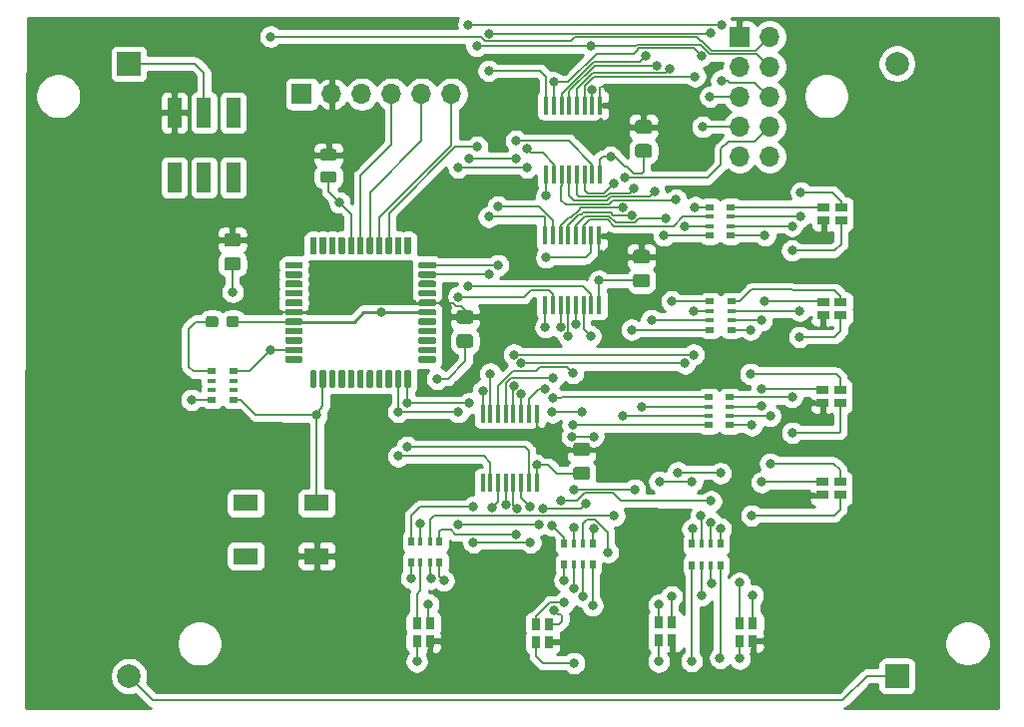
<source format=gbr>
G04 #@! TF.GenerationSoftware,KiCad,Pcbnew,(5.1.5)-3*
G04 #@! TF.CreationDate,2021-02-14T15:50:30-08:00*
G04 #@! TF.ProjectId,tree,74726565-2e6b-4696-9361-645f70636258,rev?*
G04 #@! TF.SameCoordinates,Original*
G04 #@! TF.FileFunction,Copper,L1,Top*
G04 #@! TF.FilePolarity,Positive*
%FSLAX46Y46*%
G04 Gerber Fmt 4.6, Leading zero omitted, Abs format (unit mm)*
G04 Created by KiCad (PCBNEW (5.1.5)-3) date 2021-02-14 15:50:30*
%MOMM*%
%LPD*%
G04 APERTURE LIST*
%ADD10R,2.100000X1.400000*%
%ADD11C,2.000000*%
%ADD12R,2.000000X2.000000*%
%ADD13C,0.100000*%
%ADD14R,0.800000X1.000000*%
%ADD15R,1.000000X0.800000*%
%ADD16R,1.700000X1.700000*%
%ADD17O,1.700000X1.700000*%
%ADD18R,0.800000X0.500000*%
%ADD19R,0.800000X0.400000*%
%ADD20R,0.500000X0.800000*%
%ADD21R,0.400000X0.800000*%
%ADD22R,1.200000X2.500000*%
%ADD23R,0.450000X1.500000*%
%ADD24C,0.800000*%
%ADD25C,0.152400*%
%ADD26C,0.250000*%
%ADD27C,0.254000*%
G04 APERTURE END LIST*
D10*
X169600000Y-111700000D03*
X169600000Y-116200000D03*
X175600000Y-111700000D03*
X175600000Y-116200000D03*
D11*
X159675000Y-126390000D03*
D12*
X159675000Y-74400000D03*
X224825000Y-126375000D03*
D11*
X224825000Y-74385000D03*
G04 #@! TA.AperFunction,SMDPad,CuDef*
D13*
G36*
X168924505Y-88776204D02*
G01*
X168948773Y-88779804D01*
X168972572Y-88785765D01*
X168995671Y-88794030D01*
X169017850Y-88804520D01*
X169038893Y-88817132D01*
X169058599Y-88831747D01*
X169076777Y-88848223D01*
X169093253Y-88866401D01*
X169107868Y-88886107D01*
X169120480Y-88907150D01*
X169130970Y-88929329D01*
X169139235Y-88952428D01*
X169145196Y-88976227D01*
X169148796Y-89000495D01*
X169150000Y-89024999D01*
X169150000Y-89675001D01*
X169148796Y-89699505D01*
X169145196Y-89723773D01*
X169139235Y-89747572D01*
X169130970Y-89770671D01*
X169120480Y-89792850D01*
X169107868Y-89813893D01*
X169093253Y-89833599D01*
X169076777Y-89851777D01*
X169058599Y-89868253D01*
X169038893Y-89882868D01*
X169017850Y-89895480D01*
X168995671Y-89905970D01*
X168972572Y-89914235D01*
X168948773Y-89920196D01*
X168924505Y-89923796D01*
X168900001Y-89925000D01*
X167999999Y-89925000D01*
X167975495Y-89923796D01*
X167951227Y-89920196D01*
X167927428Y-89914235D01*
X167904329Y-89905970D01*
X167882150Y-89895480D01*
X167861107Y-89882868D01*
X167841401Y-89868253D01*
X167823223Y-89851777D01*
X167806747Y-89833599D01*
X167792132Y-89813893D01*
X167779520Y-89792850D01*
X167769030Y-89770671D01*
X167760765Y-89747572D01*
X167754804Y-89723773D01*
X167751204Y-89699505D01*
X167750000Y-89675001D01*
X167750000Y-89024999D01*
X167751204Y-89000495D01*
X167754804Y-88976227D01*
X167760765Y-88952428D01*
X167769030Y-88929329D01*
X167779520Y-88907150D01*
X167792132Y-88886107D01*
X167806747Y-88866401D01*
X167823223Y-88848223D01*
X167841401Y-88831747D01*
X167861107Y-88817132D01*
X167882150Y-88804520D01*
X167904329Y-88794030D01*
X167927428Y-88785765D01*
X167951227Y-88779804D01*
X167975495Y-88776204D01*
X167999999Y-88775000D01*
X168900001Y-88775000D01*
X168924505Y-88776204D01*
G37*
G04 #@! TD.AperFunction*
G04 #@! TA.AperFunction,SMDPad,CuDef*
G36*
X168924505Y-90826204D02*
G01*
X168948773Y-90829804D01*
X168972572Y-90835765D01*
X168995671Y-90844030D01*
X169017850Y-90854520D01*
X169038893Y-90867132D01*
X169058599Y-90881747D01*
X169076777Y-90898223D01*
X169093253Y-90916401D01*
X169107868Y-90936107D01*
X169120480Y-90957150D01*
X169130970Y-90979329D01*
X169139235Y-91002428D01*
X169145196Y-91026227D01*
X169148796Y-91050495D01*
X169150000Y-91074999D01*
X169150000Y-91725001D01*
X169148796Y-91749505D01*
X169145196Y-91773773D01*
X169139235Y-91797572D01*
X169130970Y-91820671D01*
X169120480Y-91842850D01*
X169107868Y-91863893D01*
X169093253Y-91883599D01*
X169076777Y-91901777D01*
X169058599Y-91918253D01*
X169038893Y-91932868D01*
X169017850Y-91945480D01*
X168995671Y-91955970D01*
X168972572Y-91964235D01*
X168948773Y-91970196D01*
X168924505Y-91973796D01*
X168900001Y-91975000D01*
X167999999Y-91975000D01*
X167975495Y-91973796D01*
X167951227Y-91970196D01*
X167927428Y-91964235D01*
X167904329Y-91955970D01*
X167882150Y-91945480D01*
X167861107Y-91932868D01*
X167841401Y-91918253D01*
X167823223Y-91901777D01*
X167806747Y-91883599D01*
X167792132Y-91863893D01*
X167779520Y-91842850D01*
X167769030Y-91820671D01*
X167760765Y-91797572D01*
X167754804Y-91773773D01*
X167751204Y-91749505D01*
X167750000Y-91725001D01*
X167750000Y-91074999D01*
X167751204Y-91050495D01*
X167754804Y-91026227D01*
X167760765Y-91002428D01*
X167769030Y-90979329D01*
X167779520Y-90957150D01*
X167792132Y-90936107D01*
X167806747Y-90916401D01*
X167823223Y-90898223D01*
X167841401Y-90881747D01*
X167861107Y-90867132D01*
X167882150Y-90854520D01*
X167904329Y-90844030D01*
X167927428Y-90835765D01*
X167951227Y-90829804D01*
X167975495Y-90826204D01*
X167999999Y-90825000D01*
X168900001Y-90825000D01*
X168924505Y-90826204D01*
G37*
G04 #@! TD.AperFunction*
G04 #@! TA.AperFunction,SMDPad,CuDef*
G36*
X188649505Y-97376204D02*
G01*
X188673773Y-97379804D01*
X188697572Y-97385765D01*
X188720671Y-97394030D01*
X188742850Y-97404520D01*
X188763893Y-97417132D01*
X188783599Y-97431747D01*
X188801777Y-97448223D01*
X188818253Y-97466401D01*
X188832868Y-97486107D01*
X188845480Y-97507150D01*
X188855970Y-97529329D01*
X188864235Y-97552428D01*
X188870196Y-97576227D01*
X188873796Y-97600495D01*
X188875000Y-97624999D01*
X188875000Y-98275001D01*
X188873796Y-98299505D01*
X188870196Y-98323773D01*
X188864235Y-98347572D01*
X188855970Y-98370671D01*
X188845480Y-98392850D01*
X188832868Y-98413893D01*
X188818253Y-98433599D01*
X188801777Y-98451777D01*
X188783599Y-98468253D01*
X188763893Y-98482868D01*
X188742850Y-98495480D01*
X188720671Y-98505970D01*
X188697572Y-98514235D01*
X188673773Y-98520196D01*
X188649505Y-98523796D01*
X188625001Y-98525000D01*
X187724999Y-98525000D01*
X187700495Y-98523796D01*
X187676227Y-98520196D01*
X187652428Y-98514235D01*
X187629329Y-98505970D01*
X187607150Y-98495480D01*
X187586107Y-98482868D01*
X187566401Y-98468253D01*
X187548223Y-98451777D01*
X187531747Y-98433599D01*
X187517132Y-98413893D01*
X187504520Y-98392850D01*
X187494030Y-98370671D01*
X187485765Y-98347572D01*
X187479804Y-98323773D01*
X187476204Y-98299505D01*
X187475000Y-98275001D01*
X187475000Y-97624999D01*
X187476204Y-97600495D01*
X187479804Y-97576227D01*
X187485765Y-97552428D01*
X187494030Y-97529329D01*
X187504520Y-97507150D01*
X187517132Y-97486107D01*
X187531747Y-97466401D01*
X187548223Y-97448223D01*
X187566401Y-97431747D01*
X187586107Y-97417132D01*
X187607150Y-97404520D01*
X187629329Y-97394030D01*
X187652428Y-97385765D01*
X187676227Y-97379804D01*
X187700495Y-97376204D01*
X187724999Y-97375000D01*
X188625001Y-97375000D01*
X188649505Y-97376204D01*
G37*
G04 #@! TD.AperFunction*
G04 #@! TA.AperFunction,SMDPad,CuDef*
G36*
X188649505Y-95326204D02*
G01*
X188673773Y-95329804D01*
X188697572Y-95335765D01*
X188720671Y-95344030D01*
X188742850Y-95354520D01*
X188763893Y-95367132D01*
X188783599Y-95381747D01*
X188801777Y-95398223D01*
X188818253Y-95416401D01*
X188832868Y-95436107D01*
X188845480Y-95457150D01*
X188855970Y-95479329D01*
X188864235Y-95502428D01*
X188870196Y-95526227D01*
X188873796Y-95550495D01*
X188875000Y-95574999D01*
X188875000Y-96225001D01*
X188873796Y-96249505D01*
X188870196Y-96273773D01*
X188864235Y-96297572D01*
X188855970Y-96320671D01*
X188845480Y-96342850D01*
X188832868Y-96363893D01*
X188818253Y-96383599D01*
X188801777Y-96401777D01*
X188783599Y-96418253D01*
X188763893Y-96432868D01*
X188742850Y-96445480D01*
X188720671Y-96455970D01*
X188697572Y-96464235D01*
X188673773Y-96470196D01*
X188649505Y-96473796D01*
X188625001Y-96475000D01*
X187724999Y-96475000D01*
X187700495Y-96473796D01*
X187676227Y-96470196D01*
X187652428Y-96464235D01*
X187629329Y-96455970D01*
X187607150Y-96445480D01*
X187586107Y-96432868D01*
X187566401Y-96418253D01*
X187548223Y-96401777D01*
X187531747Y-96383599D01*
X187517132Y-96363893D01*
X187504520Y-96342850D01*
X187494030Y-96320671D01*
X187485765Y-96297572D01*
X187479804Y-96273773D01*
X187476204Y-96249505D01*
X187475000Y-96225001D01*
X187475000Y-95574999D01*
X187476204Y-95550495D01*
X187479804Y-95526227D01*
X187485765Y-95502428D01*
X187494030Y-95479329D01*
X187504520Y-95457150D01*
X187517132Y-95436107D01*
X187531747Y-95416401D01*
X187548223Y-95398223D01*
X187566401Y-95381747D01*
X187586107Y-95367132D01*
X187607150Y-95354520D01*
X187629329Y-95344030D01*
X187652428Y-95335765D01*
X187676227Y-95329804D01*
X187700495Y-95326204D01*
X187724999Y-95325000D01*
X188625001Y-95325000D01*
X188649505Y-95326204D01*
G37*
G04 #@! TD.AperFunction*
G04 #@! TA.AperFunction,SMDPad,CuDef*
G36*
X203799505Y-79176204D02*
G01*
X203823773Y-79179804D01*
X203847572Y-79185765D01*
X203870671Y-79194030D01*
X203892850Y-79204520D01*
X203913893Y-79217132D01*
X203933599Y-79231747D01*
X203951777Y-79248223D01*
X203968253Y-79266401D01*
X203982868Y-79286107D01*
X203995480Y-79307150D01*
X204005970Y-79329329D01*
X204014235Y-79352428D01*
X204020196Y-79376227D01*
X204023796Y-79400495D01*
X204025000Y-79424999D01*
X204025000Y-80075001D01*
X204023796Y-80099505D01*
X204020196Y-80123773D01*
X204014235Y-80147572D01*
X204005970Y-80170671D01*
X203995480Y-80192850D01*
X203982868Y-80213893D01*
X203968253Y-80233599D01*
X203951777Y-80251777D01*
X203933599Y-80268253D01*
X203913893Y-80282868D01*
X203892850Y-80295480D01*
X203870671Y-80305970D01*
X203847572Y-80314235D01*
X203823773Y-80320196D01*
X203799505Y-80323796D01*
X203775001Y-80325000D01*
X202874999Y-80325000D01*
X202850495Y-80323796D01*
X202826227Y-80320196D01*
X202802428Y-80314235D01*
X202779329Y-80305970D01*
X202757150Y-80295480D01*
X202736107Y-80282868D01*
X202716401Y-80268253D01*
X202698223Y-80251777D01*
X202681747Y-80233599D01*
X202667132Y-80213893D01*
X202654520Y-80192850D01*
X202644030Y-80170671D01*
X202635765Y-80147572D01*
X202629804Y-80123773D01*
X202626204Y-80099505D01*
X202625000Y-80075001D01*
X202625000Y-79424999D01*
X202626204Y-79400495D01*
X202629804Y-79376227D01*
X202635765Y-79352428D01*
X202644030Y-79329329D01*
X202654520Y-79307150D01*
X202667132Y-79286107D01*
X202681747Y-79266401D01*
X202698223Y-79248223D01*
X202716401Y-79231747D01*
X202736107Y-79217132D01*
X202757150Y-79204520D01*
X202779329Y-79194030D01*
X202802428Y-79185765D01*
X202826227Y-79179804D01*
X202850495Y-79176204D01*
X202874999Y-79175000D01*
X203775001Y-79175000D01*
X203799505Y-79176204D01*
G37*
G04 #@! TD.AperFunction*
G04 #@! TA.AperFunction,SMDPad,CuDef*
G36*
X203799505Y-81226204D02*
G01*
X203823773Y-81229804D01*
X203847572Y-81235765D01*
X203870671Y-81244030D01*
X203892850Y-81254520D01*
X203913893Y-81267132D01*
X203933599Y-81281747D01*
X203951777Y-81298223D01*
X203968253Y-81316401D01*
X203982868Y-81336107D01*
X203995480Y-81357150D01*
X204005970Y-81379329D01*
X204014235Y-81402428D01*
X204020196Y-81426227D01*
X204023796Y-81450495D01*
X204025000Y-81474999D01*
X204025000Y-82125001D01*
X204023796Y-82149505D01*
X204020196Y-82173773D01*
X204014235Y-82197572D01*
X204005970Y-82220671D01*
X203995480Y-82242850D01*
X203982868Y-82263893D01*
X203968253Y-82283599D01*
X203951777Y-82301777D01*
X203933599Y-82318253D01*
X203913893Y-82332868D01*
X203892850Y-82345480D01*
X203870671Y-82355970D01*
X203847572Y-82364235D01*
X203823773Y-82370196D01*
X203799505Y-82373796D01*
X203775001Y-82375000D01*
X202874999Y-82375000D01*
X202850495Y-82373796D01*
X202826227Y-82370196D01*
X202802428Y-82364235D01*
X202779329Y-82355970D01*
X202757150Y-82345480D01*
X202736107Y-82332868D01*
X202716401Y-82318253D01*
X202698223Y-82301777D01*
X202681747Y-82283599D01*
X202667132Y-82263893D01*
X202654520Y-82242850D01*
X202644030Y-82220671D01*
X202635765Y-82197572D01*
X202629804Y-82173773D01*
X202626204Y-82149505D01*
X202625000Y-82125001D01*
X202625000Y-81474999D01*
X202626204Y-81450495D01*
X202629804Y-81426227D01*
X202635765Y-81402428D01*
X202644030Y-81379329D01*
X202654520Y-81357150D01*
X202667132Y-81336107D01*
X202681747Y-81316401D01*
X202698223Y-81298223D01*
X202716401Y-81281747D01*
X202736107Y-81267132D01*
X202757150Y-81254520D01*
X202779329Y-81244030D01*
X202802428Y-81235765D01*
X202826227Y-81229804D01*
X202850495Y-81226204D01*
X202874999Y-81225000D01*
X203775001Y-81225000D01*
X203799505Y-81226204D01*
G37*
G04 #@! TD.AperFunction*
G04 #@! TA.AperFunction,SMDPad,CuDef*
G36*
X203624505Y-92251204D02*
G01*
X203648773Y-92254804D01*
X203672572Y-92260765D01*
X203695671Y-92269030D01*
X203717850Y-92279520D01*
X203738893Y-92292132D01*
X203758599Y-92306747D01*
X203776777Y-92323223D01*
X203793253Y-92341401D01*
X203807868Y-92361107D01*
X203820480Y-92382150D01*
X203830970Y-92404329D01*
X203839235Y-92427428D01*
X203845196Y-92451227D01*
X203848796Y-92475495D01*
X203850000Y-92499999D01*
X203850000Y-93150001D01*
X203848796Y-93174505D01*
X203845196Y-93198773D01*
X203839235Y-93222572D01*
X203830970Y-93245671D01*
X203820480Y-93267850D01*
X203807868Y-93288893D01*
X203793253Y-93308599D01*
X203776777Y-93326777D01*
X203758599Y-93343253D01*
X203738893Y-93357868D01*
X203717850Y-93370480D01*
X203695671Y-93380970D01*
X203672572Y-93389235D01*
X203648773Y-93395196D01*
X203624505Y-93398796D01*
X203600001Y-93400000D01*
X202699999Y-93400000D01*
X202675495Y-93398796D01*
X202651227Y-93395196D01*
X202627428Y-93389235D01*
X202604329Y-93380970D01*
X202582150Y-93370480D01*
X202561107Y-93357868D01*
X202541401Y-93343253D01*
X202523223Y-93326777D01*
X202506747Y-93308599D01*
X202492132Y-93288893D01*
X202479520Y-93267850D01*
X202469030Y-93245671D01*
X202460765Y-93222572D01*
X202454804Y-93198773D01*
X202451204Y-93174505D01*
X202450000Y-93150001D01*
X202450000Y-92499999D01*
X202451204Y-92475495D01*
X202454804Y-92451227D01*
X202460765Y-92427428D01*
X202469030Y-92404329D01*
X202479520Y-92382150D01*
X202492132Y-92361107D01*
X202506747Y-92341401D01*
X202523223Y-92323223D01*
X202541401Y-92306747D01*
X202561107Y-92292132D01*
X202582150Y-92279520D01*
X202604329Y-92269030D01*
X202627428Y-92260765D01*
X202651227Y-92254804D01*
X202675495Y-92251204D01*
X202699999Y-92250000D01*
X203600001Y-92250000D01*
X203624505Y-92251204D01*
G37*
G04 #@! TD.AperFunction*
G04 #@! TA.AperFunction,SMDPad,CuDef*
G36*
X203624505Y-90201204D02*
G01*
X203648773Y-90204804D01*
X203672572Y-90210765D01*
X203695671Y-90219030D01*
X203717850Y-90229520D01*
X203738893Y-90242132D01*
X203758599Y-90256747D01*
X203776777Y-90273223D01*
X203793253Y-90291401D01*
X203807868Y-90311107D01*
X203820480Y-90332150D01*
X203830970Y-90354329D01*
X203839235Y-90377428D01*
X203845196Y-90401227D01*
X203848796Y-90425495D01*
X203850000Y-90449999D01*
X203850000Y-91100001D01*
X203848796Y-91124505D01*
X203845196Y-91148773D01*
X203839235Y-91172572D01*
X203830970Y-91195671D01*
X203820480Y-91217850D01*
X203807868Y-91238893D01*
X203793253Y-91258599D01*
X203776777Y-91276777D01*
X203758599Y-91293253D01*
X203738893Y-91307868D01*
X203717850Y-91320480D01*
X203695671Y-91330970D01*
X203672572Y-91339235D01*
X203648773Y-91345196D01*
X203624505Y-91348796D01*
X203600001Y-91350000D01*
X202699999Y-91350000D01*
X202675495Y-91348796D01*
X202651227Y-91345196D01*
X202627428Y-91339235D01*
X202604329Y-91330970D01*
X202582150Y-91320480D01*
X202561107Y-91307868D01*
X202541401Y-91293253D01*
X202523223Y-91276777D01*
X202506747Y-91258599D01*
X202492132Y-91238893D01*
X202479520Y-91217850D01*
X202469030Y-91195671D01*
X202460765Y-91172572D01*
X202454804Y-91148773D01*
X202451204Y-91124505D01*
X202450000Y-91100001D01*
X202450000Y-90449999D01*
X202451204Y-90425495D01*
X202454804Y-90401227D01*
X202460765Y-90377428D01*
X202469030Y-90354329D01*
X202479520Y-90332150D01*
X202492132Y-90311107D01*
X202506747Y-90291401D01*
X202523223Y-90273223D01*
X202541401Y-90256747D01*
X202561107Y-90242132D01*
X202582150Y-90229520D01*
X202604329Y-90219030D01*
X202627428Y-90210765D01*
X202651227Y-90204804D01*
X202675495Y-90201204D01*
X202699999Y-90200000D01*
X203600001Y-90200000D01*
X203624505Y-90201204D01*
G37*
G04 #@! TD.AperFunction*
G04 #@! TA.AperFunction,SMDPad,CuDef*
G36*
X198549505Y-106551204D02*
G01*
X198573773Y-106554804D01*
X198597572Y-106560765D01*
X198620671Y-106569030D01*
X198642850Y-106579520D01*
X198663893Y-106592132D01*
X198683599Y-106606747D01*
X198701777Y-106623223D01*
X198718253Y-106641401D01*
X198732868Y-106661107D01*
X198745480Y-106682150D01*
X198755970Y-106704329D01*
X198764235Y-106727428D01*
X198770196Y-106751227D01*
X198773796Y-106775495D01*
X198775000Y-106799999D01*
X198775000Y-107450001D01*
X198773796Y-107474505D01*
X198770196Y-107498773D01*
X198764235Y-107522572D01*
X198755970Y-107545671D01*
X198745480Y-107567850D01*
X198732868Y-107588893D01*
X198718253Y-107608599D01*
X198701777Y-107626777D01*
X198683599Y-107643253D01*
X198663893Y-107657868D01*
X198642850Y-107670480D01*
X198620671Y-107680970D01*
X198597572Y-107689235D01*
X198573773Y-107695196D01*
X198549505Y-107698796D01*
X198525001Y-107700000D01*
X197624999Y-107700000D01*
X197600495Y-107698796D01*
X197576227Y-107695196D01*
X197552428Y-107689235D01*
X197529329Y-107680970D01*
X197507150Y-107670480D01*
X197486107Y-107657868D01*
X197466401Y-107643253D01*
X197448223Y-107626777D01*
X197431747Y-107608599D01*
X197417132Y-107588893D01*
X197404520Y-107567850D01*
X197394030Y-107545671D01*
X197385765Y-107522572D01*
X197379804Y-107498773D01*
X197376204Y-107474505D01*
X197375000Y-107450001D01*
X197375000Y-106799999D01*
X197376204Y-106775495D01*
X197379804Y-106751227D01*
X197385765Y-106727428D01*
X197394030Y-106704329D01*
X197404520Y-106682150D01*
X197417132Y-106661107D01*
X197431747Y-106641401D01*
X197448223Y-106623223D01*
X197466401Y-106606747D01*
X197486107Y-106592132D01*
X197507150Y-106579520D01*
X197529329Y-106569030D01*
X197552428Y-106560765D01*
X197576227Y-106554804D01*
X197600495Y-106551204D01*
X197624999Y-106550000D01*
X198525001Y-106550000D01*
X198549505Y-106551204D01*
G37*
G04 #@! TD.AperFunction*
G04 #@! TA.AperFunction,SMDPad,CuDef*
G36*
X198549505Y-108601204D02*
G01*
X198573773Y-108604804D01*
X198597572Y-108610765D01*
X198620671Y-108619030D01*
X198642850Y-108629520D01*
X198663893Y-108642132D01*
X198683599Y-108656747D01*
X198701777Y-108673223D01*
X198718253Y-108691401D01*
X198732868Y-108711107D01*
X198745480Y-108732150D01*
X198755970Y-108754329D01*
X198764235Y-108777428D01*
X198770196Y-108801227D01*
X198773796Y-108825495D01*
X198775000Y-108849999D01*
X198775000Y-109500001D01*
X198773796Y-109524505D01*
X198770196Y-109548773D01*
X198764235Y-109572572D01*
X198755970Y-109595671D01*
X198745480Y-109617850D01*
X198732868Y-109638893D01*
X198718253Y-109658599D01*
X198701777Y-109676777D01*
X198683599Y-109693253D01*
X198663893Y-109707868D01*
X198642850Y-109720480D01*
X198620671Y-109730970D01*
X198597572Y-109739235D01*
X198573773Y-109745196D01*
X198549505Y-109748796D01*
X198525001Y-109750000D01*
X197624999Y-109750000D01*
X197600495Y-109748796D01*
X197576227Y-109745196D01*
X197552428Y-109739235D01*
X197529329Y-109730970D01*
X197507150Y-109720480D01*
X197486107Y-109707868D01*
X197466401Y-109693253D01*
X197448223Y-109676777D01*
X197431747Y-109658599D01*
X197417132Y-109638893D01*
X197404520Y-109617850D01*
X197394030Y-109595671D01*
X197385765Y-109572572D01*
X197379804Y-109548773D01*
X197376204Y-109524505D01*
X197375000Y-109500001D01*
X197375000Y-108849999D01*
X197376204Y-108825495D01*
X197379804Y-108801227D01*
X197385765Y-108777428D01*
X197394030Y-108754329D01*
X197404520Y-108732150D01*
X197417132Y-108711107D01*
X197431747Y-108691401D01*
X197448223Y-108673223D01*
X197466401Y-108656747D01*
X197486107Y-108642132D01*
X197507150Y-108629520D01*
X197529329Y-108619030D01*
X197552428Y-108610765D01*
X197576227Y-108604804D01*
X197600495Y-108601204D01*
X197624999Y-108600000D01*
X198525001Y-108600000D01*
X198549505Y-108601204D01*
G37*
G04 #@! TD.AperFunction*
G04 #@! TA.AperFunction,SMDPad,CuDef*
G36*
X168785779Y-95826144D02*
G01*
X168808834Y-95829563D01*
X168831443Y-95835227D01*
X168853387Y-95843079D01*
X168874457Y-95853044D01*
X168894448Y-95865026D01*
X168913168Y-95878910D01*
X168930438Y-95894562D01*
X168946090Y-95911832D01*
X168959974Y-95930552D01*
X168971956Y-95950543D01*
X168981921Y-95971613D01*
X168989773Y-95993557D01*
X168995437Y-96016166D01*
X168998856Y-96039221D01*
X169000000Y-96062500D01*
X169000000Y-96537500D01*
X168998856Y-96560779D01*
X168995437Y-96583834D01*
X168989773Y-96606443D01*
X168981921Y-96628387D01*
X168971956Y-96649457D01*
X168959974Y-96669448D01*
X168946090Y-96688168D01*
X168930438Y-96705438D01*
X168913168Y-96721090D01*
X168894448Y-96734974D01*
X168874457Y-96746956D01*
X168853387Y-96756921D01*
X168831443Y-96764773D01*
X168808834Y-96770437D01*
X168785779Y-96773856D01*
X168762500Y-96775000D01*
X168187500Y-96775000D01*
X168164221Y-96773856D01*
X168141166Y-96770437D01*
X168118557Y-96764773D01*
X168096613Y-96756921D01*
X168075543Y-96746956D01*
X168055552Y-96734974D01*
X168036832Y-96721090D01*
X168019562Y-96705438D01*
X168003910Y-96688168D01*
X167990026Y-96669448D01*
X167978044Y-96649457D01*
X167968079Y-96628387D01*
X167960227Y-96606443D01*
X167954563Y-96583834D01*
X167951144Y-96560779D01*
X167950000Y-96537500D01*
X167950000Y-96062500D01*
X167951144Y-96039221D01*
X167954563Y-96016166D01*
X167960227Y-95993557D01*
X167968079Y-95971613D01*
X167978044Y-95950543D01*
X167990026Y-95930552D01*
X168003910Y-95911832D01*
X168019562Y-95894562D01*
X168036832Y-95878910D01*
X168055552Y-95865026D01*
X168075543Y-95853044D01*
X168096613Y-95843079D01*
X168118557Y-95835227D01*
X168141166Y-95829563D01*
X168164221Y-95826144D01*
X168187500Y-95825000D01*
X168762500Y-95825000D01*
X168785779Y-95826144D01*
G37*
G04 #@! TD.AperFunction*
G04 #@! TA.AperFunction,SMDPad,CuDef*
G36*
X167035779Y-95826144D02*
G01*
X167058834Y-95829563D01*
X167081443Y-95835227D01*
X167103387Y-95843079D01*
X167124457Y-95853044D01*
X167144448Y-95865026D01*
X167163168Y-95878910D01*
X167180438Y-95894562D01*
X167196090Y-95911832D01*
X167209974Y-95930552D01*
X167221956Y-95950543D01*
X167231921Y-95971613D01*
X167239773Y-95993557D01*
X167245437Y-96016166D01*
X167248856Y-96039221D01*
X167250000Y-96062500D01*
X167250000Y-96537500D01*
X167248856Y-96560779D01*
X167245437Y-96583834D01*
X167239773Y-96606443D01*
X167231921Y-96628387D01*
X167221956Y-96649457D01*
X167209974Y-96669448D01*
X167196090Y-96688168D01*
X167180438Y-96705438D01*
X167163168Y-96721090D01*
X167144448Y-96734974D01*
X167124457Y-96746956D01*
X167103387Y-96756921D01*
X167081443Y-96764773D01*
X167058834Y-96770437D01*
X167035779Y-96773856D01*
X167012500Y-96775000D01*
X166437500Y-96775000D01*
X166414221Y-96773856D01*
X166391166Y-96770437D01*
X166368557Y-96764773D01*
X166346613Y-96756921D01*
X166325543Y-96746956D01*
X166305552Y-96734974D01*
X166286832Y-96721090D01*
X166269562Y-96705438D01*
X166253910Y-96688168D01*
X166240026Y-96669448D01*
X166228044Y-96649457D01*
X166218079Y-96628387D01*
X166210227Y-96606443D01*
X166204563Y-96583834D01*
X166201144Y-96560779D01*
X166200000Y-96537500D01*
X166200000Y-96062500D01*
X166201144Y-96039221D01*
X166204563Y-96016166D01*
X166210227Y-95993557D01*
X166218079Y-95971613D01*
X166228044Y-95950543D01*
X166240026Y-95930552D01*
X166253910Y-95911832D01*
X166269562Y-95894562D01*
X166286832Y-95878910D01*
X166305552Y-95865026D01*
X166325543Y-95853044D01*
X166346613Y-95843079D01*
X166368557Y-95835227D01*
X166391166Y-95829563D01*
X166414221Y-95826144D01*
X166437500Y-95825000D01*
X167012500Y-95825000D01*
X167035779Y-95826144D01*
G37*
G04 #@! TD.AperFunction*
D14*
X211500000Y-123400000D03*
X211500000Y-121900000D03*
X212600000Y-121900000D03*
X212600000Y-123400000D03*
X205725000Y-123350000D03*
X205725000Y-121850000D03*
X204625000Y-121850000D03*
X204625000Y-123350000D03*
X195325000Y-123475000D03*
X195325000Y-121975000D03*
X194225000Y-121975000D03*
X194225000Y-123475000D03*
X184100000Y-123425000D03*
X184100000Y-121925000D03*
X185200000Y-121925000D03*
X185200000Y-123425000D03*
D15*
X218600000Y-87725000D03*
X220100000Y-87725000D03*
X220100000Y-86625000D03*
X218600000Y-86625000D03*
X218550000Y-94675000D03*
X220050000Y-94675000D03*
X220050000Y-95775000D03*
X218550000Y-95775000D03*
X218525000Y-102075000D03*
X220025000Y-102075000D03*
X220025000Y-103175000D03*
X218525000Y-103175000D03*
X218500000Y-111025000D03*
X220000000Y-111025000D03*
X220000000Y-109925000D03*
X218500000Y-109925000D03*
D16*
X174350000Y-76975000D03*
D17*
X176890000Y-76975000D03*
X179430000Y-76975000D03*
X181970000Y-76975000D03*
X184510000Y-76975000D03*
X187050000Y-76975000D03*
G04 #@! TA.AperFunction,SMDPad,CuDef*
D13*
G36*
X177080142Y-81638674D02*
G01*
X177103803Y-81642184D01*
X177127007Y-81647996D01*
X177149529Y-81656054D01*
X177171153Y-81666282D01*
X177191670Y-81678579D01*
X177210883Y-81692829D01*
X177228607Y-81708893D01*
X177244671Y-81726617D01*
X177258921Y-81745830D01*
X177271218Y-81766347D01*
X177281446Y-81787971D01*
X177289504Y-81810493D01*
X177295316Y-81833697D01*
X177298826Y-81857358D01*
X177300000Y-81881250D01*
X177300000Y-82368750D01*
X177298826Y-82392642D01*
X177295316Y-82416303D01*
X177289504Y-82439507D01*
X177281446Y-82462029D01*
X177271218Y-82483653D01*
X177258921Y-82504170D01*
X177244671Y-82523383D01*
X177228607Y-82541107D01*
X177210883Y-82557171D01*
X177191670Y-82571421D01*
X177171153Y-82583718D01*
X177149529Y-82593946D01*
X177127007Y-82602004D01*
X177103803Y-82607816D01*
X177080142Y-82611326D01*
X177056250Y-82612500D01*
X176143750Y-82612500D01*
X176119858Y-82611326D01*
X176096197Y-82607816D01*
X176072993Y-82602004D01*
X176050471Y-82593946D01*
X176028847Y-82583718D01*
X176008330Y-82571421D01*
X175989117Y-82557171D01*
X175971393Y-82541107D01*
X175955329Y-82523383D01*
X175941079Y-82504170D01*
X175928782Y-82483653D01*
X175918554Y-82462029D01*
X175910496Y-82439507D01*
X175904684Y-82416303D01*
X175901174Y-82392642D01*
X175900000Y-82368750D01*
X175900000Y-81881250D01*
X175901174Y-81857358D01*
X175904684Y-81833697D01*
X175910496Y-81810493D01*
X175918554Y-81787971D01*
X175928782Y-81766347D01*
X175941079Y-81745830D01*
X175955329Y-81726617D01*
X175971393Y-81708893D01*
X175989117Y-81692829D01*
X176008330Y-81678579D01*
X176028847Y-81666282D01*
X176050471Y-81656054D01*
X176072993Y-81647996D01*
X176096197Y-81642184D01*
X176119858Y-81638674D01*
X176143750Y-81637500D01*
X177056250Y-81637500D01*
X177080142Y-81638674D01*
G37*
G04 #@! TD.AperFunction*
G04 #@! TA.AperFunction,SMDPad,CuDef*
G36*
X177080142Y-83513674D02*
G01*
X177103803Y-83517184D01*
X177127007Y-83522996D01*
X177149529Y-83531054D01*
X177171153Y-83541282D01*
X177191670Y-83553579D01*
X177210883Y-83567829D01*
X177228607Y-83583893D01*
X177244671Y-83601617D01*
X177258921Y-83620830D01*
X177271218Y-83641347D01*
X177281446Y-83662971D01*
X177289504Y-83685493D01*
X177295316Y-83708697D01*
X177298826Y-83732358D01*
X177300000Y-83756250D01*
X177300000Y-84243750D01*
X177298826Y-84267642D01*
X177295316Y-84291303D01*
X177289504Y-84314507D01*
X177281446Y-84337029D01*
X177271218Y-84358653D01*
X177258921Y-84379170D01*
X177244671Y-84398383D01*
X177228607Y-84416107D01*
X177210883Y-84432171D01*
X177191670Y-84446421D01*
X177171153Y-84458718D01*
X177149529Y-84468946D01*
X177127007Y-84477004D01*
X177103803Y-84482816D01*
X177080142Y-84486326D01*
X177056250Y-84487500D01*
X176143750Y-84487500D01*
X176119858Y-84486326D01*
X176096197Y-84482816D01*
X176072993Y-84477004D01*
X176050471Y-84468946D01*
X176028847Y-84458718D01*
X176008330Y-84446421D01*
X175989117Y-84432171D01*
X175971393Y-84416107D01*
X175955329Y-84398383D01*
X175941079Y-84379170D01*
X175928782Y-84358653D01*
X175918554Y-84337029D01*
X175910496Y-84314507D01*
X175904684Y-84291303D01*
X175901174Y-84267642D01*
X175900000Y-84243750D01*
X175900000Y-83756250D01*
X175901174Y-83732358D01*
X175904684Y-83708697D01*
X175910496Y-83685493D01*
X175918554Y-83662971D01*
X175928782Y-83641347D01*
X175941079Y-83620830D01*
X175955329Y-83601617D01*
X175971393Y-83583893D01*
X175989117Y-83567829D01*
X176008330Y-83553579D01*
X176028847Y-83541282D01*
X176050471Y-83531054D01*
X176072993Y-83522996D01*
X176096197Y-83517184D01*
X176119858Y-83513674D01*
X176143750Y-83512500D01*
X177056250Y-83512500D01*
X177080142Y-83513674D01*
G37*
G04 #@! TD.AperFunction*
D18*
X168525000Y-102925000D03*
D19*
X168525000Y-101325000D03*
X168525000Y-102125000D03*
D18*
X168525000Y-100525000D03*
D19*
X166725000Y-102125000D03*
D18*
X166725000Y-102925000D03*
D19*
X166725000Y-101325000D03*
D18*
X166725000Y-100525000D03*
D20*
X209850000Y-115175000D03*
D21*
X208250000Y-115175000D03*
X209050000Y-115175000D03*
D20*
X207450000Y-115175000D03*
D21*
X209050000Y-116975000D03*
D20*
X209850000Y-116975000D03*
D21*
X208250000Y-116975000D03*
D20*
X207450000Y-116975000D03*
X196600000Y-116925000D03*
D21*
X197400000Y-116925000D03*
D20*
X199000000Y-116925000D03*
D21*
X198200000Y-116925000D03*
D20*
X196600000Y-115125000D03*
D21*
X198200000Y-115125000D03*
X197400000Y-115125000D03*
D20*
X199000000Y-115125000D03*
X186025000Y-114975000D03*
D21*
X184425000Y-114975000D03*
X185225000Y-114975000D03*
D20*
X183625000Y-114975000D03*
D21*
X185225000Y-116775000D03*
D20*
X186025000Y-116775000D03*
D21*
X184425000Y-116775000D03*
D20*
X183625000Y-116775000D03*
D18*
X210750000Y-88975000D03*
D19*
X210750000Y-88175000D03*
D18*
X210750000Y-86575000D03*
D19*
X210750000Y-87375000D03*
D18*
X208950000Y-88975000D03*
D19*
X208950000Y-87375000D03*
X208950000Y-88175000D03*
D18*
X208950000Y-86575000D03*
X208975000Y-94575000D03*
D19*
X208975000Y-96175000D03*
X208975000Y-95375000D03*
D18*
X208975000Y-96975000D03*
D19*
X210775000Y-95375000D03*
D18*
X210775000Y-94575000D03*
D19*
X210775000Y-96175000D03*
D18*
X210775000Y-96975000D03*
X210625000Y-105100000D03*
D19*
X210625000Y-104300000D03*
D18*
X210625000Y-102700000D03*
D19*
X210625000Y-103500000D03*
D18*
X208825000Y-105100000D03*
D19*
X208825000Y-103500000D03*
X208825000Y-104300000D03*
D18*
X208825000Y-102700000D03*
G04 #@! TA.AperFunction,SMDPad,CuDef*
D13*
G36*
X185600977Y-99225662D02*
G01*
X185614325Y-99227642D01*
X185627414Y-99230921D01*
X185640119Y-99235467D01*
X185652317Y-99241236D01*
X185663891Y-99248173D01*
X185674729Y-99256211D01*
X185684727Y-99265273D01*
X185693789Y-99275271D01*
X185701827Y-99286109D01*
X185708764Y-99297683D01*
X185714533Y-99309881D01*
X185719079Y-99322586D01*
X185722358Y-99335675D01*
X185724338Y-99349023D01*
X185725000Y-99362500D01*
X185725000Y-99637500D01*
X185724338Y-99650977D01*
X185722358Y-99664325D01*
X185719079Y-99677414D01*
X185714533Y-99690119D01*
X185708764Y-99702317D01*
X185701827Y-99713891D01*
X185693789Y-99724729D01*
X185684727Y-99734727D01*
X185674729Y-99743789D01*
X185663891Y-99751827D01*
X185652317Y-99758764D01*
X185640119Y-99764533D01*
X185627414Y-99769079D01*
X185614325Y-99772358D01*
X185600977Y-99774338D01*
X185587500Y-99775000D01*
X184387500Y-99775000D01*
X184374023Y-99774338D01*
X184360675Y-99772358D01*
X184347586Y-99769079D01*
X184334881Y-99764533D01*
X184322683Y-99758764D01*
X184311109Y-99751827D01*
X184300271Y-99743789D01*
X184290273Y-99734727D01*
X184281211Y-99724729D01*
X184273173Y-99713891D01*
X184266236Y-99702317D01*
X184260467Y-99690119D01*
X184255921Y-99677414D01*
X184252642Y-99664325D01*
X184250662Y-99650977D01*
X184250000Y-99637500D01*
X184250000Y-99362500D01*
X184250662Y-99349023D01*
X184252642Y-99335675D01*
X184255921Y-99322586D01*
X184260467Y-99309881D01*
X184266236Y-99297683D01*
X184273173Y-99286109D01*
X184281211Y-99275271D01*
X184290273Y-99265273D01*
X184300271Y-99256211D01*
X184311109Y-99248173D01*
X184322683Y-99241236D01*
X184334881Y-99235467D01*
X184347586Y-99230921D01*
X184360675Y-99227642D01*
X184374023Y-99225662D01*
X184387500Y-99225000D01*
X185587500Y-99225000D01*
X185600977Y-99225662D01*
G37*
G04 #@! TD.AperFunction*
G04 #@! TA.AperFunction,SMDPad,CuDef*
G36*
X185600977Y-98425662D02*
G01*
X185614325Y-98427642D01*
X185627414Y-98430921D01*
X185640119Y-98435467D01*
X185652317Y-98441236D01*
X185663891Y-98448173D01*
X185674729Y-98456211D01*
X185684727Y-98465273D01*
X185693789Y-98475271D01*
X185701827Y-98486109D01*
X185708764Y-98497683D01*
X185714533Y-98509881D01*
X185719079Y-98522586D01*
X185722358Y-98535675D01*
X185724338Y-98549023D01*
X185725000Y-98562500D01*
X185725000Y-98837500D01*
X185724338Y-98850977D01*
X185722358Y-98864325D01*
X185719079Y-98877414D01*
X185714533Y-98890119D01*
X185708764Y-98902317D01*
X185701827Y-98913891D01*
X185693789Y-98924729D01*
X185684727Y-98934727D01*
X185674729Y-98943789D01*
X185663891Y-98951827D01*
X185652317Y-98958764D01*
X185640119Y-98964533D01*
X185627414Y-98969079D01*
X185614325Y-98972358D01*
X185600977Y-98974338D01*
X185587500Y-98975000D01*
X184387500Y-98975000D01*
X184374023Y-98974338D01*
X184360675Y-98972358D01*
X184347586Y-98969079D01*
X184334881Y-98964533D01*
X184322683Y-98958764D01*
X184311109Y-98951827D01*
X184300271Y-98943789D01*
X184290273Y-98934727D01*
X184281211Y-98924729D01*
X184273173Y-98913891D01*
X184266236Y-98902317D01*
X184260467Y-98890119D01*
X184255921Y-98877414D01*
X184252642Y-98864325D01*
X184250662Y-98850977D01*
X184250000Y-98837500D01*
X184250000Y-98562500D01*
X184250662Y-98549023D01*
X184252642Y-98535675D01*
X184255921Y-98522586D01*
X184260467Y-98509881D01*
X184266236Y-98497683D01*
X184273173Y-98486109D01*
X184281211Y-98475271D01*
X184290273Y-98465273D01*
X184300271Y-98456211D01*
X184311109Y-98448173D01*
X184322683Y-98441236D01*
X184334881Y-98435467D01*
X184347586Y-98430921D01*
X184360675Y-98427642D01*
X184374023Y-98425662D01*
X184387500Y-98425000D01*
X185587500Y-98425000D01*
X185600977Y-98425662D01*
G37*
G04 #@! TD.AperFunction*
G04 #@! TA.AperFunction,SMDPad,CuDef*
G36*
X185600977Y-97625662D02*
G01*
X185614325Y-97627642D01*
X185627414Y-97630921D01*
X185640119Y-97635467D01*
X185652317Y-97641236D01*
X185663891Y-97648173D01*
X185674729Y-97656211D01*
X185684727Y-97665273D01*
X185693789Y-97675271D01*
X185701827Y-97686109D01*
X185708764Y-97697683D01*
X185714533Y-97709881D01*
X185719079Y-97722586D01*
X185722358Y-97735675D01*
X185724338Y-97749023D01*
X185725000Y-97762500D01*
X185725000Y-98037500D01*
X185724338Y-98050977D01*
X185722358Y-98064325D01*
X185719079Y-98077414D01*
X185714533Y-98090119D01*
X185708764Y-98102317D01*
X185701827Y-98113891D01*
X185693789Y-98124729D01*
X185684727Y-98134727D01*
X185674729Y-98143789D01*
X185663891Y-98151827D01*
X185652317Y-98158764D01*
X185640119Y-98164533D01*
X185627414Y-98169079D01*
X185614325Y-98172358D01*
X185600977Y-98174338D01*
X185587500Y-98175000D01*
X184387500Y-98175000D01*
X184374023Y-98174338D01*
X184360675Y-98172358D01*
X184347586Y-98169079D01*
X184334881Y-98164533D01*
X184322683Y-98158764D01*
X184311109Y-98151827D01*
X184300271Y-98143789D01*
X184290273Y-98134727D01*
X184281211Y-98124729D01*
X184273173Y-98113891D01*
X184266236Y-98102317D01*
X184260467Y-98090119D01*
X184255921Y-98077414D01*
X184252642Y-98064325D01*
X184250662Y-98050977D01*
X184250000Y-98037500D01*
X184250000Y-97762500D01*
X184250662Y-97749023D01*
X184252642Y-97735675D01*
X184255921Y-97722586D01*
X184260467Y-97709881D01*
X184266236Y-97697683D01*
X184273173Y-97686109D01*
X184281211Y-97675271D01*
X184290273Y-97665273D01*
X184300271Y-97656211D01*
X184311109Y-97648173D01*
X184322683Y-97641236D01*
X184334881Y-97635467D01*
X184347586Y-97630921D01*
X184360675Y-97627642D01*
X184374023Y-97625662D01*
X184387500Y-97625000D01*
X185587500Y-97625000D01*
X185600977Y-97625662D01*
G37*
G04 #@! TD.AperFunction*
G04 #@! TA.AperFunction,SMDPad,CuDef*
G36*
X185600977Y-96825662D02*
G01*
X185614325Y-96827642D01*
X185627414Y-96830921D01*
X185640119Y-96835467D01*
X185652317Y-96841236D01*
X185663891Y-96848173D01*
X185674729Y-96856211D01*
X185684727Y-96865273D01*
X185693789Y-96875271D01*
X185701827Y-96886109D01*
X185708764Y-96897683D01*
X185714533Y-96909881D01*
X185719079Y-96922586D01*
X185722358Y-96935675D01*
X185724338Y-96949023D01*
X185725000Y-96962500D01*
X185725000Y-97237500D01*
X185724338Y-97250977D01*
X185722358Y-97264325D01*
X185719079Y-97277414D01*
X185714533Y-97290119D01*
X185708764Y-97302317D01*
X185701827Y-97313891D01*
X185693789Y-97324729D01*
X185684727Y-97334727D01*
X185674729Y-97343789D01*
X185663891Y-97351827D01*
X185652317Y-97358764D01*
X185640119Y-97364533D01*
X185627414Y-97369079D01*
X185614325Y-97372358D01*
X185600977Y-97374338D01*
X185587500Y-97375000D01*
X184387500Y-97375000D01*
X184374023Y-97374338D01*
X184360675Y-97372358D01*
X184347586Y-97369079D01*
X184334881Y-97364533D01*
X184322683Y-97358764D01*
X184311109Y-97351827D01*
X184300271Y-97343789D01*
X184290273Y-97334727D01*
X184281211Y-97324729D01*
X184273173Y-97313891D01*
X184266236Y-97302317D01*
X184260467Y-97290119D01*
X184255921Y-97277414D01*
X184252642Y-97264325D01*
X184250662Y-97250977D01*
X184250000Y-97237500D01*
X184250000Y-96962500D01*
X184250662Y-96949023D01*
X184252642Y-96935675D01*
X184255921Y-96922586D01*
X184260467Y-96909881D01*
X184266236Y-96897683D01*
X184273173Y-96886109D01*
X184281211Y-96875271D01*
X184290273Y-96865273D01*
X184300271Y-96856211D01*
X184311109Y-96848173D01*
X184322683Y-96841236D01*
X184334881Y-96835467D01*
X184347586Y-96830921D01*
X184360675Y-96827642D01*
X184374023Y-96825662D01*
X184387500Y-96825000D01*
X185587500Y-96825000D01*
X185600977Y-96825662D01*
G37*
G04 #@! TD.AperFunction*
G04 #@! TA.AperFunction,SMDPad,CuDef*
G36*
X185600977Y-96025662D02*
G01*
X185614325Y-96027642D01*
X185627414Y-96030921D01*
X185640119Y-96035467D01*
X185652317Y-96041236D01*
X185663891Y-96048173D01*
X185674729Y-96056211D01*
X185684727Y-96065273D01*
X185693789Y-96075271D01*
X185701827Y-96086109D01*
X185708764Y-96097683D01*
X185714533Y-96109881D01*
X185719079Y-96122586D01*
X185722358Y-96135675D01*
X185724338Y-96149023D01*
X185725000Y-96162500D01*
X185725000Y-96437500D01*
X185724338Y-96450977D01*
X185722358Y-96464325D01*
X185719079Y-96477414D01*
X185714533Y-96490119D01*
X185708764Y-96502317D01*
X185701827Y-96513891D01*
X185693789Y-96524729D01*
X185684727Y-96534727D01*
X185674729Y-96543789D01*
X185663891Y-96551827D01*
X185652317Y-96558764D01*
X185640119Y-96564533D01*
X185627414Y-96569079D01*
X185614325Y-96572358D01*
X185600977Y-96574338D01*
X185587500Y-96575000D01*
X184387500Y-96575000D01*
X184374023Y-96574338D01*
X184360675Y-96572358D01*
X184347586Y-96569079D01*
X184334881Y-96564533D01*
X184322683Y-96558764D01*
X184311109Y-96551827D01*
X184300271Y-96543789D01*
X184290273Y-96534727D01*
X184281211Y-96524729D01*
X184273173Y-96513891D01*
X184266236Y-96502317D01*
X184260467Y-96490119D01*
X184255921Y-96477414D01*
X184252642Y-96464325D01*
X184250662Y-96450977D01*
X184250000Y-96437500D01*
X184250000Y-96162500D01*
X184250662Y-96149023D01*
X184252642Y-96135675D01*
X184255921Y-96122586D01*
X184260467Y-96109881D01*
X184266236Y-96097683D01*
X184273173Y-96086109D01*
X184281211Y-96075271D01*
X184290273Y-96065273D01*
X184300271Y-96056211D01*
X184311109Y-96048173D01*
X184322683Y-96041236D01*
X184334881Y-96035467D01*
X184347586Y-96030921D01*
X184360675Y-96027642D01*
X184374023Y-96025662D01*
X184387500Y-96025000D01*
X185587500Y-96025000D01*
X185600977Y-96025662D01*
G37*
G04 #@! TD.AperFunction*
G04 #@! TA.AperFunction,SMDPad,CuDef*
G36*
X185600977Y-95225662D02*
G01*
X185614325Y-95227642D01*
X185627414Y-95230921D01*
X185640119Y-95235467D01*
X185652317Y-95241236D01*
X185663891Y-95248173D01*
X185674729Y-95256211D01*
X185684727Y-95265273D01*
X185693789Y-95275271D01*
X185701827Y-95286109D01*
X185708764Y-95297683D01*
X185714533Y-95309881D01*
X185719079Y-95322586D01*
X185722358Y-95335675D01*
X185724338Y-95349023D01*
X185725000Y-95362500D01*
X185725000Y-95637500D01*
X185724338Y-95650977D01*
X185722358Y-95664325D01*
X185719079Y-95677414D01*
X185714533Y-95690119D01*
X185708764Y-95702317D01*
X185701827Y-95713891D01*
X185693789Y-95724729D01*
X185684727Y-95734727D01*
X185674729Y-95743789D01*
X185663891Y-95751827D01*
X185652317Y-95758764D01*
X185640119Y-95764533D01*
X185627414Y-95769079D01*
X185614325Y-95772358D01*
X185600977Y-95774338D01*
X185587500Y-95775000D01*
X184387500Y-95775000D01*
X184374023Y-95774338D01*
X184360675Y-95772358D01*
X184347586Y-95769079D01*
X184334881Y-95764533D01*
X184322683Y-95758764D01*
X184311109Y-95751827D01*
X184300271Y-95743789D01*
X184290273Y-95734727D01*
X184281211Y-95724729D01*
X184273173Y-95713891D01*
X184266236Y-95702317D01*
X184260467Y-95690119D01*
X184255921Y-95677414D01*
X184252642Y-95664325D01*
X184250662Y-95650977D01*
X184250000Y-95637500D01*
X184250000Y-95362500D01*
X184250662Y-95349023D01*
X184252642Y-95335675D01*
X184255921Y-95322586D01*
X184260467Y-95309881D01*
X184266236Y-95297683D01*
X184273173Y-95286109D01*
X184281211Y-95275271D01*
X184290273Y-95265273D01*
X184300271Y-95256211D01*
X184311109Y-95248173D01*
X184322683Y-95241236D01*
X184334881Y-95235467D01*
X184347586Y-95230921D01*
X184360675Y-95227642D01*
X184374023Y-95225662D01*
X184387500Y-95225000D01*
X185587500Y-95225000D01*
X185600977Y-95225662D01*
G37*
G04 #@! TD.AperFunction*
G04 #@! TA.AperFunction,SMDPad,CuDef*
G36*
X185600977Y-94425662D02*
G01*
X185614325Y-94427642D01*
X185627414Y-94430921D01*
X185640119Y-94435467D01*
X185652317Y-94441236D01*
X185663891Y-94448173D01*
X185674729Y-94456211D01*
X185684727Y-94465273D01*
X185693789Y-94475271D01*
X185701827Y-94486109D01*
X185708764Y-94497683D01*
X185714533Y-94509881D01*
X185719079Y-94522586D01*
X185722358Y-94535675D01*
X185724338Y-94549023D01*
X185725000Y-94562500D01*
X185725000Y-94837500D01*
X185724338Y-94850977D01*
X185722358Y-94864325D01*
X185719079Y-94877414D01*
X185714533Y-94890119D01*
X185708764Y-94902317D01*
X185701827Y-94913891D01*
X185693789Y-94924729D01*
X185684727Y-94934727D01*
X185674729Y-94943789D01*
X185663891Y-94951827D01*
X185652317Y-94958764D01*
X185640119Y-94964533D01*
X185627414Y-94969079D01*
X185614325Y-94972358D01*
X185600977Y-94974338D01*
X185587500Y-94975000D01*
X184387500Y-94975000D01*
X184374023Y-94974338D01*
X184360675Y-94972358D01*
X184347586Y-94969079D01*
X184334881Y-94964533D01*
X184322683Y-94958764D01*
X184311109Y-94951827D01*
X184300271Y-94943789D01*
X184290273Y-94934727D01*
X184281211Y-94924729D01*
X184273173Y-94913891D01*
X184266236Y-94902317D01*
X184260467Y-94890119D01*
X184255921Y-94877414D01*
X184252642Y-94864325D01*
X184250662Y-94850977D01*
X184250000Y-94837500D01*
X184250000Y-94562500D01*
X184250662Y-94549023D01*
X184252642Y-94535675D01*
X184255921Y-94522586D01*
X184260467Y-94509881D01*
X184266236Y-94497683D01*
X184273173Y-94486109D01*
X184281211Y-94475271D01*
X184290273Y-94465273D01*
X184300271Y-94456211D01*
X184311109Y-94448173D01*
X184322683Y-94441236D01*
X184334881Y-94435467D01*
X184347586Y-94430921D01*
X184360675Y-94427642D01*
X184374023Y-94425662D01*
X184387500Y-94425000D01*
X185587500Y-94425000D01*
X185600977Y-94425662D01*
G37*
G04 #@! TD.AperFunction*
G04 #@! TA.AperFunction,SMDPad,CuDef*
G36*
X185600977Y-93625662D02*
G01*
X185614325Y-93627642D01*
X185627414Y-93630921D01*
X185640119Y-93635467D01*
X185652317Y-93641236D01*
X185663891Y-93648173D01*
X185674729Y-93656211D01*
X185684727Y-93665273D01*
X185693789Y-93675271D01*
X185701827Y-93686109D01*
X185708764Y-93697683D01*
X185714533Y-93709881D01*
X185719079Y-93722586D01*
X185722358Y-93735675D01*
X185724338Y-93749023D01*
X185725000Y-93762500D01*
X185725000Y-94037500D01*
X185724338Y-94050977D01*
X185722358Y-94064325D01*
X185719079Y-94077414D01*
X185714533Y-94090119D01*
X185708764Y-94102317D01*
X185701827Y-94113891D01*
X185693789Y-94124729D01*
X185684727Y-94134727D01*
X185674729Y-94143789D01*
X185663891Y-94151827D01*
X185652317Y-94158764D01*
X185640119Y-94164533D01*
X185627414Y-94169079D01*
X185614325Y-94172358D01*
X185600977Y-94174338D01*
X185587500Y-94175000D01*
X184387500Y-94175000D01*
X184374023Y-94174338D01*
X184360675Y-94172358D01*
X184347586Y-94169079D01*
X184334881Y-94164533D01*
X184322683Y-94158764D01*
X184311109Y-94151827D01*
X184300271Y-94143789D01*
X184290273Y-94134727D01*
X184281211Y-94124729D01*
X184273173Y-94113891D01*
X184266236Y-94102317D01*
X184260467Y-94090119D01*
X184255921Y-94077414D01*
X184252642Y-94064325D01*
X184250662Y-94050977D01*
X184250000Y-94037500D01*
X184250000Y-93762500D01*
X184250662Y-93749023D01*
X184252642Y-93735675D01*
X184255921Y-93722586D01*
X184260467Y-93709881D01*
X184266236Y-93697683D01*
X184273173Y-93686109D01*
X184281211Y-93675271D01*
X184290273Y-93665273D01*
X184300271Y-93656211D01*
X184311109Y-93648173D01*
X184322683Y-93641236D01*
X184334881Y-93635467D01*
X184347586Y-93630921D01*
X184360675Y-93627642D01*
X184374023Y-93625662D01*
X184387500Y-93625000D01*
X185587500Y-93625000D01*
X185600977Y-93625662D01*
G37*
G04 #@! TD.AperFunction*
G04 #@! TA.AperFunction,SMDPad,CuDef*
G36*
X185600977Y-92825662D02*
G01*
X185614325Y-92827642D01*
X185627414Y-92830921D01*
X185640119Y-92835467D01*
X185652317Y-92841236D01*
X185663891Y-92848173D01*
X185674729Y-92856211D01*
X185684727Y-92865273D01*
X185693789Y-92875271D01*
X185701827Y-92886109D01*
X185708764Y-92897683D01*
X185714533Y-92909881D01*
X185719079Y-92922586D01*
X185722358Y-92935675D01*
X185724338Y-92949023D01*
X185725000Y-92962500D01*
X185725000Y-93237500D01*
X185724338Y-93250977D01*
X185722358Y-93264325D01*
X185719079Y-93277414D01*
X185714533Y-93290119D01*
X185708764Y-93302317D01*
X185701827Y-93313891D01*
X185693789Y-93324729D01*
X185684727Y-93334727D01*
X185674729Y-93343789D01*
X185663891Y-93351827D01*
X185652317Y-93358764D01*
X185640119Y-93364533D01*
X185627414Y-93369079D01*
X185614325Y-93372358D01*
X185600977Y-93374338D01*
X185587500Y-93375000D01*
X184387500Y-93375000D01*
X184374023Y-93374338D01*
X184360675Y-93372358D01*
X184347586Y-93369079D01*
X184334881Y-93364533D01*
X184322683Y-93358764D01*
X184311109Y-93351827D01*
X184300271Y-93343789D01*
X184290273Y-93334727D01*
X184281211Y-93324729D01*
X184273173Y-93313891D01*
X184266236Y-93302317D01*
X184260467Y-93290119D01*
X184255921Y-93277414D01*
X184252642Y-93264325D01*
X184250662Y-93250977D01*
X184250000Y-93237500D01*
X184250000Y-92962500D01*
X184250662Y-92949023D01*
X184252642Y-92935675D01*
X184255921Y-92922586D01*
X184260467Y-92909881D01*
X184266236Y-92897683D01*
X184273173Y-92886109D01*
X184281211Y-92875271D01*
X184290273Y-92865273D01*
X184300271Y-92856211D01*
X184311109Y-92848173D01*
X184322683Y-92841236D01*
X184334881Y-92835467D01*
X184347586Y-92830921D01*
X184360675Y-92827642D01*
X184374023Y-92825662D01*
X184387500Y-92825000D01*
X185587500Y-92825000D01*
X185600977Y-92825662D01*
G37*
G04 #@! TD.AperFunction*
G04 #@! TA.AperFunction,SMDPad,CuDef*
G36*
X185600977Y-92025662D02*
G01*
X185614325Y-92027642D01*
X185627414Y-92030921D01*
X185640119Y-92035467D01*
X185652317Y-92041236D01*
X185663891Y-92048173D01*
X185674729Y-92056211D01*
X185684727Y-92065273D01*
X185693789Y-92075271D01*
X185701827Y-92086109D01*
X185708764Y-92097683D01*
X185714533Y-92109881D01*
X185719079Y-92122586D01*
X185722358Y-92135675D01*
X185724338Y-92149023D01*
X185725000Y-92162500D01*
X185725000Y-92437500D01*
X185724338Y-92450977D01*
X185722358Y-92464325D01*
X185719079Y-92477414D01*
X185714533Y-92490119D01*
X185708764Y-92502317D01*
X185701827Y-92513891D01*
X185693789Y-92524729D01*
X185684727Y-92534727D01*
X185674729Y-92543789D01*
X185663891Y-92551827D01*
X185652317Y-92558764D01*
X185640119Y-92564533D01*
X185627414Y-92569079D01*
X185614325Y-92572358D01*
X185600977Y-92574338D01*
X185587500Y-92575000D01*
X184387500Y-92575000D01*
X184374023Y-92574338D01*
X184360675Y-92572358D01*
X184347586Y-92569079D01*
X184334881Y-92564533D01*
X184322683Y-92558764D01*
X184311109Y-92551827D01*
X184300271Y-92543789D01*
X184290273Y-92534727D01*
X184281211Y-92524729D01*
X184273173Y-92513891D01*
X184266236Y-92502317D01*
X184260467Y-92490119D01*
X184255921Y-92477414D01*
X184252642Y-92464325D01*
X184250662Y-92450977D01*
X184250000Y-92437500D01*
X184250000Y-92162500D01*
X184250662Y-92149023D01*
X184252642Y-92135675D01*
X184255921Y-92122586D01*
X184260467Y-92109881D01*
X184266236Y-92097683D01*
X184273173Y-92086109D01*
X184281211Y-92075271D01*
X184290273Y-92065273D01*
X184300271Y-92056211D01*
X184311109Y-92048173D01*
X184322683Y-92041236D01*
X184334881Y-92035467D01*
X184347586Y-92030921D01*
X184360675Y-92027642D01*
X184374023Y-92025662D01*
X184387500Y-92025000D01*
X185587500Y-92025000D01*
X185600977Y-92025662D01*
G37*
G04 #@! TD.AperFunction*
G04 #@! TA.AperFunction,SMDPad,CuDef*
G36*
X185600977Y-91225662D02*
G01*
X185614325Y-91227642D01*
X185627414Y-91230921D01*
X185640119Y-91235467D01*
X185652317Y-91241236D01*
X185663891Y-91248173D01*
X185674729Y-91256211D01*
X185684727Y-91265273D01*
X185693789Y-91275271D01*
X185701827Y-91286109D01*
X185708764Y-91297683D01*
X185714533Y-91309881D01*
X185719079Y-91322586D01*
X185722358Y-91335675D01*
X185724338Y-91349023D01*
X185725000Y-91362500D01*
X185725000Y-91637500D01*
X185724338Y-91650977D01*
X185722358Y-91664325D01*
X185719079Y-91677414D01*
X185714533Y-91690119D01*
X185708764Y-91702317D01*
X185701827Y-91713891D01*
X185693789Y-91724729D01*
X185684727Y-91734727D01*
X185674729Y-91743789D01*
X185663891Y-91751827D01*
X185652317Y-91758764D01*
X185640119Y-91764533D01*
X185627414Y-91769079D01*
X185614325Y-91772358D01*
X185600977Y-91774338D01*
X185587500Y-91775000D01*
X184387500Y-91775000D01*
X184374023Y-91774338D01*
X184360675Y-91772358D01*
X184347586Y-91769079D01*
X184334881Y-91764533D01*
X184322683Y-91758764D01*
X184311109Y-91751827D01*
X184300271Y-91743789D01*
X184290273Y-91734727D01*
X184281211Y-91724729D01*
X184273173Y-91713891D01*
X184266236Y-91702317D01*
X184260467Y-91690119D01*
X184255921Y-91677414D01*
X184252642Y-91664325D01*
X184250662Y-91650977D01*
X184250000Y-91637500D01*
X184250000Y-91362500D01*
X184250662Y-91349023D01*
X184252642Y-91335675D01*
X184255921Y-91322586D01*
X184260467Y-91309881D01*
X184266236Y-91297683D01*
X184273173Y-91286109D01*
X184281211Y-91275271D01*
X184290273Y-91265273D01*
X184300271Y-91256211D01*
X184311109Y-91248173D01*
X184322683Y-91241236D01*
X184334881Y-91235467D01*
X184347586Y-91230921D01*
X184360675Y-91227642D01*
X184374023Y-91225662D01*
X184387500Y-91225000D01*
X185587500Y-91225000D01*
X185600977Y-91225662D01*
G37*
G04 #@! TD.AperFunction*
G04 #@! TA.AperFunction,SMDPad,CuDef*
G36*
X183475977Y-89100662D02*
G01*
X183489325Y-89102642D01*
X183502414Y-89105921D01*
X183515119Y-89110467D01*
X183527317Y-89116236D01*
X183538891Y-89123173D01*
X183549729Y-89131211D01*
X183559727Y-89140273D01*
X183568789Y-89150271D01*
X183576827Y-89161109D01*
X183583764Y-89172683D01*
X183589533Y-89184881D01*
X183594079Y-89197586D01*
X183597358Y-89210675D01*
X183599338Y-89224023D01*
X183600000Y-89237500D01*
X183600000Y-90437500D01*
X183599338Y-90450977D01*
X183597358Y-90464325D01*
X183594079Y-90477414D01*
X183589533Y-90490119D01*
X183583764Y-90502317D01*
X183576827Y-90513891D01*
X183568789Y-90524729D01*
X183559727Y-90534727D01*
X183549729Y-90543789D01*
X183538891Y-90551827D01*
X183527317Y-90558764D01*
X183515119Y-90564533D01*
X183502414Y-90569079D01*
X183489325Y-90572358D01*
X183475977Y-90574338D01*
X183462500Y-90575000D01*
X183187500Y-90575000D01*
X183174023Y-90574338D01*
X183160675Y-90572358D01*
X183147586Y-90569079D01*
X183134881Y-90564533D01*
X183122683Y-90558764D01*
X183111109Y-90551827D01*
X183100271Y-90543789D01*
X183090273Y-90534727D01*
X183081211Y-90524729D01*
X183073173Y-90513891D01*
X183066236Y-90502317D01*
X183060467Y-90490119D01*
X183055921Y-90477414D01*
X183052642Y-90464325D01*
X183050662Y-90450977D01*
X183050000Y-90437500D01*
X183050000Y-89237500D01*
X183050662Y-89224023D01*
X183052642Y-89210675D01*
X183055921Y-89197586D01*
X183060467Y-89184881D01*
X183066236Y-89172683D01*
X183073173Y-89161109D01*
X183081211Y-89150271D01*
X183090273Y-89140273D01*
X183100271Y-89131211D01*
X183111109Y-89123173D01*
X183122683Y-89116236D01*
X183134881Y-89110467D01*
X183147586Y-89105921D01*
X183160675Y-89102642D01*
X183174023Y-89100662D01*
X183187500Y-89100000D01*
X183462500Y-89100000D01*
X183475977Y-89100662D01*
G37*
G04 #@! TD.AperFunction*
G04 #@! TA.AperFunction,SMDPad,CuDef*
G36*
X182675977Y-89100662D02*
G01*
X182689325Y-89102642D01*
X182702414Y-89105921D01*
X182715119Y-89110467D01*
X182727317Y-89116236D01*
X182738891Y-89123173D01*
X182749729Y-89131211D01*
X182759727Y-89140273D01*
X182768789Y-89150271D01*
X182776827Y-89161109D01*
X182783764Y-89172683D01*
X182789533Y-89184881D01*
X182794079Y-89197586D01*
X182797358Y-89210675D01*
X182799338Y-89224023D01*
X182800000Y-89237500D01*
X182800000Y-90437500D01*
X182799338Y-90450977D01*
X182797358Y-90464325D01*
X182794079Y-90477414D01*
X182789533Y-90490119D01*
X182783764Y-90502317D01*
X182776827Y-90513891D01*
X182768789Y-90524729D01*
X182759727Y-90534727D01*
X182749729Y-90543789D01*
X182738891Y-90551827D01*
X182727317Y-90558764D01*
X182715119Y-90564533D01*
X182702414Y-90569079D01*
X182689325Y-90572358D01*
X182675977Y-90574338D01*
X182662500Y-90575000D01*
X182387500Y-90575000D01*
X182374023Y-90574338D01*
X182360675Y-90572358D01*
X182347586Y-90569079D01*
X182334881Y-90564533D01*
X182322683Y-90558764D01*
X182311109Y-90551827D01*
X182300271Y-90543789D01*
X182290273Y-90534727D01*
X182281211Y-90524729D01*
X182273173Y-90513891D01*
X182266236Y-90502317D01*
X182260467Y-90490119D01*
X182255921Y-90477414D01*
X182252642Y-90464325D01*
X182250662Y-90450977D01*
X182250000Y-90437500D01*
X182250000Y-89237500D01*
X182250662Y-89224023D01*
X182252642Y-89210675D01*
X182255921Y-89197586D01*
X182260467Y-89184881D01*
X182266236Y-89172683D01*
X182273173Y-89161109D01*
X182281211Y-89150271D01*
X182290273Y-89140273D01*
X182300271Y-89131211D01*
X182311109Y-89123173D01*
X182322683Y-89116236D01*
X182334881Y-89110467D01*
X182347586Y-89105921D01*
X182360675Y-89102642D01*
X182374023Y-89100662D01*
X182387500Y-89100000D01*
X182662500Y-89100000D01*
X182675977Y-89100662D01*
G37*
G04 #@! TD.AperFunction*
G04 #@! TA.AperFunction,SMDPad,CuDef*
G36*
X181875977Y-89100662D02*
G01*
X181889325Y-89102642D01*
X181902414Y-89105921D01*
X181915119Y-89110467D01*
X181927317Y-89116236D01*
X181938891Y-89123173D01*
X181949729Y-89131211D01*
X181959727Y-89140273D01*
X181968789Y-89150271D01*
X181976827Y-89161109D01*
X181983764Y-89172683D01*
X181989533Y-89184881D01*
X181994079Y-89197586D01*
X181997358Y-89210675D01*
X181999338Y-89224023D01*
X182000000Y-89237500D01*
X182000000Y-90437500D01*
X181999338Y-90450977D01*
X181997358Y-90464325D01*
X181994079Y-90477414D01*
X181989533Y-90490119D01*
X181983764Y-90502317D01*
X181976827Y-90513891D01*
X181968789Y-90524729D01*
X181959727Y-90534727D01*
X181949729Y-90543789D01*
X181938891Y-90551827D01*
X181927317Y-90558764D01*
X181915119Y-90564533D01*
X181902414Y-90569079D01*
X181889325Y-90572358D01*
X181875977Y-90574338D01*
X181862500Y-90575000D01*
X181587500Y-90575000D01*
X181574023Y-90574338D01*
X181560675Y-90572358D01*
X181547586Y-90569079D01*
X181534881Y-90564533D01*
X181522683Y-90558764D01*
X181511109Y-90551827D01*
X181500271Y-90543789D01*
X181490273Y-90534727D01*
X181481211Y-90524729D01*
X181473173Y-90513891D01*
X181466236Y-90502317D01*
X181460467Y-90490119D01*
X181455921Y-90477414D01*
X181452642Y-90464325D01*
X181450662Y-90450977D01*
X181450000Y-90437500D01*
X181450000Y-89237500D01*
X181450662Y-89224023D01*
X181452642Y-89210675D01*
X181455921Y-89197586D01*
X181460467Y-89184881D01*
X181466236Y-89172683D01*
X181473173Y-89161109D01*
X181481211Y-89150271D01*
X181490273Y-89140273D01*
X181500271Y-89131211D01*
X181511109Y-89123173D01*
X181522683Y-89116236D01*
X181534881Y-89110467D01*
X181547586Y-89105921D01*
X181560675Y-89102642D01*
X181574023Y-89100662D01*
X181587500Y-89100000D01*
X181862500Y-89100000D01*
X181875977Y-89100662D01*
G37*
G04 #@! TD.AperFunction*
G04 #@! TA.AperFunction,SMDPad,CuDef*
G36*
X181075977Y-89100662D02*
G01*
X181089325Y-89102642D01*
X181102414Y-89105921D01*
X181115119Y-89110467D01*
X181127317Y-89116236D01*
X181138891Y-89123173D01*
X181149729Y-89131211D01*
X181159727Y-89140273D01*
X181168789Y-89150271D01*
X181176827Y-89161109D01*
X181183764Y-89172683D01*
X181189533Y-89184881D01*
X181194079Y-89197586D01*
X181197358Y-89210675D01*
X181199338Y-89224023D01*
X181200000Y-89237500D01*
X181200000Y-90437500D01*
X181199338Y-90450977D01*
X181197358Y-90464325D01*
X181194079Y-90477414D01*
X181189533Y-90490119D01*
X181183764Y-90502317D01*
X181176827Y-90513891D01*
X181168789Y-90524729D01*
X181159727Y-90534727D01*
X181149729Y-90543789D01*
X181138891Y-90551827D01*
X181127317Y-90558764D01*
X181115119Y-90564533D01*
X181102414Y-90569079D01*
X181089325Y-90572358D01*
X181075977Y-90574338D01*
X181062500Y-90575000D01*
X180787500Y-90575000D01*
X180774023Y-90574338D01*
X180760675Y-90572358D01*
X180747586Y-90569079D01*
X180734881Y-90564533D01*
X180722683Y-90558764D01*
X180711109Y-90551827D01*
X180700271Y-90543789D01*
X180690273Y-90534727D01*
X180681211Y-90524729D01*
X180673173Y-90513891D01*
X180666236Y-90502317D01*
X180660467Y-90490119D01*
X180655921Y-90477414D01*
X180652642Y-90464325D01*
X180650662Y-90450977D01*
X180650000Y-90437500D01*
X180650000Y-89237500D01*
X180650662Y-89224023D01*
X180652642Y-89210675D01*
X180655921Y-89197586D01*
X180660467Y-89184881D01*
X180666236Y-89172683D01*
X180673173Y-89161109D01*
X180681211Y-89150271D01*
X180690273Y-89140273D01*
X180700271Y-89131211D01*
X180711109Y-89123173D01*
X180722683Y-89116236D01*
X180734881Y-89110467D01*
X180747586Y-89105921D01*
X180760675Y-89102642D01*
X180774023Y-89100662D01*
X180787500Y-89100000D01*
X181062500Y-89100000D01*
X181075977Y-89100662D01*
G37*
G04 #@! TD.AperFunction*
G04 #@! TA.AperFunction,SMDPad,CuDef*
G36*
X180275977Y-89100662D02*
G01*
X180289325Y-89102642D01*
X180302414Y-89105921D01*
X180315119Y-89110467D01*
X180327317Y-89116236D01*
X180338891Y-89123173D01*
X180349729Y-89131211D01*
X180359727Y-89140273D01*
X180368789Y-89150271D01*
X180376827Y-89161109D01*
X180383764Y-89172683D01*
X180389533Y-89184881D01*
X180394079Y-89197586D01*
X180397358Y-89210675D01*
X180399338Y-89224023D01*
X180400000Y-89237500D01*
X180400000Y-90437500D01*
X180399338Y-90450977D01*
X180397358Y-90464325D01*
X180394079Y-90477414D01*
X180389533Y-90490119D01*
X180383764Y-90502317D01*
X180376827Y-90513891D01*
X180368789Y-90524729D01*
X180359727Y-90534727D01*
X180349729Y-90543789D01*
X180338891Y-90551827D01*
X180327317Y-90558764D01*
X180315119Y-90564533D01*
X180302414Y-90569079D01*
X180289325Y-90572358D01*
X180275977Y-90574338D01*
X180262500Y-90575000D01*
X179987500Y-90575000D01*
X179974023Y-90574338D01*
X179960675Y-90572358D01*
X179947586Y-90569079D01*
X179934881Y-90564533D01*
X179922683Y-90558764D01*
X179911109Y-90551827D01*
X179900271Y-90543789D01*
X179890273Y-90534727D01*
X179881211Y-90524729D01*
X179873173Y-90513891D01*
X179866236Y-90502317D01*
X179860467Y-90490119D01*
X179855921Y-90477414D01*
X179852642Y-90464325D01*
X179850662Y-90450977D01*
X179850000Y-90437500D01*
X179850000Y-89237500D01*
X179850662Y-89224023D01*
X179852642Y-89210675D01*
X179855921Y-89197586D01*
X179860467Y-89184881D01*
X179866236Y-89172683D01*
X179873173Y-89161109D01*
X179881211Y-89150271D01*
X179890273Y-89140273D01*
X179900271Y-89131211D01*
X179911109Y-89123173D01*
X179922683Y-89116236D01*
X179934881Y-89110467D01*
X179947586Y-89105921D01*
X179960675Y-89102642D01*
X179974023Y-89100662D01*
X179987500Y-89100000D01*
X180262500Y-89100000D01*
X180275977Y-89100662D01*
G37*
G04 #@! TD.AperFunction*
G04 #@! TA.AperFunction,SMDPad,CuDef*
G36*
X179475977Y-89100662D02*
G01*
X179489325Y-89102642D01*
X179502414Y-89105921D01*
X179515119Y-89110467D01*
X179527317Y-89116236D01*
X179538891Y-89123173D01*
X179549729Y-89131211D01*
X179559727Y-89140273D01*
X179568789Y-89150271D01*
X179576827Y-89161109D01*
X179583764Y-89172683D01*
X179589533Y-89184881D01*
X179594079Y-89197586D01*
X179597358Y-89210675D01*
X179599338Y-89224023D01*
X179600000Y-89237500D01*
X179600000Y-90437500D01*
X179599338Y-90450977D01*
X179597358Y-90464325D01*
X179594079Y-90477414D01*
X179589533Y-90490119D01*
X179583764Y-90502317D01*
X179576827Y-90513891D01*
X179568789Y-90524729D01*
X179559727Y-90534727D01*
X179549729Y-90543789D01*
X179538891Y-90551827D01*
X179527317Y-90558764D01*
X179515119Y-90564533D01*
X179502414Y-90569079D01*
X179489325Y-90572358D01*
X179475977Y-90574338D01*
X179462500Y-90575000D01*
X179187500Y-90575000D01*
X179174023Y-90574338D01*
X179160675Y-90572358D01*
X179147586Y-90569079D01*
X179134881Y-90564533D01*
X179122683Y-90558764D01*
X179111109Y-90551827D01*
X179100271Y-90543789D01*
X179090273Y-90534727D01*
X179081211Y-90524729D01*
X179073173Y-90513891D01*
X179066236Y-90502317D01*
X179060467Y-90490119D01*
X179055921Y-90477414D01*
X179052642Y-90464325D01*
X179050662Y-90450977D01*
X179050000Y-90437500D01*
X179050000Y-89237500D01*
X179050662Y-89224023D01*
X179052642Y-89210675D01*
X179055921Y-89197586D01*
X179060467Y-89184881D01*
X179066236Y-89172683D01*
X179073173Y-89161109D01*
X179081211Y-89150271D01*
X179090273Y-89140273D01*
X179100271Y-89131211D01*
X179111109Y-89123173D01*
X179122683Y-89116236D01*
X179134881Y-89110467D01*
X179147586Y-89105921D01*
X179160675Y-89102642D01*
X179174023Y-89100662D01*
X179187500Y-89100000D01*
X179462500Y-89100000D01*
X179475977Y-89100662D01*
G37*
G04 #@! TD.AperFunction*
G04 #@! TA.AperFunction,SMDPad,CuDef*
G36*
X178675977Y-89100662D02*
G01*
X178689325Y-89102642D01*
X178702414Y-89105921D01*
X178715119Y-89110467D01*
X178727317Y-89116236D01*
X178738891Y-89123173D01*
X178749729Y-89131211D01*
X178759727Y-89140273D01*
X178768789Y-89150271D01*
X178776827Y-89161109D01*
X178783764Y-89172683D01*
X178789533Y-89184881D01*
X178794079Y-89197586D01*
X178797358Y-89210675D01*
X178799338Y-89224023D01*
X178800000Y-89237500D01*
X178800000Y-90437500D01*
X178799338Y-90450977D01*
X178797358Y-90464325D01*
X178794079Y-90477414D01*
X178789533Y-90490119D01*
X178783764Y-90502317D01*
X178776827Y-90513891D01*
X178768789Y-90524729D01*
X178759727Y-90534727D01*
X178749729Y-90543789D01*
X178738891Y-90551827D01*
X178727317Y-90558764D01*
X178715119Y-90564533D01*
X178702414Y-90569079D01*
X178689325Y-90572358D01*
X178675977Y-90574338D01*
X178662500Y-90575000D01*
X178387500Y-90575000D01*
X178374023Y-90574338D01*
X178360675Y-90572358D01*
X178347586Y-90569079D01*
X178334881Y-90564533D01*
X178322683Y-90558764D01*
X178311109Y-90551827D01*
X178300271Y-90543789D01*
X178290273Y-90534727D01*
X178281211Y-90524729D01*
X178273173Y-90513891D01*
X178266236Y-90502317D01*
X178260467Y-90490119D01*
X178255921Y-90477414D01*
X178252642Y-90464325D01*
X178250662Y-90450977D01*
X178250000Y-90437500D01*
X178250000Y-89237500D01*
X178250662Y-89224023D01*
X178252642Y-89210675D01*
X178255921Y-89197586D01*
X178260467Y-89184881D01*
X178266236Y-89172683D01*
X178273173Y-89161109D01*
X178281211Y-89150271D01*
X178290273Y-89140273D01*
X178300271Y-89131211D01*
X178311109Y-89123173D01*
X178322683Y-89116236D01*
X178334881Y-89110467D01*
X178347586Y-89105921D01*
X178360675Y-89102642D01*
X178374023Y-89100662D01*
X178387500Y-89100000D01*
X178662500Y-89100000D01*
X178675977Y-89100662D01*
G37*
G04 #@! TD.AperFunction*
G04 #@! TA.AperFunction,SMDPad,CuDef*
G36*
X177875977Y-89100662D02*
G01*
X177889325Y-89102642D01*
X177902414Y-89105921D01*
X177915119Y-89110467D01*
X177927317Y-89116236D01*
X177938891Y-89123173D01*
X177949729Y-89131211D01*
X177959727Y-89140273D01*
X177968789Y-89150271D01*
X177976827Y-89161109D01*
X177983764Y-89172683D01*
X177989533Y-89184881D01*
X177994079Y-89197586D01*
X177997358Y-89210675D01*
X177999338Y-89224023D01*
X178000000Y-89237500D01*
X178000000Y-90437500D01*
X177999338Y-90450977D01*
X177997358Y-90464325D01*
X177994079Y-90477414D01*
X177989533Y-90490119D01*
X177983764Y-90502317D01*
X177976827Y-90513891D01*
X177968789Y-90524729D01*
X177959727Y-90534727D01*
X177949729Y-90543789D01*
X177938891Y-90551827D01*
X177927317Y-90558764D01*
X177915119Y-90564533D01*
X177902414Y-90569079D01*
X177889325Y-90572358D01*
X177875977Y-90574338D01*
X177862500Y-90575000D01*
X177587500Y-90575000D01*
X177574023Y-90574338D01*
X177560675Y-90572358D01*
X177547586Y-90569079D01*
X177534881Y-90564533D01*
X177522683Y-90558764D01*
X177511109Y-90551827D01*
X177500271Y-90543789D01*
X177490273Y-90534727D01*
X177481211Y-90524729D01*
X177473173Y-90513891D01*
X177466236Y-90502317D01*
X177460467Y-90490119D01*
X177455921Y-90477414D01*
X177452642Y-90464325D01*
X177450662Y-90450977D01*
X177450000Y-90437500D01*
X177450000Y-89237500D01*
X177450662Y-89224023D01*
X177452642Y-89210675D01*
X177455921Y-89197586D01*
X177460467Y-89184881D01*
X177466236Y-89172683D01*
X177473173Y-89161109D01*
X177481211Y-89150271D01*
X177490273Y-89140273D01*
X177500271Y-89131211D01*
X177511109Y-89123173D01*
X177522683Y-89116236D01*
X177534881Y-89110467D01*
X177547586Y-89105921D01*
X177560675Y-89102642D01*
X177574023Y-89100662D01*
X177587500Y-89100000D01*
X177862500Y-89100000D01*
X177875977Y-89100662D01*
G37*
G04 #@! TD.AperFunction*
G04 #@! TA.AperFunction,SMDPad,CuDef*
G36*
X177075977Y-89100662D02*
G01*
X177089325Y-89102642D01*
X177102414Y-89105921D01*
X177115119Y-89110467D01*
X177127317Y-89116236D01*
X177138891Y-89123173D01*
X177149729Y-89131211D01*
X177159727Y-89140273D01*
X177168789Y-89150271D01*
X177176827Y-89161109D01*
X177183764Y-89172683D01*
X177189533Y-89184881D01*
X177194079Y-89197586D01*
X177197358Y-89210675D01*
X177199338Y-89224023D01*
X177200000Y-89237500D01*
X177200000Y-90437500D01*
X177199338Y-90450977D01*
X177197358Y-90464325D01*
X177194079Y-90477414D01*
X177189533Y-90490119D01*
X177183764Y-90502317D01*
X177176827Y-90513891D01*
X177168789Y-90524729D01*
X177159727Y-90534727D01*
X177149729Y-90543789D01*
X177138891Y-90551827D01*
X177127317Y-90558764D01*
X177115119Y-90564533D01*
X177102414Y-90569079D01*
X177089325Y-90572358D01*
X177075977Y-90574338D01*
X177062500Y-90575000D01*
X176787500Y-90575000D01*
X176774023Y-90574338D01*
X176760675Y-90572358D01*
X176747586Y-90569079D01*
X176734881Y-90564533D01*
X176722683Y-90558764D01*
X176711109Y-90551827D01*
X176700271Y-90543789D01*
X176690273Y-90534727D01*
X176681211Y-90524729D01*
X176673173Y-90513891D01*
X176666236Y-90502317D01*
X176660467Y-90490119D01*
X176655921Y-90477414D01*
X176652642Y-90464325D01*
X176650662Y-90450977D01*
X176650000Y-90437500D01*
X176650000Y-89237500D01*
X176650662Y-89224023D01*
X176652642Y-89210675D01*
X176655921Y-89197586D01*
X176660467Y-89184881D01*
X176666236Y-89172683D01*
X176673173Y-89161109D01*
X176681211Y-89150271D01*
X176690273Y-89140273D01*
X176700271Y-89131211D01*
X176711109Y-89123173D01*
X176722683Y-89116236D01*
X176734881Y-89110467D01*
X176747586Y-89105921D01*
X176760675Y-89102642D01*
X176774023Y-89100662D01*
X176787500Y-89100000D01*
X177062500Y-89100000D01*
X177075977Y-89100662D01*
G37*
G04 #@! TD.AperFunction*
G04 #@! TA.AperFunction,SMDPad,CuDef*
G36*
X176275977Y-89100662D02*
G01*
X176289325Y-89102642D01*
X176302414Y-89105921D01*
X176315119Y-89110467D01*
X176327317Y-89116236D01*
X176338891Y-89123173D01*
X176349729Y-89131211D01*
X176359727Y-89140273D01*
X176368789Y-89150271D01*
X176376827Y-89161109D01*
X176383764Y-89172683D01*
X176389533Y-89184881D01*
X176394079Y-89197586D01*
X176397358Y-89210675D01*
X176399338Y-89224023D01*
X176400000Y-89237500D01*
X176400000Y-90437500D01*
X176399338Y-90450977D01*
X176397358Y-90464325D01*
X176394079Y-90477414D01*
X176389533Y-90490119D01*
X176383764Y-90502317D01*
X176376827Y-90513891D01*
X176368789Y-90524729D01*
X176359727Y-90534727D01*
X176349729Y-90543789D01*
X176338891Y-90551827D01*
X176327317Y-90558764D01*
X176315119Y-90564533D01*
X176302414Y-90569079D01*
X176289325Y-90572358D01*
X176275977Y-90574338D01*
X176262500Y-90575000D01*
X175987500Y-90575000D01*
X175974023Y-90574338D01*
X175960675Y-90572358D01*
X175947586Y-90569079D01*
X175934881Y-90564533D01*
X175922683Y-90558764D01*
X175911109Y-90551827D01*
X175900271Y-90543789D01*
X175890273Y-90534727D01*
X175881211Y-90524729D01*
X175873173Y-90513891D01*
X175866236Y-90502317D01*
X175860467Y-90490119D01*
X175855921Y-90477414D01*
X175852642Y-90464325D01*
X175850662Y-90450977D01*
X175850000Y-90437500D01*
X175850000Y-89237500D01*
X175850662Y-89224023D01*
X175852642Y-89210675D01*
X175855921Y-89197586D01*
X175860467Y-89184881D01*
X175866236Y-89172683D01*
X175873173Y-89161109D01*
X175881211Y-89150271D01*
X175890273Y-89140273D01*
X175900271Y-89131211D01*
X175911109Y-89123173D01*
X175922683Y-89116236D01*
X175934881Y-89110467D01*
X175947586Y-89105921D01*
X175960675Y-89102642D01*
X175974023Y-89100662D01*
X175987500Y-89100000D01*
X176262500Y-89100000D01*
X176275977Y-89100662D01*
G37*
G04 #@! TD.AperFunction*
G04 #@! TA.AperFunction,SMDPad,CuDef*
G36*
X175475977Y-89100662D02*
G01*
X175489325Y-89102642D01*
X175502414Y-89105921D01*
X175515119Y-89110467D01*
X175527317Y-89116236D01*
X175538891Y-89123173D01*
X175549729Y-89131211D01*
X175559727Y-89140273D01*
X175568789Y-89150271D01*
X175576827Y-89161109D01*
X175583764Y-89172683D01*
X175589533Y-89184881D01*
X175594079Y-89197586D01*
X175597358Y-89210675D01*
X175599338Y-89224023D01*
X175600000Y-89237500D01*
X175600000Y-90437500D01*
X175599338Y-90450977D01*
X175597358Y-90464325D01*
X175594079Y-90477414D01*
X175589533Y-90490119D01*
X175583764Y-90502317D01*
X175576827Y-90513891D01*
X175568789Y-90524729D01*
X175559727Y-90534727D01*
X175549729Y-90543789D01*
X175538891Y-90551827D01*
X175527317Y-90558764D01*
X175515119Y-90564533D01*
X175502414Y-90569079D01*
X175489325Y-90572358D01*
X175475977Y-90574338D01*
X175462500Y-90575000D01*
X175187500Y-90575000D01*
X175174023Y-90574338D01*
X175160675Y-90572358D01*
X175147586Y-90569079D01*
X175134881Y-90564533D01*
X175122683Y-90558764D01*
X175111109Y-90551827D01*
X175100271Y-90543789D01*
X175090273Y-90534727D01*
X175081211Y-90524729D01*
X175073173Y-90513891D01*
X175066236Y-90502317D01*
X175060467Y-90490119D01*
X175055921Y-90477414D01*
X175052642Y-90464325D01*
X175050662Y-90450977D01*
X175050000Y-90437500D01*
X175050000Y-89237500D01*
X175050662Y-89224023D01*
X175052642Y-89210675D01*
X175055921Y-89197586D01*
X175060467Y-89184881D01*
X175066236Y-89172683D01*
X175073173Y-89161109D01*
X175081211Y-89150271D01*
X175090273Y-89140273D01*
X175100271Y-89131211D01*
X175111109Y-89123173D01*
X175122683Y-89116236D01*
X175134881Y-89110467D01*
X175147586Y-89105921D01*
X175160675Y-89102642D01*
X175174023Y-89100662D01*
X175187500Y-89100000D01*
X175462500Y-89100000D01*
X175475977Y-89100662D01*
G37*
G04 #@! TD.AperFunction*
G04 #@! TA.AperFunction,SMDPad,CuDef*
G36*
X174275977Y-91225662D02*
G01*
X174289325Y-91227642D01*
X174302414Y-91230921D01*
X174315119Y-91235467D01*
X174327317Y-91241236D01*
X174338891Y-91248173D01*
X174349729Y-91256211D01*
X174359727Y-91265273D01*
X174368789Y-91275271D01*
X174376827Y-91286109D01*
X174383764Y-91297683D01*
X174389533Y-91309881D01*
X174394079Y-91322586D01*
X174397358Y-91335675D01*
X174399338Y-91349023D01*
X174400000Y-91362500D01*
X174400000Y-91637500D01*
X174399338Y-91650977D01*
X174397358Y-91664325D01*
X174394079Y-91677414D01*
X174389533Y-91690119D01*
X174383764Y-91702317D01*
X174376827Y-91713891D01*
X174368789Y-91724729D01*
X174359727Y-91734727D01*
X174349729Y-91743789D01*
X174338891Y-91751827D01*
X174327317Y-91758764D01*
X174315119Y-91764533D01*
X174302414Y-91769079D01*
X174289325Y-91772358D01*
X174275977Y-91774338D01*
X174262500Y-91775000D01*
X173062500Y-91775000D01*
X173049023Y-91774338D01*
X173035675Y-91772358D01*
X173022586Y-91769079D01*
X173009881Y-91764533D01*
X172997683Y-91758764D01*
X172986109Y-91751827D01*
X172975271Y-91743789D01*
X172965273Y-91734727D01*
X172956211Y-91724729D01*
X172948173Y-91713891D01*
X172941236Y-91702317D01*
X172935467Y-91690119D01*
X172930921Y-91677414D01*
X172927642Y-91664325D01*
X172925662Y-91650977D01*
X172925000Y-91637500D01*
X172925000Y-91362500D01*
X172925662Y-91349023D01*
X172927642Y-91335675D01*
X172930921Y-91322586D01*
X172935467Y-91309881D01*
X172941236Y-91297683D01*
X172948173Y-91286109D01*
X172956211Y-91275271D01*
X172965273Y-91265273D01*
X172975271Y-91256211D01*
X172986109Y-91248173D01*
X172997683Y-91241236D01*
X173009881Y-91235467D01*
X173022586Y-91230921D01*
X173035675Y-91227642D01*
X173049023Y-91225662D01*
X173062500Y-91225000D01*
X174262500Y-91225000D01*
X174275977Y-91225662D01*
G37*
G04 #@! TD.AperFunction*
G04 #@! TA.AperFunction,SMDPad,CuDef*
G36*
X174275977Y-92025662D02*
G01*
X174289325Y-92027642D01*
X174302414Y-92030921D01*
X174315119Y-92035467D01*
X174327317Y-92041236D01*
X174338891Y-92048173D01*
X174349729Y-92056211D01*
X174359727Y-92065273D01*
X174368789Y-92075271D01*
X174376827Y-92086109D01*
X174383764Y-92097683D01*
X174389533Y-92109881D01*
X174394079Y-92122586D01*
X174397358Y-92135675D01*
X174399338Y-92149023D01*
X174400000Y-92162500D01*
X174400000Y-92437500D01*
X174399338Y-92450977D01*
X174397358Y-92464325D01*
X174394079Y-92477414D01*
X174389533Y-92490119D01*
X174383764Y-92502317D01*
X174376827Y-92513891D01*
X174368789Y-92524729D01*
X174359727Y-92534727D01*
X174349729Y-92543789D01*
X174338891Y-92551827D01*
X174327317Y-92558764D01*
X174315119Y-92564533D01*
X174302414Y-92569079D01*
X174289325Y-92572358D01*
X174275977Y-92574338D01*
X174262500Y-92575000D01*
X173062500Y-92575000D01*
X173049023Y-92574338D01*
X173035675Y-92572358D01*
X173022586Y-92569079D01*
X173009881Y-92564533D01*
X172997683Y-92558764D01*
X172986109Y-92551827D01*
X172975271Y-92543789D01*
X172965273Y-92534727D01*
X172956211Y-92524729D01*
X172948173Y-92513891D01*
X172941236Y-92502317D01*
X172935467Y-92490119D01*
X172930921Y-92477414D01*
X172927642Y-92464325D01*
X172925662Y-92450977D01*
X172925000Y-92437500D01*
X172925000Y-92162500D01*
X172925662Y-92149023D01*
X172927642Y-92135675D01*
X172930921Y-92122586D01*
X172935467Y-92109881D01*
X172941236Y-92097683D01*
X172948173Y-92086109D01*
X172956211Y-92075271D01*
X172965273Y-92065273D01*
X172975271Y-92056211D01*
X172986109Y-92048173D01*
X172997683Y-92041236D01*
X173009881Y-92035467D01*
X173022586Y-92030921D01*
X173035675Y-92027642D01*
X173049023Y-92025662D01*
X173062500Y-92025000D01*
X174262500Y-92025000D01*
X174275977Y-92025662D01*
G37*
G04 #@! TD.AperFunction*
G04 #@! TA.AperFunction,SMDPad,CuDef*
G36*
X174275977Y-92825662D02*
G01*
X174289325Y-92827642D01*
X174302414Y-92830921D01*
X174315119Y-92835467D01*
X174327317Y-92841236D01*
X174338891Y-92848173D01*
X174349729Y-92856211D01*
X174359727Y-92865273D01*
X174368789Y-92875271D01*
X174376827Y-92886109D01*
X174383764Y-92897683D01*
X174389533Y-92909881D01*
X174394079Y-92922586D01*
X174397358Y-92935675D01*
X174399338Y-92949023D01*
X174400000Y-92962500D01*
X174400000Y-93237500D01*
X174399338Y-93250977D01*
X174397358Y-93264325D01*
X174394079Y-93277414D01*
X174389533Y-93290119D01*
X174383764Y-93302317D01*
X174376827Y-93313891D01*
X174368789Y-93324729D01*
X174359727Y-93334727D01*
X174349729Y-93343789D01*
X174338891Y-93351827D01*
X174327317Y-93358764D01*
X174315119Y-93364533D01*
X174302414Y-93369079D01*
X174289325Y-93372358D01*
X174275977Y-93374338D01*
X174262500Y-93375000D01*
X173062500Y-93375000D01*
X173049023Y-93374338D01*
X173035675Y-93372358D01*
X173022586Y-93369079D01*
X173009881Y-93364533D01*
X172997683Y-93358764D01*
X172986109Y-93351827D01*
X172975271Y-93343789D01*
X172965273Y-93334727D01*
X172956211Y-93324729D01*
X172948173Y-93313891D01*
X172941236Y-93302317D01*
X172935467Y-93290119D01*
X172930921Y-93277414D01*
X172927642Y-93264325D01*
X172925662Y-93250977D01*
X172925000Y-93237500D01*
X172925000Y-92962500D01*
X172925662Y-92949023D01*
X172927642Y-92935675D01*
X172930921Y-92922586D01*
X172935467Y-92909881D01*
X172941236Y-92897683D01*
X172948173Y-92886109D01*
X172956211Y-92875271D01*
X172965273Y-92865273D01*
X172975271Y-92856211D01*
X172986109Y-92848173D01*
X172997683Y-92841236D01*
X173009881Y-92835467D01*
X173022586Y-92830921D01*
X173035675Y-92827642D01*
X173049023Y-92825662D01*
X173062500Y-92825000D01*
X174262500Y-92825000D01*
X174275977Y-92825662D01*
G37*
G04 #@! TD.AperFunction*
G04 #@! TA.AperFunction,SMDPad,CuDef*
G36*
X174275977Y-93625662D02*
G01*
X174289325Y-93627642D01*
X174302414Y-93630921D01*
X174315119Y-93635467D01*
X174327317Y-93641236D01*
X174338891Y-93648173D01*
X174349729Y-93656211D01*
X174359727Y-93665273D01*
X174368789Y-93675271D01*
X174376827Y-93686109D01*
X174383764Y-93697683D01*
X174389533Y-93709881D01*
X174394079Y-93722586D01*
X174397358Y-93735675D01*
X174399338Y-93749023D01*
X174400000Y-93762500D01*
X174400000Y-94037500D01*
X174399338Y-94050977D01*
X174397358Y-94064325D01*
X174394079Y-94077414D01*
X174389533Y-94090119D01*
X174383764Y-94102317D01*
X174376827Y-94113891D01*
X174368789Y-94124729D01*
X174359727Y-94134727D01*
X174349729Y-94143789D01*
X174338891Y-94151827D01*
X174327317Y-94158764D01*
X174315119Y-94164533D01*
X174302414Y-94169079D01*
X174289325Y-94172358D01*
X174275977Y-94174338D01*
X174262500Y-94175000D01*
X173062500Y-94175000D01*
X173049023Y-94174338D01*
X173035675Y-94172358D01*
X173022586Y-94169079D01*
X173009881Y-94164533D01*
X172997683Y-94158764D01*
X172986109Y-94151827D01*
X172975271Y-94143789D01*
X172965273Y-94134727D01*
X172956211Y-94124729D01*
X172948173Y-94113891D01*
X172941236Y-94102317D01*
X172935467Y-94090119D01*
X172930921Y-94077414D01*
X172927642Y-94064325D01*
X172925662Y-94050977D01*
X172925000Y-94037500D01*
X172925000Y-93762500D01*
X172925662Y-93749023D01*
X172927642Y-93735675D01*
X172930921Y-93722586D01*
X172935467Y-93709881D01*
X172941236Y-93697683D01*
X172948173Y-93686109D01*
X172956211Y-93675271D01*
X172965273Y-93665273D01*
X172975271Y-93656211D01*
X172986109Y-93648173D01*
X172997683Y-93641236D01*
X173009881Y-93635467D01*
X173022586Y-93630921D01*
X173035675Y-93627642D01*
X173049023Y-93625662D01*
X173062500Y-93625000D01*
X174262500Y-93625000D01*
X174275977Y-93625662D01*
G37*
G04 #@! TD.AperFunction*
G04 #@! TA.AperFunction,SMDPad,CuDef*
G36*
X174275977Y-94425662D02*
G01*
X174289325Y-94427642D01*
X174302414Y-94430921D01*
X174315119Y-94435467D01*
X174327317Y-94441236D01*
X174338891Y-94448173D01*
X174349729Y-94456211D01*
X174359727Y-94465273D01*
X174368789Y-94475271D01*
X174376827Y-94486109D01*
X174383764Y-94497683D01*
X174389533Y-94509881D01*
X174394079Y-94522586D01*
X174397358Y-94535675D01*
X174399338Y-94549023D01*
X174400000Y-94562500D01*
X174400000Y-94837500D01*
X174399338Y-94850977D01*
X174397358Y-94864325D01*
X174394079Y-94877414D01*
X174389533Y-94890119D01*
X174383764Y-94902317D01*
X174376827Y-94913891D01*
X174368789Y-94924729D01*
X174359727Y-94934727D01*
X174349729Y-94943789D01*
X174338891Y-94951827D01*
X174327317Y-94958764D01*
X174315119Y-94964533D01*
X174302414Y-94969079D01*
X174289325Y-94972358D01*
X174275977Y-94974338D01*
X174262500Y-94975000D01*
X173062500Y-94975000D01*
X173049023Y-94974338D01*
X173035675Y-94972358D01*
X173022586Y-94969079D01*
X173009881Y-94964533D01*
X172997683Y-94958764D01*
X172986109Y-94951827D01*
X172975271Y-94943789D01*
X172965273Y-94934727D01*
X172956211Y-94924729D01*
X172948173Y-94913891D01*
X172941236Y-94902317D01*
X172935467Y-94890119D01*
X172930921Y-94877414D01*
X172927642Y-94864325D01*
X172925662Y-94850977D01*
X172925000Y-94837500D01*
X172925000Y-94562500D01*
X172925662Y-94549023D01*
X172927642Y-94535675D01*
X172930921Y-94522586D01*
X172935467Y-94509881D01*
X172941236Y-94497683D01*
X172948173Y-94486109D01*
X172956211Y-94475271D01*
X172965273Y-94465273D01*
X172975271Y-94456211D01*
X172986109Y-94448173D01*
X172997683Y-94441236D01*
X173009881Y-94435467D01*
X173022586Y-94430921D01*
X173035675Y-94427642D01*
X173049023Y-94425662D01*
X173062500Y-94425000D01*
X174262500Y-94425000D01*
X174275977Y-94425662D01*
G37*
G04 #@! TD.AperFunction*
G04 #@! TA.AperFunction,SMDPad,CuDef*
G36*
X174275977Y-95225662D02*
G01*
X174289325Y-95227642D01*
X174302414Y-95230921D01*
X174315119Y-95235467D01*
X174327317Y-95241236D01*
X174338891Y-95248173D01*
X174349729Y-95256211D01*
X174359727Y-95265273D01*
X174368789Y-95275271D01*
X174376827Y-95286109D01*
X174383764Y-95297683D01*
X174389533Y-95309881D01*
X174394079Y-95322586D01*
X174397358Y-95335675D01*
X174399338Y-95349023D01*
X174400000Y-95362500D01*
X174400000Y-95637500D01*
X174399338Y-95650977D01*
X174397358Y-95664325D01*
X174394079Y-95677414D01*
X174389533Y-95690119D01*
X174383764Y-95702317D01*
X174376827Y-95713891D01*
X174368789Y-95724729D01*
X174359727Y-95734727D01*
X174349729Y-95743789D01*
X174338891Y-95751827D01*
X174327317Y-95758764D01*
X174315119Y-95764533D01*
X174302414Y-95769079D01*
X174289325Y-95772358D01*
X174275977Y-95774338D01*
X174262500Y-95775000D01*
X173062500Y-95775000D01*
X173049023Y-95774338D01*
X173035675Y-95772358D01*
X173022586Y-95769079D01*
X173009881Y-95764533D01*
X172997683Y-95758764D01*
X172986109Y-95751827D01*
X172975271Y-95743789D01*
X172965273Y-95734727D01*
X172956211Y-95724729D01*
X172948173Y-95713891D01*
X172941236Y-95702317D01*
X172935467Y-95690119D01*
X172930921Y-95677414D01*
X172927642Y-95664325D01*
X172925662Y-95650977D01*
X172925000Y-95637500D01*
X172925000Y-95362500D01*
X172925662Y-95349023D01*
X172927642Y-95335675D01*
X172930921Y-95322586D01*
X172935467Y-95309881D01*
X172941236Y-95297683D01*
X172948173Y-95286109D01*
X172956211Y-95275271D01*
X172965273Y-95265273D01*
X172975271Y-95256211D01*
X172986109Y-95248173D01*
X172997683Y-95241236D01*
X173009881Y-95235467D01*
X173022586Y-95230921D01*
X173035675Y-95227642D01*
X173049023Y-95225662D01*
X173062500Y-95225000D01*
X174262500Y-95225000D01*
X174275977Y-95225662D01*
G37*
G04 #@! TD.AperFunction*
G04 #@! TA.AperFunction,SMDPad,CuDef*
G36*
X174275977Y-96025662D02*
G01*
X174289325Y-96027642D01*
X174302414Y-96030921D01*
X174315119Y-96035467D01*
X174327317Y-96041236D01*
X174338891Y-96048173D01*
X174349729Y-96056211D01*
X174359727Y-96065273D01*
X174368789Y-96075271D01*
X174376827Y-96086109D01*
X174383764Y-96097683D01*
X174389533Y-96109881D01*
X174394079Y-96122586D01*
X174397358Y-96135675D01*
X174399338Y-96149023D01*
X174400000Y-96162500D01*
X174400000Y-96437500D01*
X174399338Y-96450977D01*
X174397358Y-96464325D01*
X174394079Y-96477414D01*
X174389533Y-96490119D01*
X174383764Y-96502317D01*
X174376827Y-96513891D01*
X174368789Y-96524729D01*
X174359727Y-96534727D01*
X174349729Y-96543789D01*
X174338891Y-96551827D01*
X174327317Y-96558764D01*
X174315119Y-96564533D01*
X174302414Y-96569079D01*
X174289325Y-96572358D01*
X174275977Y-96574338D01*
X174262500Y-96575000D01*
X173062500Y-96575000D01*
X173049023Y-96574338D01*
X173035675Y-96572358D01*
X173022586Y-96569079D01*
X173009881Y-96564533D01*
X172997683Y-96558764D01*
X172986109Y-96551827D01*
X172975271Y-96543789D01*
X172965273Y-96534727D01*
X172956211Y-96524729D01*
X172948173Y-96513891D01*
X172941236Y-96502317D01*
X172935467Y-96490119D01*
X172930921Y-96477414D01*
X172927642Y-96464325D01*
X172925662Y-96450977D01*
X172925000Y-96437500D01*
X172925000Y-96162500D01*
X172925662Y-96149023D01*
X172927642Y-96135675D01*
X172930921Y-96122586D01*
X172935467Y-96109881D01*
X172941236Y-96097683D01*
X172948173Y-96086109D01*
X172956211Y-96075271D01*
X172965273Y-96065273D01*
X172975271Y-96056211D01*
X172986109Y-96048173D01*
X172997683Y-96041236D01*
X173009881Y-96035467D01*
X173022586Y-96030921D01*
X173035675Y-96027642D01*
X173049023Y-96025662D01*
X173062500Y-96025000D01*
X174262500Y-96025000D01*
X174275977Y-96025662D01*
G37*
G04 #@! TD.AperFunction*
G04 #@! TA.AperFunction,SMDPad,CuDef*
G36*
X174275977Y-96825662D02*
G01*
X174289325Y-96827642D01*
X174302414Y-96830921D01*
X174315119Y-96835467D01*
X174327317Y-96841236D01*
X174338891Y-96848173D01*
X174349729Y-96856211D01*
X174359727Y-96865273D01*
X174368789Y-96875271D01*
X174376827Y-96886109D01*
X174383764Y-96897683D01*
X174389533Y-96909881D01*
X174394079Y-96922586D01*
X174397358Y-96935675D01*
X174399338Y-96949023D01*
X174400000Y-96962500D01*
X174400000Y-97237500D01*
X174399338Y-97250977D01*
X174397358Y-97264325D01*
X174394079Y-97277414D01*
X174389533Y-97290119D01*
X174383764Y-97302317D01*
X174376827Y-97313891D01*
X174368789Y-97324729D01*
X174359727Y-97334727D01*
X174349729Y-97343789D01*
X174338891Y-97351827D01*
X174327317Y-97358764D01*
X174315119Y-97364533D01*
X174302414Y-97369079D01*
X174289325Y-97372358D01*
X174275977Y-97374338D01*
X174262500Y-97375000D01*
X173062500Y-97375000D01*
X173049023Y-97374338D01*
X173035675Y-97372358D01*
X173022586Y-97369079D01*
X173009881Y-97364533D01*
X172997683Y-97358764D01*
X172986109Y-97351827D01*
X172975271Y-97343789D01*
X172965273Y-97334727D01*
X172956211Y-97324729D01*
X172948173Y-97313891D01*
X172941236Y-97302317D01*
X172935467Y-97290119D01*
X172930921Y-97277414D01*
X172927642Y-97264325D01*
X172925662Y-97250977D01*
X172925000Y-97237500D01*
X172925000Y-96962500D01*
X172925662Y-96949023D01*
X172927642Y-96935675D01*
X172930921Y-96922586D01*
X172935467Y-96909881D01*
X172941236Y-96897683D01*
X172948173Y-96886109D01*
X172956211Y-96875271D01*
X172965273Y-96865273D01*
X172975271Y-96856211D01*
X172986109Y-96848173D01*
X172997683Y-96841236D01*
X173009881Y-96835467D01*
X173022586Y-96830921D01*
X173035675Y-96827642D01*
X173049023Y-96825662D01*
X173062500Y-96825000D01*
X174262500Y-96825000D01*
X174275977Y-96825662D01*
G37*
G04 #@! TD.AperFunction*
G04 #@! TA.AperFunction,SMDPad,CuDef*
G36*
X174275977Y-97625662D02*
G01*
X174289325Y-97627642D01*
X174302414Y-97630921D01*
X174315119Y-97635467D01*
X174327317Y-97641236D01*
X174338891Y-97648173D01*
X174349729Y-97656211D01*
X174359727Y-97665273D01*
X174368789Y-97675271D01*
X174376827Y-97686109D01*
X174383764Y-97697683D01*
X174389533Y-97709881D01*
X174394079Y-97722586D01*
X174397358Y-97735675D01*
X174399338Y-97749023D01*
X174400000Y-97762500D01*
X174400000Y-98037500D01*
X174399338Y-98050977D01*
X174397358Y-98064325D01*
X174394079Y-98077414D01*
X174389533Y-98090119D01*
X174383764Y-98102317D01*
X174376827Y-98113891D01*
X174368789Y-98124729D01*
X174359727Y-98134727D01*
X174349729Y-98143789D01*
X174338891Y-98151827D01*
X174327317Y-98158764D01*
X174315119Y-98164533D01*
X174302414Y-98169079D01*
X174289325Y-98172358D01*
X174275977Y-98174338D01*
X174262500Y-98175000D01*
X173062500Y-98175000D01*
X173049023Y-98174338D01*
X173035675Y-98172358D01*
X173022586Y-98169079D01*
X173009881Y-98164533D01*
X172997683Y-98158764D01*
X172986109Y-98151827D01*
X172975271Y-98143789D01*
X172965273Y-98134727D01*
X172956211Y-98124729D01*
X172948173Y-98113891D01*
X172941236Y-98102317D01*
X172935467Y-98090119D01*
X172930921Y-98077414D01*
X172927642Y-98064325D01*
X172925662Y-98050977D01*
X172925000Y-98037500D01*
X172925000Y-97762500D01*
X172925662Y-97749023D01*
X172927642Y-97735675D01*
X172930921Y-97722586D01*
X172935467Y-97709881D01*
X172941236Y-97697683D01*
X172948173Y-97686109D01*
X172956211Y-97675271D01*
X172965273Y-97665273D01*
X172975271Y-97656211D01*
X172986109Y-97648173D01*
X172997683Y-97641236D01*
X173009881Y-97635467D01*
X173022586Y-97630921D01*
X173035675Y-97627642D01*
X173049023Y-97625662D01*
X173062500Y-97625000D01*
X174262500Y-97625000D01*
X174275977Y-97625662D01*
G37*
G04 #@! TD.AperFunction*
G04 #@! TA.AperFunction,SMDPad,CuDef*
G36*
X174275977Y-98425662D02*
G01*
X174289325Y-98427642D01*
X174302414Y-98430921D01*
X174315119Y-98435467D01*
X174327317Y-98441236D01*
X174338891Y-98448173D01*
X174349729Y-98456211D01*
X174359727Y-98465273D01*
X174368789Y-98475271D01*
X174376827Y-98486109D01*
X174383764Y-98497683D01*
X174389533Y-98509881D01*
X174394079Y-98522586D01*
X174397358Y-98535675D01*
X174399338Y-98549023D01*
X174400000Y-98562500D01*
X174400000Y-98837500D01*
X174399338Y-98850977D01*
X174397358Y-98864325D01*
X174394079Y-98877414D01*
X174389533Y-98890119D01*
X174383764Y-98902317D01*
X174376827Y-98913891D01*
X174368789Y-98924729D01*
X174359727Y-98934727D01*
X174349729Y-98943789D01*
X174338891Y-98951827D01*
X174327317Y-98958764D01*
X174315119Y-98964533D01*
X174302414Y-98969079D01*
X174289325Y-98972358D01*
X174275977Y-98974338D01*
X174262500Y-98975000D01*
X173062500Y-98975000D01*
X173049023Y-98974338D01*
X173035675Y-98972358D01*
X173022586Y-98969079D01*
X173009881Y-98964533D01*
X172997683Y-98958764D01*
X172986109Y-98951827D01*
X172975271Y-98943789D01*
X172965273Y-98934727D01*
X172956211Y-98924729D01*
X172948173Y-98913891D01*
X172941236Y-98902317D01*
X172935467Y-98890119D01*
X172930921Y-98877414D01*
X172927642Y-98864325D01*
X172925662Y-98850977D01*
X172925000Y-98837500D01*
X172925000Y-98562500D01*
X172925662Y-98549023D01*
X172927642Y-98535675D01*
X172930921Y-98522586D01*
X172935467Y-98509881D01*
X172941236Y-98497683D01*
X172948173Y-98486109D01*
X172956211Y-98475271D01*
X172965273Y-98465273D01*
X172975271Y-98456211D01*
X172986109Y-98448173D01*
X172997683Y-98441236D01*
X173009881Y-98435467D01*
X173022586Y-98430921D01*
X173035675Y-98427642D01*
X173049023Y-98425662D01*
X173062500Y-98425000D01*
X174262500Y-98425000D01*
X174275977Y-98425662D01*
G37*
G04 #@! TD.AperFunction*
G04 #@! TA.AperFunction,SMDPad,CuDef*
G36*
X174275977Y-99225662D02*
G01*
X174289325Y-99227642D01*
X174302414Y-99230921D01*
X174315119Y-99235467D01*
X174327317Y-99241236D01*
X174338891Y-99248173D01*
X174349729Y-99256211D01*
X174359727Y-99265273D01*
X174368789Y-99275271D01*
X174376827Y-99286109D01*
X174383764Y-99297683D01*
X174389533Y-99309881D01*
X174394079Y-99322586D01*
X174397358Y-99335675D01*
X174399338Y-99349023D01*
X174400000Y-99362500D01*
X174400000Y-99637500D01*
X174399338Y-99650977D01*
X174397358Y-99664325D01*
X174394079Y-99677414D01*
X174389533Y-99690119D01*
X174383764Y-99702317D01*
X174376827Y-99713891D01*
X174368789Y-99724729D01*
X174359727Y-99734727D01*
X174349729Y-99743789D01*
X174338891Y-99751827D01*
X174327317Y-99758764D01*
X174315119Y-99764533D01*
X174302414Y-99769079D01*
X174289325Y-99772358D01*
X174275977Y-99774338D01*
X174262500Y-99775000D01*
X173062500Y-99775000D01*
X173049023Y-99774338D01*
X173035675Y-99772358D01*
X173022586Y-99769079D01*
X173009881Y-99764533D01*
X172997683Y-99758764D01*
X172986109Y-99751827D01*
X172975271Y-99743789D01*
X172965273Y-99734727D01*
X172956211Y-99724729D01*
X172948173Y-99713891D01*
X172941236Y-99702317D01*
X172935467Y-99690119D01*
X172930921Y-99677414D01*
X172927642Y-99664325D01*
X172925662Y-99650977D01*
X172925000Y-99637500D01*
X172925000Y-99362500D01*
X172925662Y-99349023D01*
X172927642Y-99335675D01*
X172930921Y-99322586D01*
X172935467Y-99309881D01*
X172941236Y-99297683D01*
X172948173Y-99286109D01*
X172956211Y-99275271D01*
X172965273Y-99265273D01*
X172975271Y-99256211D01*
X172986109Y-99248173D01*
X172997683Y-99241236D01*
X173009881Y-99235467D01*
X173022586Y-99230921D01*
X173035675Y-99227642D01*
X173049023Y-99225662D01*
X173062500Y-99225000D01*
X174262500Y-99225000D01*
X174275977Y-99225662D01*
G37*
G04 #@! TD.AperFunction*
G04 #@! TA.AperFunction,SMDPad,CuDef*
G36*
X175475977Y-100425662D02*
G01*
X175489325Y-100427642D01*
X175502414Y-100430921D01*
X175515119Y-100435467D01*
X175527317Y-100441236D01*
X175538891Y-100448173D01*
X175549729Y-100456211D01*
X175559727Y-100465273D01*
X175568789Y-100475271D01*
X175576827Y-100486109D01*
X175583764Y-100497683D01*
X175589533Y-100509881D01*
X175594079Y-100522586D01*
X175597358Y-100535675D01*
X175599338Y-100549023D01*
X175600000Y-100562500D01*
X175600000Y-101762500D01*
X175599338Y-101775977D01*
X175597358Y-101789325D01*
X175594079Y-101802414D01*
X175589533Y-101815119D01*
X175583764Y-101827317D01*
X175576827Y-101838891D01*
X175568789Y-101849729D01*
X175559727Y-101859727D01*
X175549729Y-101868789D01*
X175538891Y-101876827D01*
X175527317Y-101883764D01*
X175515119Y-101889533D01*
X175502414Y-101894079D01*
X175489325Y-101897358D01*
X175475977Y-101899338D01*
X175462500Y-101900000D01*
X175187500Y-101900000D01*
X175174023Y-101899338D01*
X175160675Y-101897358D01*
X175147586Y-101894079D01*
X175134881Y-101889533D01*
X175122683Y-101883764D01*
X175111109Y-101876827D01*
X175100271Y-101868789D01*
X175090273Y-101859727D01*
X175081211Y-101849729D01*
X175073173Y-101838891D01*
X175066236Y-101827317D01*
X175060467Y-101815119D01*
X175055921Y-101802414D01*
X175052642Y-101789325D01*
X175050662Y-101775977D01*
X175050000Y-101762500D01*
X175050000Y-100562500D01*
X175050662Y-100549023D01*
X175052642Y-100535675D01*
X175055921Y-100522586D01*
X175060467Y-100509881D01*
X175066236Y-100497683D01*
X175073173Y-100486109D01*
X175081211Y-100475271D01*
X175090273Y-100465273D01*
X175100271Y-100456211D01*
X175111109Y-100448173D01*
X175122683Y-100441236D01*
X175134881Y-100435467D01*
X175147586Y-100430921D01*
X175160675Y-100427642D01*
X175174023Y-100425662D01*
X175187500Y-100425000D01*
X175462500Y-100425000D01*
X175475977Y-100425662D01*
G37*
G04 #@! TD.AperFunction*
G04 #@! TA.AperFunction,SMDPad,CuDef*
G36*
X176275977Y-100425662D02*
G01*
X176289325Y-100427642D01*
X176302414Y-100430921D01*
X176315119Y-100435467D01*
X176327317Y-100441236D01*
X176338891Y-100448173D01*
X176349729Y-100456211D01*
X176359727Y-100465273D01*
X176368789Y-100475271D01*
X176376827Y-100486109D01*
X176383764Y-100497683D01*
X176389533Y-100509881D01*
X176394079Y-100522586D01*
X176397358Y-100535675D01*
X176399338Y-100549023D01*
X176400000Y-100562500D01*
X176400000Y-101762500D01*
X176399338Y-101775977D01*
X176397358Y-101789325D01*
X176394079Y-101802414D01*
X176389533Y-101815119D01*
X176383764Y-101827317D01*
X176376827Y-101838891D01*
X176368789Y-101849729D01*
X176359727Y-101859727D01*
X176349729Y-101868789D01*
X176338891Y-101876827D01*
X176327317Y-101883764D01*
X176315119Y-101889533D01*
X176302414Y-101894079D01*
X176289325Y-101897358D01*
X176275977Y-101899338D01*
X176262500Y-101900000D01*
X175987500Y-101900000D01*
X175974023Y-101899338D01*
X175960675Y-101897358D01*
X175947586Y-101894079D01*
X175934881Y-101889533D01*
X175922683Y-101883764D01*
X175911109Y-101876827D01*
X175900271Y-101868789D01*
X175890273Y-101859727D01*
X175881211Y-101849729D01*
X175873173Y-101838891D01*
X175866236Y-101827317D01*
X175860467Y-101815119D01*
X175855921Y-101802414D01*
X175852642Y-101789325D01*
X175850662Y-101775977D01*
X175850000Y-101762500D01*
X175850000Y-100562500D01*
X175850662Y-100549023D01*
X175852642Y-100535675D01*
X175855921Y-100522586D01*
X175860467Y-100509881D01*
X175866236Y-100497683D01*
X175873173Y-100486109D01*
X175881211Y-100475271D01*
X175890273Y-100465273D01*
X175900271Y-100456211D01*
X175911109Y-100448173D01*
X175922683Y-100441236D01*
X175934881Y-100435467D01*
X175947586Y-100430921D01*
X175960675Y-100427642D01*
X175974023Y-100425662D01*
X175987500Y-100425000D01*
X176262500Y-100425000D01*
X176275977Y-100425662D01*
G37*
G04 #@! TD.AperFunction*
G04 #@! TA.AperFunction,SMDPad,CuDef*
G36*
X177075977Y-100425662D02*
G01*
X177089325Y-100427642D01*
X177102414Y-100430921D01*
X177115119Y-100435467D01*
X177127317Y-100441236D01*
X177138891Y-100448173D01*
X177149729Y-100456211D01*
X177159727Y-100465273D01*
X177168789Y-100475271D01*
X177176827Y-100486109D01*
X177183764Y-100497683D01*
X177189533Y-100509881D01*
X177194079Y-100522586D01*
X177197358Y-100535675D01*
X177199338Y-100549023D01*
X177200000Y-100562500D01*
X177200000Y-101762500D01*
X177199338Y-101775977D01*
X177197358Y-101789325D01*
X177194079Y-101802414D01*
X177189533Y-101815119D01*
X177183764Y-101827317D01*
X177176827Y-101838891D01*
X177168789Y-101849729D01*
X177159727Y-101859727D01*
X177149729Y-101868789D01*
X177138891Y-101876827D01*
X177127317Y-101883764D01*
X177115119Y-101889533D01*
X177102414Y-101894079D01*
X177089325Y-101897358D01*
X177075977Y-101899338D01*
X177062500Y-101900000D01*
X176787500Y-101900000D01*
X176774023Y-101899338D01*
X176760675Y-101897358D01*
X176747586Y-101894079D01*
X176734881Y-101889533D01*
X176722683Y-101883764D01*
X176711109Y-101876827D01*
X176700271Y-101868789D01*
X176690273Y-101859727D01*
X176681211Y-101849729D01*
X176673173Y-101838891D01*
X176666236Y-101827317D01*
X176660467Y-101815119D01*
X176655921Y-101802414D01*
X176652642Y-101789325D01*
X176650662Y-101775977D01*
X176650000Y-101762500D01*
X176650000Y-100562500D01*
X176650662Y-100549023D01*
X176652642Y-100535675D01*
X176655921Y-100522586D01*
X176660467Y-100509881D01*
X176666236Y-100497683D01*
X176673173Y-100486109D01*
X176681211Y-100475271D01*
X176690273Y-100465273D01*
X176700271Y-100456211D01*
X176711109Y-100448173D01*
X176722683Y-100441236D01*
X176734881Y-100435467D01*
X176747586Y-100430921D01*
X176760675Y-100427642D01*
X176774023Y-100425662D01*
X176787500Y-100425000D01*
X177062500Y-100425000D01*
X177075977Y-100425662D01*
G37*
G04 #@! TD.AperFunction*
G04 #@! TA.AperFunction,SMDPad,CuDef*
G36*
X177875977Y-100425662D02*
G01*
X177889325Y-100427642D01*
X177902414Y-100430921D01*
X177915119Y-100435467D01*
X177927317Y-100441236D01*
X177938891Y-100448173D01*
X177949729Y-100456211D01*
X177959727Y-100465273D01*
X177968789Y-100475271D01*
X177976827Y-100486109D01*
X177983764Y-100497683D01*
X177989533Y-100509881D01*
X177994079Y-100522586D01*
X177997358Y-100535675D01*
X177999338Y-100549023D01*
X178000000Y-100562500D01*
X178000000Y-101762500D01*
X177999338Y-101775977D01*
X177997358Y-101789325D01*
X177994079Y-101802414D01*
X177989533Y-101815119D01*
X177983764Y-101827317D01*
X177976827Y-101838891D01*
X177968789Y-101849729D01*
X177959727Y-101859727D01*
X177949729Y-101868789D01*
X177938891Y-101876827D01*
X177927317Y-101883764D01*
X177915119Y-101889533D01*
X177902414Y-101894079D01*
X177889325Y-101897358D01*
X177875977Y-101899338D01*
X177862500Y-101900000D01*
X177587500Y-101900000D01*
X177574023Y-101899338D01*
X177560675Y-101897358D01*
X177547586Y-101894079D01*
X177534881Y-101889533D01*
X177522683Y-101883764D01*
X177511109Y-101876827D01*
X177500271Y-101868789D01*
X177490273Y-101859727D01*
X177481211Y-101849729D01*
X177473173Y-101838891D01*
X177466236Y-101827317D01*
X177460467Y-101815119D01*
X177455921Y-101802414D01*
X177452642Y-101789325D01*
X177450662Y-101775977D01*
X177450000Y-101762500D01*
X177450000Y-100562500D01*
X177450662Y-100549023D01*
X177452642Y-100535675D01*
X177455921Y-100522586D01*
X177460467Y-100509881D01*
X177466236Y-100497683D01*
X177473173Y-100486109D01*
X177481211Y-100475271D01*
X177490273Y-100465273D01*
X177500271Y-100456211D01*
X177511109Y-100448173D01*
X177522683Y-100441236D01*
X177534881Y-100435467D01*
X177547586Y-100430921D01*
X177560675Y-100427642D01*
X177574023Y-100425662D01*
X177587500Y-100425000D01*
X177862500Y-100425000D01*
X177875977Y-100425662D01*
G37*
G04 #@! TD.AperFunction*
G04 #@! TA.AperFunction,SMDPad,CuDef*
G36*
X178675977Y-100425662D02*
G01*
X178689325Y-100427642D01*
X178702414Y-100430921D01*
X178715119Y-100435467D01*
X178727317Y-100441236D01*
X178738891Y-100448173D01*
X178749729Y-100456211D01*
X178759727Y-100465273D01*
X178768789Y-100475271D01*
X178776827Y-100486109D01*
X178783764Y-100497683D01*
X178789533Y-100509881D01*
X178794079Y-100522586D01*
X178797358Y-100535675D01*
X178799338Y-100549023D01*
X178800000Y-100562500D01*
X178800000Y-101762500D01*
X178799338Y-101775977D01*
X178797358Y-101789325D01*
X178794079Y-101802414D01*
X178789533Y-101815119D01*
X178783764Y-101827317D01*
X178776827Y-101838891D01*
X178768789Y-101849729D01*
X178759727Y-101859727D01*
X178749729Y-101868789D01*
X178738891Y-101876827D01*
X178727317Y-101883764D01*
X178715119Y-101889533D01*
X178702414Y-101894079D01*
X178689325Y-101897358D01*
X178675977Y-101899338D01*
X178662500Y-101900000D01*
X178387500Y-101900000D01*
X178374023Y-101899338D01*
X178360675Y-101897358D01*
X178347586Y-101894079D01*
X178334881Y-101889533D01*
X178322683Y-101883764D01*
X178311109Y-101876827D01*
X178300271Y-101868789D01*
X178290273Y-101859727D01*
X178281211Y-101849729D01*
X178273173Y-101838891D01*
X178266236Y-101827317D01*
X178260467Y-101815119D01*
X178255921Y-101802414D01*
X178252642Y-101789325D01*
X178250662Y-101775977D01*
X178250000Y-101762500D01*
X178250000Y-100562500D01*
X178250662Y-100549023D01*
X178252642Y-100535675D01*
X178255921Y-100522586D01*
X178260467Y-100509881D01*
X178266236Y-100497683D01*
X178273173Y-100486109D01*
X178281211Y-100475271D01*
X178290273Y-100465273D01*
X178300271Y-100456211D01*
X178311109Y-100448173D01*
X178322683Y-100441236D01*
X178334881Y-100435467D01*
X178347586Y-100430921D01*
X178360675Y-100427642D01*
X178374023Y-100425662D01*
X178387500Y-100425000D01*
X178662500Y-100425000D01*
X178675977Y-100425662D01*
G37*
G04 #@! TD.AperFunction*
G04 #@! TA.AperFunction,SMDPad,CuDef*
G36*
X179475977Y-100425662D02*
G01*
X179489325Y-100427642D01*
X179502414Y-100430921D01*
X179515119Y-100435467D01*
X179527317Y-100441236D01*
X179538891Y-100448173D01*
X179549729Y-100456211D01*
X179559727Y-100465273D01*
X179568789Y-100475271D01*
X179576827Y-100486109D01*
X179583764Y-100497683D01*
X179589533Y-100509881D01*
X179594079Y-100522586D01*
X179597358Y-100535675D01*
X179599338Y-100549023D01*
X179600000Y-100562500D01*
X179600000Y-101762500D01*
X179599338Y-101775977D01*
X179597358Y-101789325D01*
X179594079Y-101802414D01*
X179589533Y-101815119D01*
X179583764Y-101827317D01*
X179576827Y-101838891D01*
X179568789Y-101849729D01*
X179559727Y-101859727D01*
X179549729Y-101868789D01*
X179538891Y-101876827D01*
X179527317Y-101883764D01*
X179515119Y-101889533D01*
X179502414Y-101894079D01*
X179489325Y-101897358D01*
X179475977Y-101899338D01*
X179462500Y-101900000D01*
X179187500Y-101900000D01*
X179174023Y-101899338D01*
X179160675Y-101897358D01*
X179147586Y-101894079D01*
X179134881Y-101889533D01*
X179122683Y-101883764D01*
X179111109Y-101876827D01*
X179100271Y-101868789D01*
X179090273Y-101859727D01*
X179081211Y-101849729D01*
X179073173Y-101838891D01*
X179066236Y-101827317D01*
X179060467Y-101815119D01*
X179055921Y-101802414D01*
X179052642Y-101789325D01*
X179050662Y-101775977D01*
X179050000Y-101762500D01*
X179050000Y-100562500D01*
X179050662Y-100549023D01*
X179052642Y-100535675D01*
X179055921Y-100522586D01*
X179060467Y-100509881D01*
X179066236Y-100497683D01*
X179073173Y-100486109D01*
X179081211Y-100475271D01*
X179090273Y-100465273D01*
X179100271Y-100456211D01*
X179111109Y-100448173D01*
X179122683Y-100441236D01*
X179134881Y-100435467D01*
X179147586Y-100430921D01*
X179160675Y-100427642D01*
X179174023Y-100425662D01*
X179187500Y-100425000D01*
X179462500Y-100425000D01*
X179475977Y-100425662D01*
G37*
G04 #@! TD.AperFunction*
G04 #@! TA.AperFunction,SMDPad,CuDef*
G36*
X180275977Y-100425662D02*
G01*
X180289325Y-100427642D01*
X180302414Y-100430921D01*
X180315119Y-100435467D01*
X180327317Y-100441236D01*
X180338891Y-100448173D01*
X180349729Y-100456211D01*
X180359727Y-100465273D01*
X180368789Y-100475271D01*
X180376827Y-100486109D01*
X180383764Y-100497683D01*
X180389533Y-100509881D01*
X180394079Y-100522586D01*
X180397358Y-100535675D01*
X180399338Y-100549023D01*
X180400000Y-100562500D01*
X180400000Y-101762500D01*
X180399338Y-101775977D01*
X180397358Y-101789325D01*
X180394079Y-101802414D01*
X180389533Y-101815119D01*
X180383764Y-101827317D01*
X180376827Y-101838891D01*
X180368789Y-101849729D01*
X180359727Y-101859727D01*
X180349729Y-101868789D01*
X180338891Y-101876827D01*
X180327317Y-101883764D01*
X180315119Y-101889533D01*
X180302414Y-101894079D01*
X180289325Y-101897358D01*
X180275977Y-101899338D01*
X180262500Y-101900000D01*
X179987500Y-101900000D01*
X179974023Y-101899338D01*
X179960675Y-101897358D01*
X179947586Y-101894079D01*
X179934881Y-101889533D01*
X179922683Y-101883764D01*
X179911109Y-101876827D01*
X179900271Y-101868789D01*
X179890273Y-101859727D01*
X179881211Y-101849729D01*
X179873173Y-101838891D01*
X179866236Y-101827317D01*
X179860467Y-101815119D01*
X179855921Y-101802414D01*
X179852642Y-101789325D01*
X179850662Y-101775977D01*
X179850000Y-101762500D01*
X179850000Y-100562500D01*
X179850662Y-100549023D01*
X179852642Y-100535675D01*
X179855921Y-100522586D01*
X179860467Y-100509881D01*
X179866236Y-100497683D01*
X179873173Y-100486109D01*
X179881211Y-100475271D01*
X179890273Y-100465273D01*
X179900271Y-100456211D01*
X179911109Y-100448173D01*
X179922683Y-100441236D01*
X179934881Y-100435467D01*
X179947586Y-100430921D01*
X179960675Y-100427642D01*
X179974023Y-100425662D01*
X179987500Y-100425000D01*
X180262500Y-100425000D01*
X180275977Y-100425662D01*
G37*
G04 #@! TD.AperFunction*
G04 #@! TA.AperFunction,SMDPad,CuDef*
G36*
X181075977Y-100425662D02*
G01*
X181089325Y-100427642D01*
X181102414Y-100430921D01*
X181115119Y-100435467D01*
X181127317Y-100441236D01*
X181138891Y-100448173D01*
X181149729Y-100456211D01*
X181159727Y-100465273D01*
X181168789Y-100475271D01*
X181176827Y-100486109D01*
X181183764Y-100497683D01*
X181189533Y-100509881D01*
X181194079Y-100522586D01*
X181197358Y-100535675D01*
X181199338Y-100549023D01*
X181200000Y-100562500D01*
X181200000Y-101762500D01*
X181199338Y-101775977D01*
X181197358Y-101789325D01*
X181194079Y-101802414D01*
X181189533Y-101815119D01*
X181183764Y-101827317D01*
X181176827Y-101838891D01*
X181168789Y-101849729D01*
X181159727Y-101859727D01*
X181149729Y-101868789D01*
X181138891Y-101876827D01*
X181127317Y-101883764D01*
X181115119Y-101889533D01*
X181102414Y-101894079D01*
X181089325Y-101897358D01*
X181075977Y-101899338D01*
X181062500Y-101900000D01*
X180787500Y-101900000D01*
X180774023Y-101899338D01*
X180760675Y-101897358D01*
X180747586Y-101894079D01*
X180734881Y-101889533D01*
X180722683Y-101883764D01*
X180711109Y-101876827D01*
X180700271Y-101868789D01*
X180690273Y-101859727D01*
X180681211Y-101849729D01*
X180673173Y-101838891D01*
X180666236Y-101827317D01*
X180660467Y-101815119D01*
X180655921Y-101802414D01*
X180652642Y-101789325D01*
X180650662Y-101775977D01*
X180650000Y-101762500D01*
X180650000Y-100562500D01*
X180650662Y-100549023D01*
X180652642Y-100535675D01*
X180655921Y-100522586D01*
X180660467Y-100509881D01*
X180666236Y-100497683D01*
X180673173Y-100486109D01*
X180681211Y-100475271D01*
X180690273Y-100465273D01*
X180700271Y-100456211D01*
X180711109Y-100448173D01*
X180722683Y-100441236D01*
X180734881Y-100435467D01*
X180747586Y-100430921D01*
X180760675Y-100427642D01*
X180774023Y-100425662D01*
X180787500Y-100425000D01*
X181062500Y-100425000D01*
X181075977Y-100425662D01*
G37*
G04 #@! TD.AperFunction*
G04 #@! TA.AperFunction,SMDPad,CuDef*
G36*
X181875977Y-100425662D02*
G01*
X181889325Y-100427642D01*
X181902414Y-100430921D01*
X181915119Y-100435467D01*
X181927317Y-100441236D01*
X181938891Y-100448173D01*
X181949729Y-100456211D01*
X181959727Y-100465273D01*
X181968789Y-100475271D01*
X181976827Y-100486109D01*
X181983764Y-100497683D01*
X181989533Y-100509881D01*
X181994079Y-100522586D01*
X181997358Y-100535675D01*
X181999338Y-100549023D01*
X182000000Y-100562500D01*
X182000000Y-101762500D01*
X181999338Y-101775977D01*
X181997358Y-101789325D01*
X181994079Y-101802414D01*
X181989533Y-101815119D01*
X181983764Y-101827317D01*
X181976827Y-101838891D01*
X181968789Y-101849729D01*
X181959727Y-101859727D01*
X181949729Y-101868789D01*
X181938891Y-101876827D01*
X181927317Y-101883764D01*
X181915119Y-101889533D01*
X181902414Y-101894079D01*
X181889325Y-101897358D01*
X181875977Y-101899338D01*
X181862500Y-101900000D01*
X181587500Y-101900000D01*
X181574023Y-101899338D01*
X181560675Y-101897358D01*
X181547586Y-101894079D01*
X181534881Y-101889533D01*
X181522683Y-101883764D01*
X181511109Y-101876827D01*
X181500271Y-101868789D01*
X181490273Y-101859727D01*
X181481211Y-101849729D01*
X181473173Y-101838891D01*
X181466236Y-101827317D01*
X181460467Y-101815119D01*
X181455921Y-101802414D01*
X181452642Y-101789325D01*
X181450662Y-101775977D01*
X181450000Y-101762500D01*
X181450000Y-100562500D01*
X181450662Y-100549023D01*
X181452642Y-100535675D01*
X181455921Y-100522586D01*
X181460467Y-100509881D01*
X181466236Y-100497683D01*
X181473173Y-100486109D01*
X181481211Y-100475271D01*
X181490273Y-100465273D01*
X181500271Y-100456211D01*
X181511109Y-100448173D01*
X181522683Y-100441236D01*
X181534881Y-100435467D01*
X181547586Y-100430921D01*
X181560675Y-100427642D01*
X181574023Y-100425662D01*
X181587500Y-100425000D01*
X181862500Y-100425000D01*
X181875977Y-100425662D01*
G37*
G04 #@! TD.AperFunction*
G04 #@! TA.AperFunction,SMDPad,CuDef*
G36*
X182675977Y-100425662D02*
G01*
X182689325Y-100427642D01*
X182702414Y-100430921D01*
X182715119Y-100435467D01*
X182727317Y-100441236D01*
X182738891Y-100448173D01*
X182749729Y-100456211D01*
X182759727Y-100465273D01*
X182768789Y-100475271D01*
X182776827Y-100486109D01*
X182783764Y-100497683D01*
X182789533Y-100509881D01*
X182794079Y-100522586D01*
X182797358Y-100535675D01*
X182799338Y-100549023D01*
X182800000Y-100562500D01*
X182800000Y-101762500D01*
X182799338Y-101775977D01*
X182797358Y-101789325D01*
X182794079Y-101802414D01*
X182789533Y-101815119D01*
X182783764Y-101827317D01*
X182776827Y-101838891D01*
X182768789Y-101849729D01*
X182759727Y-101859727D01*
X182749729Y-101868789D01*
X182738891Y-101876827D01*
X182727317Y-101883764D01*
X182715119Y-101889533D01*
X182702414Y-101894079D01*
X182689325Y-101897358D01*
X182675977Y-101899338D01*
X182662500Y-101900000D01*
X182387500Y-101900000D01*
X182374023Y-101899338D01*
X182360675Y-101897358D01*
X182347586Y-101894079D01*
X182334881Y-101889533D01*
X182322683Y-101883764D01*
X182311109Y-101876827D01*
X182300271Y-101868789D01*
X182290273Y-101859727D01*
X182281211Y-101849729D01*
X182273173Y-101838891D01*
X182266236Y-101827317D01*
X182260467Y-101815119D01*
X182255921Y-101802414D01*
X182252642Y-101789325D01*
X182250662Y-101775977D01*
X182250000Y-101762500D01*
X182250000Y-100562500D01*
X182250662Y-100549023D01*
X182252642Y-100535675D01*
X182255921Y-100522586D01*
X182260467Y-100509881D01*
X182266236Y-100497683D01*
X182273173Y-100486109D01*
X182281211Y-100475271D01*
X182290273Y-100465273D01*
X182300271Y-100456211D01*
X182311109Y-100448173D01*
X182322683Y-100441236D01*
X182334881Y-100435467D01*
X182347586Y-100430921D01*
X182360675Y-100427642D01*
X182374023Y-100425662D01*
X182387500Y-100425000D01*
X182662500Y-100425000D01*
X182675977Y-100425662D01*
G37*
G04 #@! TD.AperFunction*
G04 #@! TA.AperFunction,SMDPad,CuDef*
G36*
X183475977Y-100425662D02*
G01*
X183489325Y-100427642D01*
X183502414Y-100430921D01*
X183515119Y-100435467D01*
X183527317Y-100441236D01*
X183538891Y-100448173D01*
X183549729Y-100456211D01*
X183559727Y-100465273D01*
X183568789Y-100475271D01*
X183576827Y-100486109D01*
X183583764Y-100497683D01*
X183589533Y-100509881D01*
X183594079Y-100522586D01*
X183597358Y-100535675D01*
X183599338Y-100549023D01*
X183600000Y-100562500D01*
X183600000Y-101762500D01*
X183599338Y-101775977D01*
X183597358Y-101789325D01*
X183594079Y-101802414D01*
X183589533Y-101815119D01*
X183583764Y-101827317D01*
X183576827Y-101838891D01*
X183568789Y-101849729D01*
X183559727Y-101859727D01*
X183549729Y-101868789D01*
X183538891Y-101876827D01*
X183527317Y-101883764D01*
X183515119Y-101889533D01*
X183502414Y-101894079D01*
X183489325Y-101897358D01*
X183475977Y-101899338D01*
X183462500Y-101900000D01*
X183187500Y-101900000D01*
X183174023Y-101899338D01*
X183160675Y-101897358D01*
X183147586Y-101894079D01*
X183134881Y-101889533D01*
X183122683Y-101883764D01*
X183111109Y-101876827D01*
X183100271Y-101868789D01*
X183090273Y-101859727D01*
X183081211Y-101849729D01*
X183073173Y-101838891D01*
X183066236Y-101827317D01*
X183060467Y-101815119D01*
X183055921Y-101802414D01*
X183052642Y-101789325D01*
X183050662Y-101775977D01*
X183050000Y-101762500D01*
X183050000Y-100562500D01*
X183050662Y-100549023D01*
X183052642Y-100535675D01*
X183055921Y-100522586D01*
X183060467Y-100509881D01*
X183066236Y-100497683D01*
X183073173Y-100486109D01*
X183081211Y-100475271D01*
X183090273Y-100465273D01*
X183100271Y-100456211D01*
X183111109Y-100448173D01*
X183122683Y-100441236D01*
X183134881Y-100435467D01*
X183147586Y-100430921D01*
X183160675Y-100427642D01*
X183174023Y-100425662D01*
X183187500Y-100425000D01*
X183462500Y-100425000D01*
X183475977Y-100425662D01*
G37*
G04 #@! TD.AperFunction*
D22*
X166025000Y-78550000D03*
X168525000Y-78550000D03*
X163525000Y-78550000D03*
X163525000Y-84050000D03*
X166025000Y-84050000D03*
X168525000Y-84050000D03*
D23*
X199625000Y-77925000D03*
X198975000Y-77925000D03*
X198325000Y-77925000D03*
X197675000Y-77925000D03*
X197025000Y-77925000D03*
X196375000Y-77925000D03*
X195725000Y-77925000D03*
X195075000Y-77925000D03*
X195075000Y-83825000D03*
X195725000Y-83825000D03*
X196375000Y-83825000D03*
X197025000Y-83825000D03*
X197675000Y-83825000D03*
X198325000Y-83825000D03*
X198975000Y-83825000D03*
X199625000Y-83825000D03*
X199550000Y-94900000D03*
X198900000Y-94900000D03*
X198250000Y-94900000D03*
X197600000Y-94900000D03*
X196950000Y-94900000D03*
X196300000Y-94900000D03*
X195650000Y-94900000D03*
X195000000Y-94900000D03*
X195000000Y-89000000D03*
X195650000Y-89000000D03*
X196300000Y-89000000D03*
X196950000Y-89000000D03*
X197600000Y-89000000D03*
X198250000Y-89000000D03*
X198900000Y-89000000D03*
X199550000Y-89000000D03*
X194250000Y-104100000D03*
X193600000Y-104100000D03*
X192950000Y-104100000D03*
X192300000Y-104100000D03*
X191650000Y-104100000D03*
X191000000Y-104100000D03*
X190350000Y-104100000D03*
X189700000Y-104100000D03*
X189700000Y-110000000D03*
X190350000Y-110000000D03*
X191000000Y-110000000D03*
X191650000Y-110000000D03*
X192300000Y-110000000D03*
X192950000Y-110000000D03*
X193600000Y-110000000D03*
X194250000Y-110000000D03*
D16*
X211475000Y-72125000D03*
D17*
X214015000Y-72125000D03*
X211475000Y-74665000D03*
X214015000Y-74665000D03*
X211475000Y-77205000D03*
X214015000Y-77205000D03*
X211475000Y-79745000D03*
X214015000Y-79745000D03*
X211475000Y-82285000D03*
X214015000Y-82285000D03*
D24*
X168475000Y-93775000D03*
X181050000Y-95525000D03*
X185825000Y-101150000D03*
X194250000Y-108450000D03*
X200525000Y-82300000D03*
X199550000Y-92825000D03*
X164975000Y-102925000D03*
X209825000Y-124850000D03*
X211500000Y-124900000D03*
X209075000Y-118500000D03*
X211475000Y-118475000D03*
X208225000Y-119550000D03*
X212600000Y-119525000D03*
X198175000Y-119625000D03*
X205700000Y-119625000D03*
X199000000Y-120400000D03*
X204625000Y-120325000D03*
X207400000Y-125125000D03*
X204600000Y-125150000D03*
X186375000Y-118275000D03*
X195693288Y-120778600D03*
X196600000Y-118250000D03*
X196575000Y-120150000D03*
X197400000Y-118950000D03*
X197425000Y-125275000D03*
X185275000Y-118125000D03*
X184100000Y-125150000D03*
X183625000Y-118075000D03*
X185075000Y-120300000D03*
X215925000Y-88175000D03*
X215925000Y-90250000D03*
X216675000Y-87350000D03*
X216675000Y-85325000D03*
X213625000Y-88975000D03*
X213625000Y-94550000D03*
X216575000Y-95375000D03*
X216575000Y-97600000D03*
X213325000Y-96175000D03*
X213325000Y-102025000D03*
X212400000Y-96975000D03*
X212400000Y-100725000D03*
X215925000Y-102700000D03*
X215950000Y-105725000D03*
X212525000Y-105100000D03*
X212500000Y-112750000D03*
X214075000Y-104300000D03*
X214075000Y-108350000D03*
X213325000Y-103450000D03*
X213350000Y-109925000D03*
X177550000Y-86200000D03*
X192950000Y-102475000D03*
X192950000Y-99850000D03*
X206850000Y-99850000D03*
X206850000Y-88175000D03*
X171725000Y-98700000D03*
X171700000Y-72100000D03*
X206100000Y-85925000D03*
X206250000Y-109100000D03*
X209850000Y-109150000D03*
X209850000Y-113875000D03*
X208170424Y-112800145D03*
X190500000Y-112050000D03*
X196300000Y-96775000D03*
X209057554Y-113346703D03*
X196325000Y-111525000D03*
X209050000Y-111525000D03*
X204250000Y-85275000D03*
X204675000Y-109875000D03*
X207450000Y-109875000D03*
X207475000Y-113900000D03*
X197578600Y-96500000D03*
X195575000Y-104000000D03*
X195600000Y-113625000D03*
X198100000Y-103925000D03*
X191650000Y-111875000D03*
X200300000Y-115875000D03*
X202496401Y-85025000D03*
X202575000Y-110550000D03*
X197400000Y-110525000D03*
X197400000Y-113775000D03*
X196950000Y-97550000D03*
X197273555Y-106052034D03*
X199075000Y-106050000D03*
X199075000Y-113875000D03*
X192562913Y-112146400D03*
X192550000Y-114350000D03*
X198825000Y-97525000D03*
X198425000Y-111750000D03*
X194800000Y-112146400D03*
X194425000Y-113525000D03*
X187625000Y-113550000D03*
X184425000Y-113450000D03*
X200850000Y-84575000D03*
X200850000Y-112775000D03*
X193725000Y-112025000D03*
X193725000Y-115050000D03*
X188900000Y-115050000D03*
X188900000Y-112000000D03*
X205525000Y-74846400D03*
X205050000Y-88975000D03*
X207700000Y-86575000D03*
X207700000Y-75475000D03*
X205725000Y-94575000D03*
X205200000Y-87546400D03*
X204425000Y-74541590D03*
X204000000Y-96150000D03*
X192307825Y-101771665D03*
X192325000Y-99100000D03*
X207575000Y-99100000D03*
X207550000Y-95375000D03*
X202300000Y-87241590D03*
X202325000Y-96975000D03*
X197350000Y-100650000D03*
X197300000Y-105100000D03*
X203525000Y-73725000D03*
X203200000Y-103500000D03*
X201550000Y-104300000D03*
X201540797Y-86612990D03*
X195628600Y-101075000D03*
X195632741Y-102761834D03*
X189200000Y-81450000D03*
X198975000Y-76575000D03*
X198900000Y-72925000D03*
X189175000Y-72900000D03*
X190975000Y-91500000D03*
X195703600Y-75975000D03*
X190975000Y-86525000D03*
X190328600Y-100700000D03*
X208225000Y-73775000D03*
X208328600Y-79750000D03*
X190200000Y-92275000D03*
X190200000Y-75000000D03*
X190200000Y-87400000D03*
X189700000Y-102200000D03*
X190225000Y-71850000D03*
X209000000Y-71775000D03*
X208975000Y-77200000D03*
X195075000Y-85625000D03*
X195075000Y-90850000D03*
X182525000Y-103950000D03*
X182525000Y-107725000D03*
X187625000Y-103975000D03*
X187625000Y-94200000D03*
X187625000Y-83200000D03*
X193425000Y-83200000D03*
X193425000Y-81578600D03*
X201775000Y-84100000D03*
X183325000Y-103200000D03*
X183275000Y-106925000D03*
X188500000Y-103225000D03*
X188475000Y-93325000D03*
X188500000Y-82450000D03*
X192500000Y-82425000D03*
X192525000Y-80950000D03*
X188475000Y-71100000D03*
X209925000Y-71125000D03*
X209925000Y-75825000D03*
X195000000Y-96775000D03*
X195000000Y-102050000D03*
X175600000Y-104225000D03*
D25*
X160674999Y-127389999D02*
X160674999Y-127399999D01*
X159675000Y-126390000D02*
X160674999Y-127389999D01*
X160674999Y-127399999D02*
X161700000Y-128425000D01*
X161700000Y-128425000D02*
X220225000Y-128425000D01*
X222275000Y-126375000D02*
X224825000Y-126375000D01*
X220225000Y-128425000D02*
X222275000Y-126375000D01*
X159675000Y-74400000D02*
X165275000Y-74400000D01*
X166025000Y-75150000D02*
X166025000Y-78550000D01*
X165275000Y-74400000D02*
X166025000Y-75150000D01*
D26*
X178775000Y-96300000D02*
X173662500Y-96300000D01*
X179575000Y-95500000D02*
X178775000Y-96300000D01*
D25*
X199625000Y-83825000D02*
X199625000Y-82500000D01*
X199625000Y-82500000D02*
X199850000Y-82275000D01*
X200900000Y-82275000D02*
X201750000Y-83125000D01*
X201750000Y-83125000D02*
X201925000Y-83125000D01*
X201925000Y-83125000D02*
X202500000Y-83700000D01*
X202500000Y-83700000D02*
X203150000Y-83700000D01*
X203325000Y-83525000D02*
X203325000Y-81800000D01*
X203150000Y-83700000D02*
X203325000Y-83525000D01*
X168450000Y-91400000D02*
X168450000Y-93750000D01*
X168450000Y-93750000D02*
X168475000Y-93775000D01*
X168475000Y-96300000D02*
X173662500Y-96300000D01*
X181075000Y-95500000D02*
X181050000Y-95525000D01*
D26*
X181075000Y-95500000D02*
X179575000Y-95500000D01*
X184987500Y-95500000D02*
X181075000Y-95500000D01*
D25*
X188175000Y-98525000D02*
X188225000Y-98575000D01*
X188175000Y-97950000D02*
X188175000Y-98525000D01*
X188225000Y-98575000D02*
X188225000Y-99675000D01*
X188225000Y-99675000D02*
X186750000Y-101150000D01*
X186750000Y-101150000D02*
X185825000Y-101150000D01*
X194250000Y-110000000D02*
X194250000Y-108450000D01*
X194250000Y-108450000D02*
X195250000Y-108450000D01*
X195975000Y-109175000D02*
X198075000Y-109175000D01*
X195250000Y-108450000D02*
X195975000Y-109175000D01*
X200500000Y-82275000D02*
X200900000Y-82275000D01*
X200500000Y-82275000D02*
X200525000Y-82300000D01*
X199850000Y-82275000D02*
X200500000Y-82275000D01*
X199750000Y-92825000D02*
X203150000Y-92825000D01*
X199550000Y-92825000D02*
X199750000Y-92825000D01*
X199550000Y-93025000D02*
X199550000Y-94900000D01*
X199550000Y-92825000D02*
X199550000Y-93025000D01*
X166725000Y-102925000D02*
X164975000Y-102925000D01*
D26*
X176890000Y-78177081D02*
X176900000Y-78187081D01*
X176890000Y-76975000D02*
X176890000Y-78177081D01*
X176900000Y-78187081D02*
X176900000Y-80350000D01*
X176600000Y-80650000D02*
X176600000Y-82125000D01*
X176900000Y-80350000D02*
X176600000Y-80650000D01*
X173662500Y-95500000D02*
X178125000Y-95500000D01*
X178925000Y-94700000D02*
X184987500Y-94700000D01*
X178125000Y-95500000D02*
X178925000Y-94700000D01*
D25*
X187469670Y-94975000D02*
X187825000Y-94975000D01*
X187194670Y-94700000D02*
X187469670Y-94975000D01*
X188175000Y-95325000D02*
X188175000Y-95900000D01*
X187825000Y-94975000D02*
X188175000Y-95325000D01*
X184987500Y-94700000D02*
X187194670Y-94700000D01*
X199625000Y-77925000D02*
X199625000Y-76475000D01*
X199625000Y-76475000D02*
X199725000Y-76375000D01*
X199725000Y-76375000D02*
X201350000Y-76375000D01*
X203325000Y-78350000D02*
X203325000Y-79750000D01*
X201350000Y-76375000D02*
X203325000Y-78350000D01*
X173662500Y-95500000D02*
X171475000Y-95500000D01*
X171475000Y-95500000D02*
X171075000Y-95100000D01*
X171075000Y-95100000D02*
X171075000Y-89525000D01*
X170900000Y-89350000D02*
X168450000Y-89350000D01*
X171075000Y-89525000D02*
X170900000Y-89350000D01*
X194250000Y-104100000D02*
X194250000Y-105002400D01*
X194250000Y-105002400D02*
X194250000Y-106025000D01*
X199550000Y-89902400D02*
X199575000Y-89927400D01*
X199550000Y-89000000D02*
X199550000Y-89902400D01*
X199575000Y-89927400D02*
X199575000Y-90675000D01*
X199675000Y-90775000D02*
X203150000Y-90775000D01*
X199575000Y-90675000D02*
X199675000Y-90775000D01*
X166725000Y-100525000D02*
X165125000Y-100525000D01*
X165125000Y-100525000D02*
X164725000Y-100125000D01*
X164725000Y-100125000D02*
X164725000Y-96900000D01*
X165325000Y-96300000D02*
X166725000Y-96300000D01*
X164725000Y-96900000D02*
X165325000Y-96300000D01*
X209850000Y-116975000D02*
X209850000Y-124825000D01*
X209850000Y-124825000D02*
X209825000Y-124850000D01*
X211500000Y-124900000D02*
X211500000Y-123400000D01*
X209050000Y-116975000D02*
X209050000Y-118475000D01*
X209050000Y-118475000D02*
X209075000Y-118500000D01*
X211475000Y-121875000D02*
X211500000Y-121900000D01*
X211475000Y-118475000D02*
X211475000Y-121875000D01*
X208250000Y-116975000D02*
X208250000Y-119525000D01*
X208250000Y-119525000D02*
X208225000Y-119550000D01*
X212600000Y-119525000D02*
X212600000Y-121900000D01*
X198200000Y-116925000D02*
X198200000Y-119600000D01*
X198200000Y-119600000D02*
X198175000Y-119625000D01*
X205700000Y-121825000D02*
X205725000Y-121850000D01*
X205700000Y-119625000D02*
X205700000Y-121825000D01*
X199000000Y-116925000D02*
X199000000Y-120400000D01*
X204625000Y-120325000D02*
X204625000Y-121850000D01*
X207450000Y-116975000D02*
X207450000Y-125075000D01*
X207450000Y-125075000D02*
X207400000Y-125125000D01*
X204600000Y-123375000D02*
X204625000Y-123350000D01*
X204600000Y-125150000D02*
X204600000Y-123375000D01*
X186025000Y-116775000D02*
X186025000Y-117925000D01*
X186025000Y-117925000D02*
X186375000Y-118275000D01*
X196150000Y-121975000D02*
X195325000Y-121975000D01*
X196425000Y-121700000D02*
X196150000Y-121975000D01*
X196425000Y-121300000D02*
X196425000Y-121700000D01*
X196303599Y-121178599D02*
X196425000Y-121300000D01*
X196093287Y-121178599D02*
X196303599Y-121178599D01*
X195693288Y-120778600D02*
X196093287Y-121178599D01*
X196600000Y-116925000D02*
X196600000Y-118250000D01*
X194225000Y-121322600D02*
X194225000Y-121975000D01*
X195397600Y-120150000D02*
X194225000Y-121322600D01*
X196575000Y-120150000D02*
X195397600Y-120150000D01*
X197400000Y-116925000D02*
X197400000Y-118950000D01*
X197425000Y-125275000D02*
X194775000Y-125275000D01*
X194225000Y-124725000D02*
X194225000Y-123475000D01*
X194775000Y-125275000D02*
X194225000Y-124725000D01*
X185225000Y-116775000D02*
X185225000Y-118075000D01*
X185225000Y-118075000D02*
X185275000Y-118125000D01*
X184100000Y-124584315D02*
X184100000Y-123425000D01*
X184100000Y-125150000D02*
X184100000Y-124584315D01*
X184425000Y-116775000D02*
X184425000Y-119150000D01*
X184100000Y-119475000D02*
X184100000Y-121925000D01*
X184425000Y-119150000D02*
X184100000Y-119475000D01*
X183625000Y-116775000D02*
X183625000Y-118075000D01*
X185075000Y-121800000D02*
X185200000Y-121925000D01*
X185075000Y-120300000D02*
X185075000Y-121800000D01*
X210750000Y-88175000D02*
X215925000Y-88175000D01*
X216490685Y-90250000D02*
X216515685Y-90275000D01*
X215925000Y-90250000D02*
X216490685Y-90250000D01*
X216515685Y-90275000D02*
X219525000Y-90275000D01*
X220100000Y-89700000D02*
X220100000Y-87725000D01*
X219525000Y-90275000D02*
X220100000Y-89700000D01*
X210750000Y-87375000D02*
X216650000Y-87375000D01*
X216650000Y-87375000D02*
X216675000Y-87350000D01*
X220100000Y-86072600D02*
X220100000Y-86625000D01*
X219352400Y-85325000D02*
X220100000Y-86072600D01*
X216675000Y-85325000D02*
X219352400Y-85325000D01*
X218550000Y-86575000D02*
X218600000Y-86625000D01*
X210750000Y-86575000D02*
X218550000Y-86575000D01*
X210750000Y-88975000D02*
X213625000Y-88975000D01*
X218425000Y-94550000D02*
X218550000Y-94675000D01*
X213625000Y-94550000D02*
X218425000Y-94550000D01*
X220050000Y-94122600D02*
X219552400Y-93625000D01*
X220050000Y-94675000D02*
X220050000Y-94122600D01*
X210775000Y-94575000D02*
X211500000Y-94575000D01*
X211500000Y-94575000D02*
X212500000Y-93575000D01*
X219552400Y-93625000D02*
X212500000Y-93575000D01*
X210775000Y-95375000D02*
X216575000Y-95375000D01*
X220050000Y-97100000D02*
X220050000Y-95775000D01*
X216575000Y-97600000D02*
X219550000Y-97600000D01*
X219550000Y-97600000D02*
X220050000Y-97100000D01*
X210775000Y-96175000D02*
X213325000Y-96175000D01*
X218475000Y-102025000D02*
X218525000Y-102075000D01*
X213325000Y-102025000D02*
X218475000Y-102025000D01*
X210775000Y-96975000D02*
X212400000Y-96975000D01*
X212400000Y-100725000D02*
X219675000Y-100725000D01*
X220025000Y-101075000D02*
X220025000Y-102075000D01*
X219675000Y-100725000D02*
X220025000Y-101075000D01*
X210625000Y-102700000D02*
X215925000Y-102700000D01*
X215950000Y-105725000D02*
X219950000Y-105725000D01*
X220025000Y-105650000D02*
X220025000Y-103175000D01*
X219950000Y-105725000D02*
X220025000Y-105650000D01*
X210625000Y-105100000D02*
X212525000Y-105100000D01*
X212500000Y-112750000D02*
X219500000Y-112750000D01*
X220000000Y-112250000D02*
X220000000Y-111025000D01*
X219500000Y-112750000D02*
X220000000Y-112250000D01*
X210625000Y-104300000D02*
X214075000Y-104300000D01*
X214075000Y-108350000D02*
X219475000Y-108350000D01*
X220000000Y-108875000D02*
X220000000Y-109925000D01*
X219475000Y-108350000D02*
X220000000Y-108875000D01*
X210625000Y-103500000D02*
X213275000Y-103500000D01*
X213275000Y-103500000D02*
X213325000Y-103450000D01*
X213350000Y-109925000D02*
X218500000Y-109925000D01*
X178525000Y-89837500D02*
X178525000Y-87175000D01*
X176600000Y-85250000D02*
X176600000Y-84000000D01*
X177550000Y-86200000D02*
X176600000Y-85250000D01*
X178525000Y-87175000D02*
X177550000Y-86200000D01*
X179325000Y-89837500D02*
X179325000Y-83875000D01*
X181970000Y-81230000D02*
X181970000Y-76975000D01*
X179325000Y-83875000D02*
X181970000Y-81230000D01*
X180125000Y-89837500D02*
X180125000Y-85350000D01*
X184510000Y-80965000D02*
X184510000Y-76975000D01*
X180125000Y-85350000D02*
X184510000Y-80965000D01*
X180925000Y-89837500D02*
X180925000Y-87450000D01*
X187050000Y-81325000D02*
X187050000Y-76975000D01*
X180925000Y-87450000D02*
X187050000Y-81325000D01*
X192950000Y-104100000D02*
X192950000Y-102475000D01*
X192950000Y-99850000D02*
X206850000Y-99850000D01*
X207415685Y-88175000D02*
X208950000Y-88175000D01*
X206850000Y-88175000D02*
X207415685Y-88175000D01*
X169900000Y-100525000D02*
X168525000Y-100525000D01*
X173662500Y-98700000D02*
X171725000Y-98700000D01*
X171725000Y-98700000D02*
X169900000Y-100525000D01*
X197196399Y-72478601D02*
X197520190Y-72154810D01*
X171700000Y-72100000D02*
X189544670Y-72100000D01*
X189923271Y-72478601D02*
X197196399Y-72478601D01*
X189544670Y-72100000D02*
X189923271Y-72478601D01*
X197520190Y-72154810D02*
X201425000Y-72154810D01*
X201425000Y-72154810D02*
X207379810Y-72154810D01*
X213165001Y-72974999D02*
X214015000Y-72125000D01*
X212858411Y-73281589D02*
X213165001Y-72974999D01*
X207379810Y-72154810D02*
X207804810Y-72154810D01*
X208136779Y-72486779D02*
X208298176Y-72486780D01*
X207804810Y-72154810D02*
X208136779Y-72486779D01*
X208298176Y-72486780D02*
X209092985Y-73281589D01*
X209092985Y-73281589D02*
X212858411Y-73281589D01*
X196375000Y-84727400D02*
X196350000Y-84752400D01*
X196375000Y-83825000D02*
X196375000Y-84727400D01*
X196350000Y-84752400D02*
X196350000Y-86000000D01*
X197856208Y-86375000D02*
X197923028Y-86308180D01*
X196350000Y-86000000D02*
X196725000Y-86375000D01*
X196725000Y-86375000D02*
X197856208Y-86375000D01*
X197923028Y-86308180D02*
X200375000Y-86308180D01*
X206040611Y-85984389D02*
X206100000Y-85925000D01*
X200375000Y-86308180D02*
X200698791Y-85984389D01*
X200698791Y-85984389D02*
X206040611Y-85984389D01*
X206250000Y-109100000D02*
X209800000Y-109100000D01*
X209800000Y-109100000D02*
X209850000Y-109150000D01*
X209850000Y-113875000D02*
X209850000Y-115175000D01*
X208250000Y-112879721D02*
X208170424Y-112800145D01*
X208250000Y-115175000D02*
X208250000Y-112879721D01*
X191000000Y-111550000D02*
X190500000Y-112050000D01*
X191000000Y-110000000D02*
X191000000Y-111550000D01*
X196300000Y-94900000D02*
X196300000Y-96775000D01*
X209057554Y-115167446D02*
X209050000Y-115175000D01*
X209057554Y-113346703D02*
X209057554Y-115167446D01*
X208700001Y-111524999D02*
X209050000Y-111525000D01*
X201375000Y-111475000D02*
X208700001Y-111524999D01*
X196325000Y-111525000D02*
X196674999Y-111524999D01*
X197650001Y-111524999D02*
X198320190Y-110854810D01*
X196674999Y-111524999D02*
X197650001Y-111524999D01*
X200754810Y-110854810D02*
X201375000Y-111475000D01*
X198320190Y-110854810D02*
X200754810Y-110854810D01*
X197025000Y-83825000D02*
X197025000Y-85600000D01*
X197025000Y-85600000D02*
X197428370Y-86003370D01*
X197428370Y-86003370D02*
X197796772Y-86003370D01*
X200248744Y-86003370D02*
X200572535Y-85679579D01*
X197796772Y-86003370D02*
X200248744Y-86003370D01*
X200572535Y-85679579D02*
X203845421Y-85679579D01*
X203845421Y-85679579D02*
X204250000Y-85275000D01*
X204675000Y-109875000D02*
X207450000Y-109875000D01*
X207475000Y-115150000D02*
X207450000Y-115175000D01*
X207475000Y-113900000D02*
X207475000Y-115150000D01*
X197600000Y-94900000D02*
X197600000Y-96478600D01*
X197600000Y-96478600D02*
X197578600Y-96500000D01*
X196600000Y-114625000D02*
X196600000Y-115125000D01*
X195600000Y-113625000D02*
X196600000Y-114625000D01*
X195650000Y-103925000D02*
X195575000Y-104000000D01*
X198100000Y-103925000D02*
X195650000Y-103925000D01*
X191650000Y-110000000D02*
X191650000Y-111875000D01*
X200300000Y-114200000D02*
X199179810Y-113079810D01*
X200300000Y-115875000D02*
X200300000Y-114200000D01*
X199179810Y-113079810D02*
X198520190Y-113079810D01*
X198200000Y-113400000D02*
X198200000Y-115125000D01*
X198520190Y-113079810D02*
X198200000Y-113400000D01*
X197675000Y-83825000D02*
X197675000Y-84727400D01*
X197675000Y-84727400D02*
X197675000Y-85525000D01*
X197675000Y-85525000D02*
X197848560Y-85698560D01*
X200122488Y-85698560D02*
X200446279Y-85374769D01*
X197848560Y-85698560D02*
X200122488Y-85698560D01*
X200446279Y-85374769D02*
X202146632Y-85374769D01*
X202146632Y-85374769D02*
X202496401Y-85025000D01*
X202575000Y-110550000D02*
X197425000Y-110550000D01*
X197425000Y-110550000D02*
X197400000Y-110525000D01*
X197400000Y-113775000D02*
X197400000Y-115125000D01*
X196950000Y-94900000D02*
X196950000Y-97550000D01*
X197273555Y-106052034D02*
X199072966Y-106052034D01*
X199072966Y-106052034D02*
X199075000Y-106050000D01*
X199000000Y-113950000D02*
X199075000Y-113875000D01*
X199000000Y-115125000D02*
X199000000Y-113950000D01*
X192300000Y-110000000D02*
X192300000Y-111883487D01*
X192300000Y-111883487D02*
X192562913Y-112146400D01*
X192550000Y-114350000D02*
X187350000Y-114350000D01*
X187350000Y-114350000D02*
X186975000Y-113975000D01*
X186975000Y-113975000D02*
X186150000Y-113975000D01*
X186025000Y-114100000D02*
X186025000Y-114975000D01*
X186150000Y-113975000D02*
X186025000Y-114100000D01*
X198250000Y-94900000D02*
X198250000Y-96950000D01*
X198250000Y-96950000D02*
X198825000Y-97525000D01*
X194807201Y-112153601D02*
X194800000Y-112146400D01*
X198425000Y-111750000D02*
X198021399Y-112153601D01*
X198021399Y-112153601D02*
X194807201Y-112153601D01*
X194425000Y-113525000D02*
X187650000Y-113525000D01*
X187650000Y-113525000D02*
X187625000Y-113550000D01*
X184425000Y-114015685D02*
X184425000Y-114975000D01*
X184425000Y-113450000D02*
X184425000Y-114015685D01*
X198325000Y-83825000D02*
X198325000Y-85143750D01*
X198325000Y-85143750D02*
X198575000Y-85393750D01*
X198575000Y-85393750D02*
X199996232Y-85393750D01*
X199996232Y-85393750D02*
X200814982Y-84575000D01*
X200814982Y-84575000D02*
X200850000Y-84575000D01*
X200850000Y-112775000D02*
X185575000Y-112775000D01*
X185225000Y-113125000D02*
X185225000Y-114975000D01*
X185575000Y-112775000D02*
X185225000Y-113125000D01*
X192950000Y-110000000D02*
X192950000Y-111250000D01*
X192950000Y-111250000D02*
X193725000Y-112025000D01*
X193725000Y-115050000D02*
X188900000Y-115050000D01*
X183625000Y-112800000D02*
X183625000Y-114975000D01*
X184425000Y-112000000D02*
X183625000Y-112800000D01*
X188900000Y-112000000D02*
X184425000Y-112000000D01*
X197675000Y-76513604D02*
X199018414Y-75170190D01*
X197675000Y-77925000D02*
X197675000Y-76513604D01*
X199018414Y-75170190D02*
X205201210Y-75170190D01*
X205201210Y-75170190D02*
X205525000Y-74846400D01*
X205050000Y-88975000D02*
X208950000Y-88975000D01*
X198250000Y-88097600D02*
X198250000Y-89000000D01*
X208950000Y-87375000D02*
X206675000Y-87375000D01*
X200825000Y-88175000D02*
X200300000Y-87650000D01*
X205875000Y-88175000D02*
X200825000Y-88175000D01*
X206675000Y-87375000D02*
X205875000Y-88175000D01*
X198775000Y-87650000D02*
X198650000Y-87775000D01*
X200300000Y-87650000D02*
X198775000Y-87650000D01*
X198650000Y-87775000D02*
X198250000Y-88097600D01*
X198325000Y-76294670D02*
X198325000Y-77925000D01*
X199144670Y-75475000D02*
X198325000Y-76294670D01*
X207700000Y-75475000D02*
X199144670Y-75475000D01*
X207700000Y-86575000D02*
X208950000Y-86575000D01*
X206290685Y-94575000D02*
X208975000Y-94575000D01*
X205725000Y-94575000D02*
X206290685Y-94575000D01*
X197600000Y-88097600D02*
X197600000Y-89000000D01*
X198352410Y-87345190D02*
X197600000Y-88097600D01*
X200426256Y-87345190D02*
X198352410Y-87345190D01*
X200951256Y-87870190D02*
X200426256Y-87345190D01*
X202903600Y-87546400D02*
X205200000Y-87546400D01*
X202579810Y-87870190D02*
X202903600Y-87546400D01*
X202579810Y-87870190D02*
X200951256Y-87870190D01*
X199215948Y-74541590D02*
X204425000Y-74541590D01*
X197025000Y-77925000D02*
X197025000Y-76732538D01*
X197025000Y-76732538D02*
X199215948Y-74541590D01*
X208950000Y-96150000D02*
X208975000Y-96175000D01*
X204000000Y-96150000D02*
X208950000Y-96150000D01*
X192300000Y-104100000D02*
X192300000Y-101779490D01*
X192300000Y-101779490D02*
X192307825Y-101771665D01*
X192325000Y-99100000D02*
X207575000Y-99100000D01*
X207550000Y-95375000D02*
X208975000Y-95375000D01*
X196950000Y-89000000D02*
X196950000Y-88097600D01*
X198226154Y-87040380D02*
X200552513Y-87040381D01*
X198060318Y-87206216D02*
X198226154Y-87040380D01*
X197881216Y-87206216D02*
X198060318Y-87206216D01*
X196950000Y-88097600D02*
X197881216Y-87206216D01*
X200552513Y-87040381D02*
X200753722Y-87241590D01*
X200753722Y-87241590D02*
X202300000Y-87241590D01*
X202325000Y-96975000D02*
X202890685Y-96975000D01*
X202890685Y-96975000D02*
X208975000Y-96975000D01*
X194221399Y-100478601D02*
X194545190Y-100154810D01*
X192239493Y-100478601D02*
X194221399Y-100478601D01*
X191000000Y-104100000D02*
X191000000Y-101718094D01*
X191000000Y-101718094D02*
X192239493Y-100478601D01*
X194545190Y-100154810D02*
X196854810Y-100154810D01*
X196854810Y-100154810D02*
X197350000Y-100650000D01*
X197865685Y-105100000D02*
X208825000Y-105100000D01*
X197300000Y-105100000D02*
X197865685Y-105100000D01*
X209036482Y-103500000D02*
X208825000Y-103500000D01*
X203200000Y-103500000D02*
X209036482Y-103500000D01*
X196375000Y-76951472D02*
X196375000Y-77925000D01*
X199089692Y-74236780D02*
X196375000Y-76951472D01*
X203013220Y-74236780D02*
X199089692Y-74236780D01*
X203525000Y-73725000D02*
X203013220Y-74236780D01*
X196300000Y-89000000D02*
X196300000Y-88097600D01*
X201550000Y-104300000D02*
X208825000Y-104300000D01*
X197185736Y-87450000D02*
X197000000Y-87450000D01*
X196300000Y-88097600D02*
X197000000Y-87450000D01*
X198049284Y-86612990D02*
X201540797Y-86612990D01*
X197806137Y-86856137D02*
X198049284Y-86612990D01*
X197806137Y-86856137D02*
X197185736Y-87450000D01*
X191650000Y-101499160D02*
X192074160Y-101075000D01*
X191650000Y-104100000D02*
X191650000Y-101499160D01*
X196375000Y-102700000D02*
X208825000Y-102700000D01*
X194275000Y-101075000D02*
X195628600Y-101075000D01*
X192074160Y-101075000D02*
X194275000Y-101075000D01*
X196313166Y-102761834D02*
X196375000Y-102700000D01*
X195632741Y-102761834D02*
X196313166Y-102761834D01*
X187356066Y-81450000D02*
X189200000Y-81450000D01*
X181725000Y-89837500D02*
X181725000Y-87081066D01*
X181725000Y-87081066D02*
X187356066Y-81450000D01*
X198975000Y-76575000D02*
X198975000Y-77925000D01*
X189175000Y-72900000D02*
X198900000Y-72925000D01*
X213165001Y-73815001D02*
X214015000Y-74665000D01*
X212936399Y-73586399D02*
X213165001Y-73815001D01*
X211036399Y-73586399D02*
X212936399Y-73586399D01*
X208966729Y-73586399D02*
X208827665Y-73447335D01*
X211036399Y-73586399D02*
X208966729Y-73586399D01*
X208171919Y-72791589D02*
X208853601Y-73473271D01*
X202827345Y-72791589D02*
X208171919Y-72791589D01*
X198900000Y-72925000D02*
X202693934Y-72925000D01*
X202693934Y-72925000D02*
X202827345Y-72791589D01*
X184987500Y-91500000D02*
X190975000Y-91500000D01*
X195703600Y-77903600D02*
X195725000Y-77925000D01*
X195703600Y-75975000D02*
X195703600Y-77903600D01*
X195650000Y-88097600D02*
X195650000Y-89000000D01*
X195650000Y-87693934D02*
X195650000Y-88097600D01*
X194481066Y-86525000D02*
X195650000Y-87693934D01*
X190975000Y-86525000D02*
X194481066Y-86525000D01*
X190328600Y-104078600D02*
X190350000Y-104100000D01*
X190328600Y-100700000D02*
X190328600Y-104078600D01*
X196920406Y-75975000D02*
X199370406Y-73525000D01*
X195703600Y-75975000D02*
X196920406Y-75975000D01*
X202525000Y-73525000D02*
X202750000Y-73300000D01*
X199370406Y-73525000D02*
X202525000Y-73525000D01*
X207546399Y-73096399D02*
X208225000Y-73775000D01*
X202750000Y-73300000D02*
X202953601Y-73096399D01*
X202953601Y-73096399D02*
X207546399Y-73096399D01*
X211470000Y-79750000D02*
X211475000Y-79745000D01*
X208328600Y-79750000D02*
X211470000Y-79750000D01*
X184987500Y-92300000D02*
X190175000Y-92300000D01*
X190175000Y-92300000D02*
X190200000Y-92275000D01*
X190200000Y-75000000D02*
X194550000Y-75000000D01*
X195075000Y-75525000D02*
X195075000Y-77925000D01*
X194550000Y-75000000D02*
X195075000Y-75525000D01*
X195000000Y-89000000D02*
X195000000Y-87475000D01*
X194925000Y-87400000D02*
X190200000Y-87400000D01*
X195000000Y-87475000D02*
X194925000Y-87400000D01*
X189700000Y-102200000D02*
X189700000Y-104100000D01*
X190225000Y-71850000D02*
X208925000Y-71850000D01*
X208925000Y-71850000D02*
X209000000Y-71775000D01*
X211470000Y-77200000D02*
X211475000Y-77205000D01*
X208975000Y-77200000D02*
X211470000Y-77200000D01*
X195075000Y-83825000D02*
X195075000Y-85625000D01*
X198900000Y-89000000D02*
X198900000Y-90375000D01*
X198425000Y-90850000D02*
X195075000Y-90850000D01*
X198900000Y-90375000D02*
X198425000Y-90850000D01*
X182525000Y-101162500D02*
X182525000Y-103950000D01*
X182525000Y-107725000D02*
X189775000Y-107725000D01*
X190350000Y-108300000D02*
X190350000Y-110000000D01*
X189775000Y-107725000D02*
X190350000Y-108300000D01*
X182525000Y-103950000D02*
X187600000Y-103950000D01*
X187600000Y-103950000D02*
X187625000Y-103975000D01*
X195650000Y-93997600D02*
X195650000Y-94900000D01*
X195282210Y-93629810D02*
X195650000Y-93997600D01*
X193775000Y-93629810D02*
X195282210Y-93629810D01*
X193204810Y-94200000D02*
X193775000Y-93629810D01*
X187625000Y-94200000D02*
X193204810Y-94200000D01*
X187625000Y-83200000D02*
X193425000Y-83200000D01*
X195725000Y-82922600D02*
X195725000Y-83825000D01*
X194780999Y-81978599D02*
X195725000Y-82922600D01*
X193425000Y-81578600D02*
X193824999Y-81978599D01*
X193824999Y-81978599D02*
X194780999Y-81978599D01*
X201775000Y-84100000D02*
X208775000Y-84100000D01*
X208775000Y-84100000D02*
X209900000Y-82975000D01*
X209900000Y-82975000D02*
X209900000Y-81625000D01*
X209900000Y-81625000D02*
X210525000Y-81000000D01*
X212760000Y-81000000D02*
X214015000Y-79745000D01*
X210525000Y-81000000D02*
X212760000Y-81000000D01*
X183325000Y-101162500D02*
X183325000Y-103200000D01*
X183275000Y-106925000D02*
X193250000Y-106925000D01*
X193600000Y-107275000D02*
X193600000Y-110000000D01*
X193250000Y-106925000D02*
X193600000Y-107275000D01*
X183325000Y-103200000D02*
X188475000Y-103200000D01*
X188475000Y-103200000D02*
X188500000Y-103225000D01*
X198900000Y-93997600D02*
X198900000Y-94900000D01*
X198227400Y-93325000D02*
X198900000Y-93997600D01*
X188475000Y-93325000D02*
X198227400Y-93325000D01*
X188500000Y-82450000D02*
X192475000Y-82450000D01*
X192475000Y-82450000D02*
X192500000Y-82425000D01*
X198975000Y-82922600D02*
X198975000Y-83825000D01*
X197002400Y-80950000D02*
X198975000Y-82922600D01*
X192525000Y-80950000D02*
X197002400Y-80950000D01*
X188475000Y-71100000D02*
X209900000Y-71100000D01*
X209900000Y-71100000D02*
X209925000Y-71125000D01*
X210490685Y-75825000D02*
X210665685Y-76000000D01*
X209925000Y-75825000D02*
X210490685Y-75825000D01*
X210665685Y-76000000D02*
X212800000Y-76000000D01*
X212800000Y-76000000D02*
X212875000Y-76075000D01*
X212875000Y-76075000D02*
X214015000Y-77205000D01*
X195000000Y-94900000D02*
X195000000Y-96775000D01*
X193600000Y-102884315D02*
X193600000Y-104100000D01*
X195000000Y-102050000D02*
X194434315Y-102050000D01*
X194434315Y-102050000D02*
X193600000Y-102884315D01*
X175600000Y-104425000D02*
X175600000Y-111700000D01*
X176125000Y-103450000D02*
X176125000Y-101162500D01*
X175600000Y-104225000D02*
X175600000Y-104425000D01*
X170450000Y-104200000D02*
X169175000Y-102925000D01*
X169175000Y-102925000D02*
X168525000Y-102925000D01*
X175600000Y-104225000D02*
X170450000Y-104200000D01*
X175600000Y-104225000D02*
X176125000Y-103450000D01*
D27*
G36*
X187557795Y-70609744D02*
G01*
X187479774Y-70798102D01*
X187440000Y-70998061D01*
X187440000Y-71201939D01*
X187477169Y-71388800D01*
X172452511Y-71388800D01*
X172359774Y-71296063D01*
X172190256Y-71182795D01*
X172001898Y-71104774D01*
X171801939Y-71065000D01*
X171598061Y-71065000D01*
X171398102Y-71104774D01*
X171209744Y-71182795D01*
X171040226Y-71296063D01*
X170896063Y-71440226D01*
X170782795Y-71609744D01*
X170704774Y-71798102D01*
X170665000Y-71998061D01*
X170665000Y-72201939D01*
X170704774Y-72401898D01*
X170782795Y-72590256D01*
X170896063Y-72759774D01*
X171040226Y-72903937D01*
X171209744Y-73017205D01*
X171398102Y-73095226D01*
X171598061Y-73135000D01*
X171801939Y-73135000D01*
X172001898Y-73095226D01*
X172190256Y-73017205D01*
X172359774Y-72903937D01*
X172452511Y-72811200D01*
X188140000Y-72811200D01*
X188140000Y-73001939D01*
X188179774Y-73201898D01*
X188257795Y-73390256D01*
X188371063Y-73559774D01*
X188515226Y-73703937D01*
X188684744Y-73817205D01*
X188873102Y-73895226D01*
X189073061Y-73935000D01*
X189276939Y-73935000D01*
X189476898Y-73895226D01*
X189665256Y-73817205D01*
X189834774Y-73703937D01*
X189925580Y-73613131D01*
X198145551Y-73634262D01*
X198200453Y-73689164D01*
X196625819Y-75263800D01*
X196456111Y-75263800D01*
X196363374Y-75171063D01*
X196193856Y-75057795D01*
X196005498Y-74979774D01*
X195805539Y-74940000D01*
X195601661Y-74940000D01*
X195513353Y-74957565D01*
X195077601Y-74521814D01*
X195055327Y-74494673D01*
X194947033Y-74405798D01*
X194823481Y-74339758D01*
X194689420Y-74299091D01*
X194584936Y-74288800D01*
X194584926Y-74288800D01*
X194550000Y-74285360D01*
X194515074Y-74288800D01*
X190952511Y-74288800D01*
X190859774Y-74196063D01*
X190690256Y-74082795D01*
X190501898Y-74004774D01*
X190301939Y-73965000D01*
X190098061Y-73965000D01*
X189898102Y-74004774D01*
X189709744Y-74082795D01*
X189540226Y-74196063D01*
X189396063Y-74340226D01*
X189282795Y-74509744D01*
X189204774Y-74698102D01*
X189165000Y-74898061D01*
X189165000Y-75101939D01*
X189204774Y-75301898D01*
X189282795Y-75490256D01*
X189396063Y-75659774D01*
X189540226Y-75803937D01*
X189709744Y-75917205D01*
X189898102Y-75995226D01*
X190098061Y-76035000D01*
X190301939Y-76035000D01*
X190501898Y-75995226D01*
X190690256Y-75917205D01*
X190859774Y-75803937D01*
X190952511Y-75711200D01*
X194255413Y-75711200D01*
X194363800Y-75819588D01*
X194363801Y-76766480D01*
X194319463Y-76820506D01*
X194260498Y-76930820D01*
X194224188Y-77050518D01*
X194211928Y-77175000D01*
X194211928Y-78675000D01*
X194224188Y-78799482D01*
X194260498Y-78919180D01*
X194319463Y-79029494D01*
X194398815Y-79126185D01*
X194495506Y-79205537D01*
X194605820Y-79264502D01*
X194725518Y-79300812D01*
X194850000Y-79313072D01*
X195300000Y-79313072D01*
X195400000Y-79303223D01*
X195500000Y-79313072D01*
X195950000Y-79313072D01*
X196050000Y-79303223D01*
X196150000Y-79313072D01*
X196600000Y-79313072D01*
X196700000Y-79303223D01*
X196800000Y-79313072D01*
X197250000Y-79313072D01*
X197350000Y-79303223D01*
X197450000Y-79313072D01*
X197900000Y-79313072D01*
X198000000Y-79303223D01*
X198100000Y-79313072D01*
X198550000Y-79313072D01*
X198650000Y-79303223D01*
X198750000Y-79313072D01*
X199200000Y-79313072D01*
X199303157Y-79302912D01*
X199368250Y-79310000D01*
X199400497Y-79277753D01*
X199444180Y-79264502D01*
X199554494Y-79205537D01*
X199651185Y-79126185D01*
X199723000Y-79038678D01*
X199723000Y-79151250D01*
X199881750Y-79310000D01*
X199983773Y-79298891D01*
X200102918Y-79260806D01*
X200212343Y-79200208D01*
X200242144Y-79175000D01*
X201986928Y-79175000D01*
X201990000Y-79464250D01*
X202148750Y-79623000D01*
X203198000Y-79623000D01*
X203198000Y-78698750D01*
X203452000Y-78698750D01*
X203452000Y-79623000D01*
X204501250Y-79623000D01*
X204660000Y-79464250D01*
X204663072Y-79175000D01*
X204650812Y-79050518D01*
X204614502Y-78930820D01*
X204555537Y-78820506D01*
X204476185Y-78723815D01*
X204379494Y-78644463D01*
X204269180Y-78585498D01*
X204149482Y-78549188D01*
X204025000Y-78536928D01*
X203610750Y-78540000D01*
X203452000Y-78698750D01*
X203198000Y-78698750D01*
X203039250Y-78540000D01*
X202625000Y-78536928D01*
X202500518Y-78549188D01*
X202380820Y-78585498D01*
X202270506Y-78644463D01*
X202173815Y-78723815D01*
X202094463Y-78820506D01*
X202035498Y-78930820D01*
X201999188Y-79050518D01*
X201986928Y-79175000D01*
X200242144Y-79175000D01*
X200307844Y-79119426D01*
X200385750Y-79021566D01*
X200443067Y-78910387D01*
X200477593Y-78790162D01*
X200488001Y-78665512D01*
X200485000Y-78210750D01*
X200326250Y-78052000D01*
X199838072Y-78052000D01*
X199838072Y-77798000D01*
X200326250Y-77798000D01*
X200485000Y-77639250D01*
X200488001Y-77184488D01*
X200477593Y-77059838D01*
X200443067Y-76939613D01*
X200385750Y-76828434D01*
X200307844Y-76730574D01*
X200212343Y-76649792D01*
X200102918Y-76589194D01*
X200010000Y-76559493D01*
X200010000Y-76473061D01*
X199970226Y-76273102D01*
X199934230Y-76186200D01*
X206947489Y-76186200D01*
X207040226Y-76278937D01*
X207209744Y-76392205D01*
X207398102Y-76470226D01*
X207598061Y-76510000D01*
X207801939Y-76510000D01*
X208001898Y-76470226D01*
X208190256Y-76392205D01*
X208359774Y-76278937D01*
X208503937Y-76134774D01*
X208617205Y-75965256D01*
X208695226Y-75776898D01*
X208735000Y-75576939D01*
X208735000Y-75373061D01*
X208695226Y-75173102D01*
X208617205Y-74984744D01*
X208503937Y-74815226D01*
X208470212Y-74781501D01*
X208526898Y-74770226D01*
X208715256Y-74692205D01*
X208884774Y-74578937D01*
X209028937Y-74434774D01*
X209120594Y-74297599D01*
X210033988Y-74297599D01*
X209990000Y-74518740D01*
X209990000Y-74790000D01*
X209823061Y-74790000D01*
X209623102Y-74829774D01*
X209434744Y-74907795D01*
X209265226Y-75021063D01*
X209121063Y-75165226D01*
X209007795Y-75334744D01*
X208929774Y-75523102D01*
X208890000Y-75723061D01*
X208890000Y-75926939D01*
X208929774Y-76126898D01*
X208945556Y-76165000D01*
X208873061Y-76165000D01*
X208673102Y-76204774D01*
X208484744Y-76282795D01*
X208315226Y-76396063D01*
X208171063Y-76540226D01*
X208057795Y-76709744D01*
X207979774Y-76898102D01*
X207940000Y-77098061D01*
X207940000Y-77301939D01*
X207979774Y-77501898D01*
X208057795Y-77690256D01*
X208171063Y-77859774D01*
X208315226Y-78003937D01*
X208484744Y-78117205D01*
X208673102Y-78195226D01*
X208873061Y-78235000D01*
X209076939Y-78235000D01*
X209276898Y-78195226D01*
X209465256Y-78117205D01*
X209634774Y-78003937D01*
X209727511Y-77911200D01*
X210160874Y-77911200D01*
X210321525Y-78151632D01*
X210528368Y-78358475D01*
X210702760Y-78475000D01*
X210528368Y-78591525D01*
X210321525Y-78798368D01*
X210160874Y-79038800D01*
X209081111Y-79038800D01*
X208988374Y-78946063D01*
X208818856Y-78832795D01*
X208630498Y-78754774D01*
X208430539Y-78715000D01*
X208226661Y-78715000D01*
X208026702Y-78754774D01*
X207838344Y-78832795D01*
X207668826Y-78946063D01*
X207524663Y-79090226D01*
X207411395Y-79259744D01*
X207333374Y-79448102D01*
X207293600Y-79648061D01*
X207293600Y-79851939D01*
X207333374Y-80051898D01*
X207411395Y-80240256D01*
X207524663Y-80409774D01*
X207668826Y-80553937D01*
X207838344Y-80667205D01*
X208026702Y-80745226D01*
X208226661Y-80785000D01*
X208430539Y-80785000D01*
X208630498Y-80745226D01*
X208818856Y-80667205D01*
X208988374Y-80553937D01*
X209081111Y-80461200D01*
X210060459Y-80461200D01*
X210046808Y-80472403D01*
X210046804Y-80472407D01*
X210019673Y-80494673D01*
X209997407Y-80521804D01*
X209421809Y-81097403D01*
X209394674Y-81119673D01*
X209372404Y-81146809D01*
X209372403Y-81146810D01*
X209305798Y-81227968D01*
X209279221Y-81277690D01*
X209239759Y-81351519D01*
X209199092Y-81485580D01*
X209197329Y-81503480D01*
X209185360Y-81625000D01*
X209188801Y-81659935D01*
X209188800Y-82680411D01*
X208480413Y-83388800D01*
X204036200Y-83388800D01*
X204036200Y-82969330D01*
X204114851Y-82945472D01*
X204268387Y-82863405D01*
X204402962Y-82752962D01*
X204513405Y-82618387D01*
X204595472Y-82464851D01*
X204646008Y-82298255D01*
X204663072Y-82125001D01*
X204663072Y-81474999D01*
X204646008Y-81301745D01*
X204595472Y-81135149D01*
X204513405Y-80981613D01*
X204402962Y-80847038D01*
X204396406Y-80841658D01*
X204476185Y-80776185D01*
X204555537Y-80679494D01*
X204614502Y-80569180D01*
X204650812Y-80449482D01*
X204663072Y-80325000D01*
X204660000Y-80035750D01*
X204501250Y-79877000D01*
X203452000Y-79877000D01*
X203452000Y-79897000D01*
X203198000Y-79897000D01*
X203198000Y-79877000D01*
X202148750Y-79877000D01*
X201990000Y-80035750D01*
X201986928Y-80325000D01*
X201999188Y-80449482D01*
X202035498Y-80569180D01*
X202094463Y-80679494D01*
X202173815Y-80776185D01*
X202253594Y-80841658D01*
X202247038Y-80847038D01*
X202136595Y-80981613D01*
X202054528Y-81135149D01*
X202003992Y-81301745D01*
X201986928Y-81474999D01*
X201986928Y-82125001D01*
X202003992Y-82298255D01*
X202036627Y-82405838D01*
X201443389Y-81812601D01*
X201442205Y-81809744D01*
X201328937Y-81640226D01*
X201184774Y-81496063D01*
X201015256Y-81382795D01*
X200826898Y-81304774D01*
X200626939Y-81265000D01*
X200423061Y-81265000D01*
X200223102Y-81304774D01*
X200034744Y-81382795D01*
X199865226Y-81496063D01*
X199795569Y-81565720D01*
X199710580Y-81574091D01*
X199576519Y-81614758D01*
X199452967Y-81680798D01*
X199344673Y-81769673D01*
X199322398Y-81796815D01*
X199146810Y-81972403D01*
X199119674Y-81994673D01*
X199097404Y-82021809D01*
X199097403Y-82021810D01*
X199089558Y-82031369D01*
X197530002Y-80471815D01*
X197507727Y-80444673D01*
X197399433Y-80355798D01*
X197275881Y-80289758D01*
X197141820Y-80249091D01*
X197037336Y-80238800D01*
X197037326Y-80238800D01*
X197002400Y-80235360D01*
X196967474Y-80238800D01*
X193277511Y-80238800D01*
X193184774Y-80146063D01*
X193015256Y-80032795D01*
X192826898Y-79954774D01*
X192626939Y-79915000D01*
X192423061Y-79915000D01*
X192223102Y-79954774D01*
X192034744Y-80032795D01*
X191865226Y-80146063D01*
X191721063Y-80290226D01*
X191607795Y-80459744D01*
X191529774Y-80648102D01*
X191490000Y-80848061D01*
X191490000Y-81051939D01*
X191529774Y-81251898D01*
X191607795Y-81440256D01*
X191721063Y-81609774D01*
X191786289Y-81675000D01*
X191722489Y-81738800D01*
X190197831Y-81738800D01*
X190235000Y-81551939D01*
X190235000Y-81348061D01*
X190195226Y-81148102D01*
X190117205Y-80959744D01*
X190003937Y-80790226D01*
X189859774Y-80646063D01*
X189690256Y-80532795D01*
X189501898Y-80454774D01*
X189301939Y-80415000D01*
X189098061Y-80415000D01*
X188898102Y-80454774D01*
X188709744Y-80532795D01*
X188540226Y-80646063D01*
X188447489Y-80738800D01*
X187761200Y-80738800D01*
X187761200Y-78285786D01*
X187996632Y-78128475D01*
X188203475Y-77921632D01*
X188365990Y-77678411D01*
X188477932Y-77408158D01*
X188535000Y-77121260D01*
X188535000Y-76828740D01*
X188477932Y-76541842D01*
X188365990Y-76271589D01*
X188203475Y-76028368D01*
X187996632Y-75821525D01*
X187753411Y-75659010D01*
X187483158Y-75547068D01*
X187196260Y-75490000D01*
X186903740Y-75490000D01*
X186616842Y-75547068D01*
X186346589Y-75659010D01*
X186103368Y-75821525D01*
X185896525Y-76028368D01*
X185780000Y-76202760D01*
X185663475Y-76028368D01*
X185456632Y-75821525D01*
X185213411Y-75659010D01*
X184943158Y-75547068D01*
X184656260Y-75490000D01*
X184363740Y-75490000D01*
X184076842Y-75547068D01*
X183806589Y-75659010D01*
X183563368Y-75821525D01*
X183356525Y-76028368D01*
X183240000Y-76202760D01*
X183123475Y-76028368D01*
X182916632Y-75821525D01*
X182673411Y-75659010D01*
X182403158Y-75547068D01*
X182116260Y-75490000D01*
X181823740Y-75490000D01*
X181536842Y-75547068D01*
X181266589Y-75659010D01*
X181023368Y-75821525D01*
X180816525Y-76028368D01*
X180700000Y-76202760D01*
X180583475Y-76028368D01*
X180376632Y-75821525D01*
X180133411Y-75659010D01*
X179863158Y-75547068D01*
X179576260Y-75490000D01*
X179283740Y-75490000D01*
X178996842Y-75547068D01*
X178726589Y-75659010D01*
X178483368Y-75821525D01*
X178276525Y-76028368D01*
X178154805Y-76210534D01*
X178085178Y-76093645D01*
X177890269Y-75877412D01*
X177656920Y-75703359D01*
X177394099Y-75578175D01*
X177246890Y-75533524D01*
X177017000Y-75654845D01*
X177017000Y-76848000D01*
X177037000Y-76848000D01*
X177037000Y-77102000D01*
X177017000Y-77102000D01*
X177017000Y-78295155D01*
X177246890Y-78416476D01*
X177394099Y-78371825D01*
X177656920Y-78246641D01*
X177890269Y-78072588D01*
X178085178Y-77856355D01*
X178154805Y-77739466D01*
X178276525Y-77921632D01*
X178483368Y-78128475D01*
X178726589Y-78290990D01*
X178996842Y-78402932D01*
X179283740Y-78460000D01*
X179576260Y-78460000D01*
X179863158Y-78402932D01*
X180133411Y-78290990D01*
X180376632Y-78128475D01*
X180583475Y-77921632D01*
X180700000Y-77747240D01*
X180816525Y-77921632D01*
X181023368Y-78128475D01*
X181258801Y-78285786D01*
X181258800Y-80935412D01*
X178846810Y-83347403D01*
X178819674Y-83369673D01*
X178797404Y-83396809D01*
X178797403Y-83396810D01*
X178730798Y-83477968D01*
X178686641Y-83560580D01*
X178664759Y-83601519D01*
X178638028Y-83689641D01*
X178624092Y-83735581D01*
X178610360Y-83875000D01*
X178613801Y-83909936D01*
X178613801Y-86258012D01*
X178585000Y-86229212D01*
X178585000Y-86098061D01*
X178545226Y-85898102D01*
X178467205Y-85709744D01*
X178353937Y-85540226D01*
X178209774Y-85396063D01*
X178040256Y-85282795D01*
X177851898Y-85204774D01*
X177651939Y-85165000D01*
X177520787Y-85165000D01*
X177407085Y-85051297D01*
X177546164Y-84976958D01*
X177679792Y-84867292D01*
X177789458Y-84733664D01*
X177870947Y-84581209D01*
X177921128Y-84415785D01*
X177938072Y-84243750D01*
X177938072Y-83756250D01*
X177921128Y-83584215D01*
X177870947Y-83418791D01*
X177789458Y-83266336D01*
X177679792Y-83132708D01*
X177673436Y-83127492D01*
X177751185Y-83063685D01*
X177830537Y-82966994D01*
X177889502Y-82856680D01*
X177925812Y-82736982D01*
X177938072Y-82612500D01*
X177935000Y-82410750D01*
X177776250Y-82252000D01*
X176727000Y-82252000D01*
X176727000Y-82272000D01*
X176473000Y-82272000D01*
X176473000Y-82252000D01*
X175423750Y-82252000D01*
X175265000Y-82410750D01*
X175261928Y-82612500D01*
X175274188Y-82736982D01*
X175310498Y-82856680D01*
X175369463Y-82966994D01*
X175448815Y-83063685D01*
X175526564Y-83127492D01*
X175520208Y-83132708D01*
X175410542Y-83266336D01*
X175329053Y-83418791D01*
X175278872Y-83584215D01*
X175261928Y-83756250D01*
X175261928Y-84243750D01*
X175278872Y-84415785D01*
X175329053Y-84581209D01*
X175410542Y-84733664D01*
X175520208Y-84867292D01*
X175653836Y-84976958D01*
X175806291Y-85058447D01*
X175888800Y-85083476D01*
X175888800Y-85215074D01*
X175885360Y-85250000D01*
X175888800Y-85284926D01*
X175888800Y-85284935D01*
X175899091Y-85389419D01*
X175939758Y-85523480D01*
X176005798Y-85647032D01*
X176094673Y-85755326D01*
X176121810Y-85777597D01*
X176515000Y-86170787D01*
X176515000Y-86301939D01*
X176554774Y-86501898D01*
X176632795Y-86690256D01*
X176746063Y-86859774D01*
X176890226Y-87003937D01*
X177059744Y-87117205D01*
X177248102Y-87195226D01*
X177448061Y-87235000D01*
X177579212Y-87235000D01*
X177813801Y-87469589D01*
X177813801Y-88461928D01*
X177587500Y-88461928D01*
X177436193Y-88476830D01*
X177325000Y-88510560D01*
X177213807Y-88476830D01*
X177062500Y-88461928D01*
X176787500Y-88461928D01*
X176636193Y-88476830D01*
X176525000Y-88510560D01*
X176413807Y-88476830D01*
X176262500Y-88461928D01*
X175987500Y-88461928D01*
X175836193Y-88476830D01*
X175725000Y-88510560D01*
X175613807Y-88476830D01*
X175462500Y-88461928D01*
X175187500Y-88461928D01*
X175036193Y-88476830D01*
X174890701Y-88520965D01*
X174756615Y-88592635D01*
X174639088Y-88689088D01*
X174542635Y-88806615D01*
X174470965Y-88940701D01*
X174426830Y-89086193D01*
X174411928Y-89237500D01*
X174411928Y-90437500D01*
X174426830Y-90588807D01*
X174432501Y-90607501D01*
X174413807Y-90601830D01*
X174262500Y-90586928D01*
X173062500Y-90586928D01*
X172911193Y-90601830D01*
X172765701Y-90645965D01*
X172631615Y-90717635D01*
X172514088Y-90814088D01*
X172417635Y-90931615D01*
X172345965Y-91065701D01*
X172301830Y-91211193D01*
X172286928Y-91362500D01*
X172286928Y-91637500D01*
X172301830Y-91788807D01*
X172335560Y-91900000D01*
X172301830Y-92011193D01*
X172286928Y-92162500D01*
X172286928Y-92437500D01*
X172301830Y-92588807D01*
X172335560Y-92700000D01*
X172301830Y-92811193D01*
X172286928Y-92962500D01*
X172286928Y-93237500D01*
X172301830Y-93388807D01*
X172335560Y-93500000D01*
X172301830Y-93611193D01*
X172286928Y-93762500D01*
X172286928Y-94037500D01*
X172301830Y-94188807D01*
X172335560Y-94300000D01*
X172301830Y-94411193D01*
X172286928Y-94562500D01*
X172286928Y-94837500D01*
X172301830Y-94988807D01*
X172317450Y-95040298D01*
X172299831Y-95097332D01*
X172290000Y-95214250D01*
X172448750Y-95373000D01*
X172503491Y-95373000D01*
X172514088Y-95385912D01*
X172631615Y-95482365D01*
X172664608Y-95500000D01*
X172631615Y-95517635D01*
X172544901Y-95588800D01*
X169497323Y-95588800D01*
X169490512Y-95576058D01*
X169381623Y-95443377D01*
X169248942Y-95334488D01*
X169097567Y-95253577D01*
X168933316Y-95203752D01*
X168762500Y-95186928D01*
X168187500Y-95186928D01*
X168016684Y-95203752D01*
X167852433Y-95253577D01*
X167701058Y-95334488D01*
X167600000Y-95417425D01*
X167498942Y-95334488D01*
X167347567Y-95253577D01*
X167183316Y-95203752D01*
X167012500Y-95186928D01*
X166437500Y-95186928D01*
X166266684Y-95203752D01*
X166102433Y-95253577D01*
X165951058Y-95334488D01*
X165818377Y-95443377D01*
X165709488Y-95576058D01*
X165702677Y-95588800D01*
X165359925Y-95588800D01*
X165324999Y-95585360D01*
X165290073Y-95588800D01*
X165290064Y-95588800D01*
X165185580Y-95599091D01*
X165051519Y-95639758D01*
X164927967Y-95705798D01*
X164819673Y-95794673D01*
X164797402Y-95821810D01*
X164246810Y-96372403D01*
X164219674Y-96394673D01*
X164197404Y-96421809D01*
X164197403Y-96421810D01*
X164130798Y-96502968D01*
X164078657Y-96600518D01*
X164064759Y-96626519D01*
X164024092Y-96760580D01*
X164019201Y-96810242D01*
X164010360Y-96900000D01*
X164013801Y-96934936D01*
X164013800Y-100090074D01*
X164010360Y-100125000D01*
X164013800Y-100159926D01*
X164013800Y-100159935D01*
X164024091Y-100264419D01*
X164064758Y-100398480D01*
X164130798Y-100522032D01*
X164219673Y-100630326D01*
X164246810Y-100652597D01*
X164597402Y-101003190D01*
X164619673Y-101030327D01*
X164727967Y-101119202D01*
X164851519Y-101185242D01*
X164985580Y-101225909D01*
X165090064Y-101236200D01*
X165090081Y-101236200D01*
X165124999Y-101239639D01*
X165159917Y-101236200D01*
X165686928Y-101236200D01*
X165686928Y-101525000D01*
X165699188Y-101649482D01*
X165722096Y-101725000D01*
X165699188Y-101800518D01*
X165686928Y-101925000D01*
X165686928Y-102173217D01*
X165634774Y-102121063D01*
X165465256Y-102007795D01*
X165276898Y-101929774D01*
X165076939Y-101890000D01*
X164873061Y-101890000D01*
X164673102Y-101929774D01*
X164484744Y-102007795D01*
X164315226Y-102121063D01*
X164171063Y-102265226D01*
X164057795Y-102434744D01*
X163979774Y-102623102D01*
X163940000Y-102823061D01*
X163940000Y-103026939D01*
X163979774Y-103226898D01*
X164057795Y-103415256D01*
X164171063Y-103584774D01*
X164315226Y-103728937D01*
X164484744Y-103842205D01*
X164673102Y-103920226D01*
X164873061Y-103960000D01*
X165076939Y-103960000D01*
X165276898Y-103920226D01*
X165465256Y-103842205D01*
X165634774Y-103728937D01*
X165727511Y-103636200D01*
X165886018Y-103636200D01*
X165970506Y-103705537D01*
X166080820Y-103764502D01*
X166200518Y-103800812D01*
X166325000Y-103813072D01*
X167125000Y-103813072D01*
X167249482Y-103800812D01*
X167369180Y-103764502D01*
X167479494Y-103705537D01*
X167576185Y-103626185D01*
X167625000Y-103566704D01*
X167673815Y-103626185D01*
X167770506Y-103705537D01*
X167880820Y-103764502D01*
X168000518Y-103800812D01*
X168125000Y-103813072D01*
X168925000Y-103813072D01*
X169045424Y-103801212D01*
X169921185Y-104676974D01*
X169942226Y-104702868D01*
X169970578Y-104726367D01*
X169971808Y-104727597D01*
X169997637Y-104748794D01*
X170050088Y-104792267D01*
X170051616Y-104793093D01*
X170052967Y-104794202D01*
X170113358Y-104826482D01*
X170173318Y-104858906D01*
X170174980Y-104859419D01*
X170176518Y-104860241D01*
X170241937Y-104880086D01*
X170307180Y-104900223D01*
X170308912Y-104900402D01*
X170310580Y-104900908D01*
X170378465Y-104907594D01*
X170411613Y-104911022D01*
X170413352Y-104911030D01*
X170449999Y-104914640D01*
X170483204Y-104911370D01*
X174843826Y-104932537D01*
X174888800Y-104977511D01*
X174888801Y-110361928D01*
X174550000Y-110361928D01*
X174425518Y-110374188D01*
X174305820Y-110410498D01*
X174195506Y-110469463D01*
X174098815Y-110548815D01*
X174019463Y-110645506D01*
X173960498Y-110755820D01*
X173924188Y-110875518D01*
X173911928Y-111000000D01*
X173911928Y-112400000D01*
X173924188Y-112524482D01*
X173960498Y-112644180D01*
X174019463Y-112754494D01*
X174098815Y-112851185D01*
X174195506Y-112930537D01*
X174305820Y-112989502D01*
X174425518Y-113025812D01*
X174550000Y-113038072D01*
X176650000Y-113038072D01*
X176774482Y-113025812D01*
X176894180Y-112989502D01*
X177004494Y-112930537D01*
X177101185Y-112851185D01*
X177180537Y-112754494D01*
X177239502Y-112644180D01*
X177275812Y-112524482D01*
X177288072Y-112400000D01*
X177288072Y-111000000D01*
X177275812Y-110875518D01*
X177239502Y-110755820D01*
X177180537Y-110645506D01*
X177101185Y-110548815D01*
X177004494Y-110469463D01*
X176894180Y-110410498D01*
X176774482Y-110374188D01*
X176650000Y-110361928D01*
X176311200Y-110361928D01*
X176311200Y-107623061D01*
X181490000Y-107623061D01*
X181490000Y-107826939D01*
X181529774Y-108026898D01*
X181607795Y-108215256D01*
X181721063Y-108384774D01*
X181865226Y-108528937D01*
X182034744Y-108642205D01*
X182223102Y-108720226D01*
X182423061Y-108760000D01*
X182626939Y-108760000D01*
X182826898Y-108720226D01*
X183015256Y-108642205D01*
X183184774Y-108528937D01*
X183277511Y-108436200D01*
X189480413Y-108436200D01*
X189638800Y-108594588D01*
X189638800Y-108611928D01*
X189475000Y-108611928D01*
X189350518Y-108624188D01*
X189230820Y-108660498D01*
X189120506Y-108719463D01*
X189023815Y-108798815D01*
X188944463Y-108895506D01*
X188885498Y-109005820D01*
X188849188Y-109125518D01*
X188836928Y-109250000D01*
X188836928Y-110750000D01*
X188849188Y-110874482D01*
X188876646Y-110965000D01*
X188798061Y-110965000D01*
X188598102Y-111004774D01*
X188409744Y-111082795D01*
X188240226Y-111196063D01*
X188147489Y-111288800D01*
X184459928Y-111288800D01*
X184425000Y-111285360D01*
X184390071Y-111288800D01*
X184390064Y-111288800D01*
X184285580Y-111299091D01*
X184151519Y-111339758D01*
X184027967Y-111405798D01*
X183919673Y-111494673D01*
X183897402Y-111521810D01*
X183146810Y-112272403D01*
X183119673Y-112294674D01*
X183030798Y-112402968D01*
X182964758Y-112526520D01*
X182924091Y-112660581D01*
X182913800Y-112765065D01*
X182913800Y-112765074D01*
X182910360Y-112800000D01*
X182913800Y-112834926D01*
X182913801Y-114136018D01*
X182844463Y-114220506D01*
X182785498Y-114330820D01*
X182749188Y-114450518D01*
X182736928Y-114575000D01*
X182736928Y-115375000D01*
X182749188Y-115499482D01*
X182785498Y-115619180D01*
X182844463Y-115729494D01*
X182923815Y-115826185D01*
X182983296Y-115875000D01*
X182923815Y-115923815D01*
X182844463Y-116020506D01*
X182785498Y-116130820D01*
X182749188Y-116250518D01*
X182736928Y-116375000D01*
X182736928Y-117175000D01*
X182749188Y-117299482D01*
X182785498Y-117419180D01*
X182800130Y-117446554D01*
X182707795Y-117584744D01*
X182629774Y-117773102D01*
X182590000Y-117973061D01*
X182590000Y-118176939D01*
X182629774Y-118376898D01*
X182707795Y-118565256D01*
X182821063Y-118734774D01*
X182965226Y-118878937D01*
X183134744Y-118992205D01*
X183323102Y-119070226D01*
X183491981Y-119103818D01*
X183439758Y-119201520D01*
X183399091Y-119335581D01*
X183388800Y-119440065D01*
X183388800Y-119440074D01*
X183385360Y-119475000D01*
X183388800Y-119509926D01*
X183388801Y-120871321D01*
X183345506Y-120894463D01*
X183248815Y-120973815D01*
X183169463Y-121070506D01*
X183110498Y-121180820D01*
X183074188Y-121300518D01*
X183061928Y-121425000D01*
X183061928Y-122425000D01*
X183074188Y-122549482D01*
X183110498Y-122669180D01*
X183113609Y-122675000D01*
X183110498Y-122680820D01*
X183074188Y-122800518D01*
X183061928Y-122925000D01*
X183061928Y-123925000D01*
X183074188Y-124049482D01*
X183110498Y-124169180D01*
X183169463Y-124279494D01*
X183248815Y-124376185D01*
X183337402Y-124448887D01*
X183296063Y-124490226D01*
X183182795Y-124659744D01*
X183104774Y-124848102D01*
X183065000Y-125048061D01*
X183065000Y-125251939D01*
X183104774Y-125451898D01*
X183182795Y-125640256D01*
X183296063Y-125809774D01*
X183440226Y-125953937D01*
X183609744Y-126067205D01*
X183798102Y-126145226D01*
X183998061Y-126185000D01*
X184201939Y-126185000D01*
X184401898Y-126145226D01*
X184590256Y-126067205D01*
X184759774Y-125953937D01*
X184903937Y-125809774D01*
X185017205Y-125640256D01*
X185095226Y-125451898D01*
X185135000Y-125251939D01*
X185135000Y-125048061D01*
X185095226Y-124848102D01*
X185017205Y-124659744D01*
X184936015Y-124538235D01*
X185073000Y-124401250D01*
X185073000Y-124200053D01*
X185089502Y-124169180D01*
X185125812Y-124049482D01*
X185138072Y-123925000D01*
X185138072Y-123552000D01*
X185327000Y-123552000D01*
X185327000Y-124401250D01*
X185485750Y-124560000D01*
X185600000Y-124563072D01*
X185724482Y-124550812D01*
X185844180Y-124514502D01*
X185954494Y-124455537D01*
X186051185Y-124376185D01*
X186130537Y-124279494D01*
X186189502Y-124169180D01*
X186225812Y-124049482D01*
X186238072Y-123925000D01*
X186235000Y-123710750D01*
X186076250Y-123552000D01*
X185327000Y-123552000D01*
X185138072Y-123552000D01*
X185138072Y-123278000D01*
X185327000Y-123278000D01*
X185327000Y-123298000D01*
X186076250Y-123298000D01*
X186235000Y-123139250D01*
X186238072Y-122925000D01*
X186225812Y-122800518D01*
X186189502Y-122680820D01*
X186186391Y-122675000D01*
X186189502Y-122669180D01*
X186225812Y-122549482D01*
X186238072Y-122425000D01*
X186238072Y-121425000D01*
X186225812Y-121300518D01*
X186189502Y-121180820D01*
X186130537Y-121070506D01*
X186051185Y-120973815D01*
X185954494Y-120894463D01*
X185930976Y-120881892D01*
X185992205Y-120790256D01*
X186070226Y-120601898D01*
X186110000Y-120401939D01*
X186110000Y-120198061D01*
X186070226Y-119998102D01*
X185992205Y-119809744D01*
X185878937Y-119640226D01*
X185734774Y-119496063D01*
X185565256Y-119382795D01*
X185376898Y-119304774D01*
X185176939Y-119265000D01*
X185128314Y-119265000D01*
X185136200Y-119184936D01*
X185136200Y-119184927D01*
X185139316Y-119153288D01*
X185173061Y-119160000D01*
X185376939Y-119160000D01*
X185576898Y-119120226D01*
X185703906Y-119067617D01*
X185715226Y-119078937D01*
X185884744Y-119192205D01*
X186073102Y-119270226D01*
X186273061Y-119310000D01*
X186476939Y-119310000D01*
X186676898Y-119270226D01*
X186865256Y-119192205D01*
X187034774Y-119078937D01*
X187178937Y-118934774D01*
X187292205Y-118765256D01*
X187370226Y-118576898D01*
X187410000Y-118376939D01*
X187410000Y-118173061D01*
X187370226Y-117973102D01*
X187292205Y-117784744D01*
X187178937Y-117615226D01*
X187034774Y-117471063D01*
X186880112Y-117367721D01*
X186900812Y-117299482D01*
X186913072Y-117175000D01*
X186913072Y-116375000D01*
X186900812Y-116250518D01*
X186864502Y-116130820D01*
X186805537Y-116020506D01*
X186726185Y-115923815D01*
X186666704Y-115875000D01*
X186726185Y-115826185D01*
X186805537Y-115729494D01*
X186864502Y-115619180D01*
X186900812Y-115499482D01*
X186913072Y-115375000D01*
X186913072Y-114911461D01*
X186952967Y-114944202D01*
X187076519Y-115010242D01*
X187210580Y-115050909D01*
X187315064Y-115061200D01*
X187315073Y-115061200D01*
X187349999Y-115064640D01*
X187384925Y-115061200D01*
X187865000Y-115061200D01*
X187865000Y-115151939D01*
X187904774Y-115351898D01*
X187982795Y-115540256D01*
X188096063Y-115709774D01*
X188240226Y-115853937D01*
X188409744Y-115967205D01*
X188598102Y-116045226D01*
X188798061Y-116085000D01*
X189001939Y-116085000D01*
X189201898Y-116045226D01*
X189390256Y-115967205D01*
X189559774Y-115853937D01*
X189652511Y-115761200D01*
X192972489Y-115761200D01*
X193065226Y-115853937D01*
X193234744Y-115967205D01*
X193423102Y-116045226D01*
X193623061Y-116085000D01*
X193826939Y-116085000D01*
X194026898Y-116045226D01*
X194215256Y-115967205D01*
X194384774Y-115853937D01*
X194528937Y-115709774D01*
X194642205Y-115540256D01*
X194720226Y-115351898D01*
X194760000Y-115151939D01*
X194760000Y-114948061D01*
X194720226Y-114748102D01*
X194642205Y-114559744D01*
X194628834Y-114539732D01*
X194726898Y-114520226D01*
X194915256Y-114442205D01*
X194938178Y-114426889D01*
X194940226Y-114428937D01*
X195109744Y-114542205D01*
X195298102Y-114620226D01*
X195498061Y-114660000D01*
X195629212Y-114660000D01*
X195711928Y-114742716D01*
X195711928Y-115525000D01*
X195724188Y-115649482D01*
X195760498Y-115769180D01*
X195819463Y-115879494D01*
X195898815Y-115976185D01*
X195958296Y-116025000D01*
X195898815Y-116073815D01*
X195819463Y-116170506D01*
X195760498Y-116280820D01*
X195724188Y-116400518D01*
X195711928Y-116525000D01*
X195711928Y-117325000D01*
X195724188Y-117449482D01*
X195760498Y-117569180D01*
X195782554Y-117610443D01*
X195682795Y-117759744D01*
X195604774Y-117948102D01*
X195565000Y-118148061D01*
X195565000Y-118351939D01*
X195604774Y-118551898D01*
X195682795Y-118740256D01*
X195796063Y-118909774D01*
X195940226Y-119053937D01*
X196109744Y-119167205D01*
X196176418Y-119194822D01*
X196084744Y-119232795D01*
X195915226Y-119346063D01*
X195822489Y-119438800D01*
X195432528Y-119438800D01*
X195397600Y-119435360D01*
X195362671Y-119438800D01*
X195362664Y-119438800D01*
X195258180Y-119449091D01*
X195124119Y-119489758D01*
X195000567Y-119555798D01*
X194892273Y-119644673D01*
X194870003Y-119671809D01*
X193746810Y-120795003D01*
X193719673Y-120817274D01*
X193691149Y-120852030D01*
X193580820Y-120885498D01*
X193470506Y-120944463D01*
X193373815Y-121023815D01*
X193294463Y-121120506D01*
X193235498Y-121230820D01*
X193199188Y-121350518D01*
X193186928Y-121475000D01*
X193186928Y-122475000D01*
X193199188Y-122599482D01*
X193235498Y-122719180D01*
X193238609Y-122725000D01*
X193235498Y-122730820D01*
X193199188Y-122850518D01*
X193186928Y-122975000D01*
X193186928Y-123975000D01*
X193199188Y-124099482D01*
X193235498Y-124219180D01*
X193294463Y-124329494D01*
X193373815Y-124426185D01*
X193470506Y-124505537D01*
X193513800Y-124528679D01*
X193513800Y-124690074D01*
X193510360Y-124725000D01*
X193513800Y-124759926D01*
X193513800Y-124759935D01*
X193524091Y-124864419D01*
X193564758Y-124998480D01*
X193630798Y-125122032D01*
X193719673Y-125230326D01*
X193746810Y-125252597D01*
X194247407Y-125753195D01*
X194269673Y-125780327D01*
X194296804Y-125802593D01*
X194296808Y-125802597D01*
X194377966Y-125869202D01*
X194426654Y-125895226D01*
X194501519Y-125935242D01*
X194635580Y-125975909D01*
X194740064Y-125986200D01*
X194740081Y-125986200D01*
X194774999Y-125989639D01*
X194809917Y-125986200D01*
X196672489Y-125986200D01*
X196765226Y-126078937D01*
X196934744Y-126192205D01*
X197123102Y-126270226D01*
X197323061Y-126310000D01*
X197526939Y-126310000D01*
X197726898Y-126270226D01*
X197915256Y-126192205D01*
X198084774Y-126078937D01*
X198228937Y-125934774D01*
X198342205Y-125765256D01*
X198420226Y-125576898D01*
X198460000Y-125376939D01*
X198460000Y-125173061D01*
X198420226Y-124973102D01*
X198342205Y-124784744D01*
X198228937Y-124615226D01*
X198084774Y-124471063D01*
X197915256Y-124357795D01*
X197726898Y-124279774D01*
X197526939Y-124240000D01*
X197323061Y-124240000D01*
X197123102Y-124279774D01*
X196934744Y-124357795D01*
X196765226Y-124471063D01*
X196672489Y-124563800D01*
X195970493Y-124563800D01*
X196079494Y-124505537D01*
X196176185Y-124426185D01*
X196255537Y-124329494D01*
X196314502Y-124219180D01*
X196350812Y-124099482D01*
X196363072Y-123975000D01*
X196360000Y-123760750D01*
X196201250Y-123602000D01*
X195452000Y-123602000D01*
X195452000Y-123622000D01*
X195263072Y-123622000D01*
X195263072Y-123328000D01*
X195452000Y-123328000D01*
X195452000Y-123348000D01*
X196201250Y-123348000D01*
X196360000Y-123189250D01*
X196363072Y-122975000D01*
X196350812Y-122850518D01*
X196314502Y-122730820D01*
X196311391Y-122725000D01*
X196314502Y-122719180D01*
X196331500Y-122663144D01*
X196423481Y-122635242D01*
X196547033Y-122569202D01*
X196655327Y-122480327D01*
X196677601Y-122453186D01*
X196903190Y-122227598D01*
X196930327Y-122205327D01*
X196956463Y-122173481D01*
X196962105Y-122166605D01*
X197019202Y-122097033D01*
X197063360Y-122014419D01*
X197085242Y-121973482D01*
X197125909Y-121839420D01*
X197129267Y-121805327D01*
X197136200Y-121734935D01*
X197136200Y-121734929D01*
X197139640Y-121700000D01*
X197136200Y-121665072D01*
X197136200Y-121334928D01*
X197139640Y-121300000D01*
X197136200Y-121265072D01*
X197136200Y-121265064D01*
X197125909Y-121160580D01*
X197092136Y-121049245D01*
X197234774Y-120953937D01*
X197378937Y-120809774D01*
X197492205Y-120640256D01*
X197565753Y-120462698D01*
X197684744Y-120542205D01*
X197873102Y-120620226D01*
X197993284Y-120644131D01*
X198004774Y-120701898D01*
X198082795Y-120890256D01*
X198196063Y-121059774D01*
X198340226Y-121203937D01*
X198509744Y-121317205D01*
X198698102Y-121395226D01*
X198898061Y-121435000D01*
X199101939Y-121435000D01*
X199301898Y-121395226D01*
X199490256Y-121317205D01*
X199659774Y-121203937D01*
X199803937Y-121059774D01*
X199917205Y-120890256D01*
X199995226Y-120701898D01*
X200035000Y-120501939D01*
X200035000Y-120298061D01*
X199995226Y-120098102D01*
X199917205Y-119909744D01*
X199803937Y-119740226D01*
X199711200Y-119647489D01*
X199711200Y-117763982D01*
X199780537Y-117679494D01*
X199839502Y-117569180D01*
X199875812Y-117449482D01*
X199888072Y-117325000D01*
X199888072Y-116824650D01*
X199998102Y-116870226D01*
X200198061Y-116910000D01*
X200401939Y-116910000D01*
X200601898Y-116870226D01*
X200790256Y-116792205D01*
X200959774Y-116678937D01*
X201103937Y-116534774D01*
X201217205Y-116365256D01*
X201295226Y-116176898D01*
X201335000Y-115976939D01*
X201335000Y-115773061D01*
X201295226Y-115573102D01*
X201217205Y-115384744D01*
X201103937Y-115215226D01*
X201011200Y-115122489D01*
X201011200Y-114234928D01*
X201014640Y-114200000D01*
X201011200Y-114165071D01*
X201011200Y-114165064D01*
X201000909Y-114060580D01*
X200960242Y-113926519D01*
X200897961Y-113810000D01*
X200951939Y-113810000D01*
X201151898Y-113770226D01*
X201340256Y-113692205D01*
X201509774Y-113578937D01*
X201653937Y-113434774D01*
X201767205Y-113265256D01*
X201845226Y-113076898D01*
X201885000Y-112876939D01*
X201885000Y-112673061D01*
X201845226Y-112473102D01*
X201767205Y-112284744D01*
X201702866Y-112188454D01*
X207308792Y-112226719D01*
X207253219Y-112309889D01*
X207175198Y-112498247D01*
X207135424Y-112698206D01*
X207135424Y-112902084D01*
X207138786Y-112918988D01*
X206984744Y-112982795D01*
X206815226Y-113096063D01*
X206671063Y-113240226D01*
X206557795Y-113409744D01*
X206479774Y-113598102D01*
X206440000Y-113798061D01*
X206440000Y-114001939D01*
X206479774Y-114201898D01*
X206557795Y-114390256D01*
X206628817Y-114496548D01*
X206610498Y-114530820D01*
X206574188Y-114650518D01*
X206561928Y-114775000D01*
X206561928Y-115575000D01*
X206574188Y-115699482D01*
X206610498Y-115819180D01*
X206669463Y-115929494D01*
X206748815Y-116026185D01*
X206808296Y-116075000D01*
X206748815Y-116123815D01*
X206669463Y-116220506D01*
X206610498Y-116330820D01*
X206574188Y-116450518D01*
X206561928Y-116575000D01*
X206561928Y-117375000D01*
X206574188Y-117499482D01*
X206610498Y-117619180D01*
X206669463Y-117729494D01*
X206738800Y-117813982D01*
X206738801Y-121185921D01*
X206714502Y-121105820D01*
X206655537Y-120995506D01*
X206576185Y-120898815D01*
X206479494Y-120819463D01*
X206411200Y-120782959D01*
X206411200Y-120377511D01*
X206503937Y-120284774D01*
X206617205Y-120115256D01*
X206695226Y-119926898D01*
X206735000Y-119726939D01*
X206735000Y-119523061D01*
X206695226Y-119323102D01*
X206617205Y-119134744D01*
X206503937Y-118965226D01*
X206359774Y-118821063D01*
X206190256Y-118707795D01*
X206001898Y-118629774D01*
X205801939Y-118590000D01*
X205598061Y-118590000D01*
X205398102Y-118629774D01*
X205209744Y-118707795D01*
X205040226Y-118821063D01*
X204896063Y-118965226D01*
X204782795Y-119134744D01*
X204718485Y-119290000D01*
X204523061Y-119290000D01*
X204323102Y-119329774D01*
X204134744Y-119407795D01*
X203965226Y-119521063D01*
X203821063Y-119665226D01*
X203707795Y-119834744D01*
X203629774Y-120023102D01*
X203590000Y-120223061D01*
X203590000Y-120426939D01*
X203629774Y-120626898D01*
X203707795Y-120815256D01*
X203768199Y-120905658D01*
X203694463Y-120995506D01*
X203635498Y-121105820D01*
X203599188Y-121225518D01*
X203586928Y-121350000D01*
X203586928Y-122350000D01*
X203599188Y-122474482D01*
X203635498Y-122594180D01*
X203638609Y-122600000D01*
X203635498Y-122605820D01*
X203599188Y-122725518D01*
X203586928Y-122850000D01*
X203586928Y-123850000D01*
X203599188Y-123974482D01*
X203635498Y-124094180D01*
X203694463Y-124204494D01*
X203773815Y-124301185D01*
X203870506Y-124380537D01*
X203888800Y-124390316D01*
X203888800Y-124397489D01*
X203796063Y-124490226D01*
X203682795Y-124659744D01*
X203604774Y-124848102D01*
X203565000Y-125048061D01*
X203565000Y-125251939D01*
X203604774Y-125451898D01*
X203682795Y-125640256D01*
X203796063Y-125809774D01*
X203940226Y-125953937D01*
X204109744Y-126067205D01*
X204298102Y-126145226D01*
X204498061Y-126185000D01*
X204701939Y-126185000D01*
X204901898Y-126145226D01*
X205090256Y-126067205D01*
X205259774Y-125953937D01*
X205403937Y-125809774D01*
X205517205Y-125640256D01*
X205595226Y-125451898D01*
X205635000Y-125251939D01*
X205635000Y-125048061D01*
X205595226Y-124848102D01*
X205517205Y-124659744D01*
X205403937Y-124490226D01*
X205399772Y-124486061D01*
X205439250Y-124485000D01*
X205598000Y-124326250D01*
X205598000Y-124125053D01*
X205614502Y-124094180D01*
X205650812Y-123974482D01*
X205663072Y-123850000D01*
X205663072Y-123203000D01*
X205852000Y-123203000D01*
X205852000Y-123223000D01*
X205872000Y-123223000D01*
X205872000Y-123477000D01*
X205852000Y-123477000D01*
X205852000Y-124326250D01*
X206010750Y-124485000D01*
X206125000Y-124488072D01*
X206249482Y-124475812D01*
X206369180Y-124439502D01*
X206479494Y-124380537D01*
X206576185Y-124301185D01*
X206655537Y-124204494D01*
X206714502Y-124094180D01*
X206738801Y-124014077D01*
X206738801Y-124322488D01*
X206596063Y-124465226D01*
X206482795Y-124634744D01*
X206404774Y-124823102D01*
X206365000Y-125023061D01*
X206365000Y-125226939D01*
X206404774Y-125426898D01*
X206482795Y-125615256D01*
X206596063Y-125784774D01*
X206740226Y-125928937D01*
X206909744Y-126042205D01*
X207098102Y-126120226D01*
X207298061Y-126160000D01*
X207501939Y-126160000D01*
X207701898Y-126120226D01*
X207890256Y-126042205D01*
X208059774Y-125928937D01*
X208203937Y-125784774D01*
X208317205Y-125615256D01*
X208395226Y-125426898D01*
X208435000Y-125226939D01*
X208435000Y-125023061D01*
X208395226Y-124823102D01*
X208317205Y-124634744D01*
X208203937Y-124465226D01*
X208161200Y-124422489D01*
X208161200Y-120585000D01*
X208326939Y-120585000D01*
X208526898Y-120545226D01*
X208715256Y-120467205D01*
X208884774Y-120353937D01*
X209028937Y-120209774D01*
X209138800Y-120045351D01*
X209138801Y-124072488D01*
X209021063Y-124190226D01*
X208907795Y-124359744D01*
X208829774Y-124548102D01*
X208790000Y-124748061D01*
X208790000Y-124951939D01*
X208829774Y-125151898D01*
X208907795Y-125340256D01*
X209021063Y-125509774D01*
X209165226Y-125653937D01*
X209334744Y-125767205D01*
X209523102Y-125845226D01*
X209723061Y-125885000D01*
X209926939Y-125885000D01*
X210126898Y-125845226D01*
X210315256Y-125767205D01*
X210484774Y-125653937D01*
X210628937Y-125509774D01*
X210645796Y-125484543D01*
X210696063Y-125559774D01*
X210840226Y-125703937D01*
X211009744Y-125817205D01*
X211198102Y-125895226D01*
X211398061Y-125935000D01*
X211601939Y-125935000D01*
X211801898Y-125895226D01*
X211990256Y-125817205D01*
X212159774Y-125703937D01*
X212303937Y-125559774D01*
X212417205Y-125390256D01*
X212495226Y-125201898D01*
X212535000Y-125001939D01*
X212535000Y-124798061D01*
X212495226Y-124598102D01*
X212423737Y-124425513D01*
X212473000Y-124376250D01*
X212473000Y-124175053D01*
X212489502Y-124144180D01*
X212525812Y-124024482D01*
X212538072Y-123900000D01*
X212538072Y-123527000D01*
X212727000Y-123527000D01*
X212727000Y-124376250D01*
X212885750Y-124535000D01*
X213000000Y-124538072D01*
X213124482Y-124525812D01*
X213244180Y-124489502D01*
X213354494Y-124430537D01*
X213451185Y-124351185D01*
X213530537Y-124254494D01*
X213589502Y-124144180D01*
X213625812Y-124024482D01*
X213638072Y-123900000D01*
X213635000Y-123685750D01*
X213476250Y-123527000D01*
X212727000Y-123527000D01*
X212538072Y-123527000D01*
X212538072Y-123432449D01*
X228865000Y-123432449D01*
X228865000Y-123817551D01*
X228940130Y-124195252D01*
X229087502Y-124551040D01*
X229301453Y-124871240D01*
X229573760Y-125143547D01*
X229893960Y-125357498D01*
X230249748Y-125504870D01*
X230627449Y-125580000D01*
X231012551Y-125580000D01*
X231390252Y-125504870D01*
X231746040Y-125357498D01*
X232066240Y-125143547D01*
X232338547Y-124871240D01*
X232552498Y-124551040D01*
X232699870Y-124195252D01*
X232775000Y-123817551D01*
X232775000Y-123432449D01*
X232699870Y-123054748D01*
X232552498Y-122698960D01*
X232338547Y-122378760D01*
X232066240Y-122106453D01*
X231746040Y-121892502D01*
X231390252Y-121745130D01*
X231012551Y-121670000D01*
X230627449Y-121670000D01*
X230249748Y-121745130D01*
X229893960Y-121892502D01*
X229573760Y-122106453D01*
X229301453Y-122378760D01*
X229087502Y-122698960D01*
X228940130Y-123054748D01*
X228865000Y-123432449D01*
X212538072Y-123432449D01*
X212538072Y-123253000D01*
X212727000Y-123253000D01*
X212727000Y-123273000D01*
X213476250Y-123273000D01*
X213635000Y-123114250D01*
X213638072Y-122900000D01*
X213625812Y-122775518D01*
X213589502Y-122655820D01*
X213586391Y-122650000D01*
X213589502Y-122644180D01*
X213625812Y-122524482D01*
X213638072Y-122400000D01*
X213638072Y-121400000D01*
X213625812Y-121275518D01*
X213589502Y-121155820D01*
X213530537Y-121045506D01*
X213451185Y-120948815D01*
X213354494Y-120869463D01*
X213311200Y-120846322D01*
X213311200Y-120277511D01*
X213403937Y-120184774D01*
X213517205Y-120015256D01*
X213595226Y-119826898D01*
X213635000Y-119626939D01*
X213635000Y-119423061D01*
X213595226Y-119223102D01*
X213517205Y-119034744D01*
X213403937Y-118865226D01*
X213259774Y-118721063D01*
X213090256Y-118607795D01*
X212901898Y-118529774D01*
X212701939Y-118490000D01*
X212510000Y-118490000D01*
X212510000Y-118373061D01*
X212470226Y-118173102D01*
X212392205Y-117984744D01*
X212278937Y-117815226D01*
X212134774Y-117671063D01*
X211965256Y-117557795D01*
X211776898Y-117479774D01*
X211576939Y-117440000D01*
X211373061Y-117440000D01*
X211173102Y-117479774D01*
X210984744Y-117557795D01*
X210815226Y-117671063D01*
X210671063Y-117815226D01*
X210561200Y-117979648D01*
X210561200Y-117813982D01*
X210630537Y-117729494D01*
X210689502Y-117619180D01*
X210725812Y-117499482D01*
X210738072Y-117375000D01*
X210738072Y-116575000D01*
X210725812Y-116450518D01*
X210689502Y-116330820D01*
X210630537Y-116220506D01*
X210551185Y-116123815D01*
X210491704Y-116075000D01*
X210551185Y-116026185D01*
X210630537Y-115929494D01*
X210689502Y-115819180D01*
X210725812Y-115699482D01*
X210738072Y-115575000D01*
X210738072Y-114775000D01*
X210725812Y-114650518D01*
X210689502Y-114530820D01*
X210674870Y-114503446D01*
X210767205Y-114365256D01*
X210845226Y-114176898D01*
X210885000Y-113976939D01*
X210885000Y-113773061D01*
X210845226Y-113573102D01*
X210767205Y-113384744D01*
X210653937Y-113215226D01*
X210509774Y-113071063D01*
X210340256Y-112957795D01*
X210151898Y-112879774D01*
X209965583Y-112842714D01*
X209861491Y-112686929D01*
X209822623Y-112648061D01*
X211465000Y-112648061D01*
X211465000Y-112851939D01*
X211504774Y-113051898D01*
X211582795Y-113240256D01*
X211696063Y-113409774D01*
X211840226Y-113553937D01*
X212009744Y-113667205D01*
X212198102Y-113745226D01*
X212398061Y-113785000D01*
X212601939Y-113785000D01*
X212801898Y-113745226D01*
X212990256Y-113667205D01*
X213159774Y-113553937D01*
X213252511Y-113461200D01*
X219465074Y-113461200D01*
X219500000Y-113464640D01*
X219534926Y-113461200D01*
X219534936Y-113461200D01*
X219639420Y-113450909D01*
X219773481Y-113410242D01*
X219897033Y-113344202D01*
X220005327Y-113255327D01*
X220027601Y-113228186D01*
X220478195Y-112777593D01*
X220505326Y-112755327D01*
X220527593Y-112728195D01*
X220527597Y-112728191D01*
X220594202Y-112647033D01*
X220660242Y-112523482D01*
X220700909Y-112389420D01*
X220703297Y-112365170D01*
X220711200Y-112284936D01*
X220711200Y-112284929D01*
X220714640Y-112250000D01*
X220711200Y-112215072D01*
X220711200Y-112024506D01*
X220744180Y-112014502D01*
X220854494Y-111955537D01*
X220951185Y-111876185D01*
X221030537Y-111779494D01*
X221089502Y-111669180D01*
X221125812Y-111549482D01*
X221138072Y-111425000D01*
X221138072Y-110625000D01*
X221125812Y-110500518D01*
X221118071Y-110475000D01*
X221125812Y-110449482D01*
X221138072Y-110325000D01*
X221138072Y-109525000D01*
X221125812Y-109400518D01*
X221089502Y-109280820D01*
X221030537Y-109170506D01*
X220951185Y-109073815D01*
X220854494Y-108994463D01*
X220744180Y-108935498D01*
X220711200Y-108925494D01*
X220711200Y-108909925D01*
X220714640Y-108874999D01*
X220711200Y-108840073D01*
X220711200Y-108840064D01*
X220700909Y-108735580D01*
X220660242Y-108601519D01*
X220594202Y-108477967D01*
X220571250Y-108450000D01*
X220527597Y-108396809D01*
X220527593Y-108396805D01*
X220505326Y-108369673D01*
X220478195Y-108347407D01*
X220002601Y-107871814D01*
X219980327Y-107844673D01*
X219872033Y-107755798D01*
X219748481Y-107689758D01*
X219614420Y-107649091D01*
X219509936Y-107638800D01*
X219509926Y-107638800D01*
X219475000Y-107635360D01*
X219440074Y-107638800D01*
X214827511Y-107638800D01*
X214734774Y-107546063D01*
X214565256Y-107432795D01*
X214376898Y-107354774D01*
X214176939Y-107315000D01*
X213973061Y-107315000D01*
X213773102Y-107354774D01*
X213584744Y-107432795D01*
X213415226Y-107546063D01*
X213271063Y-107690226D01*
X213157795Y-107859744D01*
X213079774Y-108048102D01*
X213040000Y-108248061D01*
X213040000Y-108451939D01*
X213079774Y-108651898D01*
X213157795Y-108840256D01*
X213197723Y-108900013D01*
X213048102Y-108929774D01*
X212859744Y-109007795D01*
X212690226Y-109121063D01*
X212546063Y-109265226D01*
X212432795Y-109434744D01*
X212354774Y-109623102D01*
X212315000Y-109823061D01*
X212315000Y-110026939D01*
X212354774Y-110226898D01*
X212432795Y-110415256D01*
X212546063Y-110584774D01*
X212690226Y-110728937D01*
X212859744Y-110842205D01*
X213048102Y-110920226D01*
X213248061Y-110960000D01*
X213451939Y-110960000D01*
X213651898Y-110920226D01*
X213840256Y-110842205D01*
X214009774Y-110728937D01*
X214102511Y-110636200D01*
X217362229Y-110636200D01*
X217365000Y-110739250D01*
X217523750Y-110898000D01*
X217724947Y-110898000D01*
X217755820Y-110914502D01*
X217875518Y-110950812D01*
X218000000Y-110963072D01*
X218647000Y-110963072D01*
X218647000Y-111152000D01*
X218627000Y-111152000D01*
X218627000Y-111172000D01*
X218373000Y-111172000D01*
X218373000Y-111152000D01*
X217523750Y-111152000D01*
X217365000Y-111310750D01*
X217361928Y-111425000D01*
X217374188Y-111549482D01*
X217410498Y-111669180D01*
X217469463Y-111779494D01*
X217548815Y-111876185D01*
X217645506Y-111955537D01*
X217755820Y-112014502D01*
X217835920Y-112038800D01*
X213252511Y-112038800D01*
X213159774Y-111946063D01*
X212990256Y-111832795D01*
X212801898Y-111754774D01*
X212601939Y-111715000D01*
X212398061Y-111715000D01*
X212198102Y-111754774D01*
X212009744Y-111832795D01*
X211840226Y-111946063D01*
X211696063Y-112090226D01*
X211582795Y-112259744D01*
X211504774Y-112448102D01*
X211465000Y-112648061D01*
X209822623Y-112648061D01*
X209717328Y-112542766D01*
X209553542Y-112433328D01*
X209709774Y-112328937D01*
X209853937Y-112184774D01*
X209967205Y-112015256D01*
X210045226Y-111826898D01*
X210085000Y-111626939D01*
X210085000Y-111423061D01*
X210045226Y-111223102D01*
X209967205Y-111034744D01*
X209853937Y-110865226D01*
X209709774Y-110721063D01*
X209540256Y-110607795D01*
X209351898Y-110529774D01*
X209151939Y-110490000D01*
X208948061Y-110490000D01*
X208748102Y-110529774D01*
X208559744Y-110607795D01*
X208390226Y-110721063D01*
X208300234Y-110811055D01*
X207901323Y-110808332D01*
X207940256Y-110792205D01*
X208109774Y-110678937D01*
X208253937Y-110534774D01*
X208367205Y-110365256D01*
X208445226Y-110176898D01*
X208485000Y-109976939D01*
X208485000Y-109811200D01*
X209047489Y-109811200D01*
X209190226Y-109953937D01*
X209359744Y-110067205D01*
X209548102Y-110145226D01*
X209748061Y-110185000D01*
X209951939Y-110185000D01*
X210151898Y-110145226D01*
X210340256Y-110067205D01*
X210509774Y-109953937D01*
X210653937Y-109809774D01*
X210767205Y-109640256D01*
X210845226Y-109451898D01*
X210885000Y-109251939D01*
X210885000Y-109048061D01*
X210845226Y-108848102D01*
X210767205Y-108659744D01*
X210653937Y-108490226D01*
X210509774Y-108346063D01*
X210340256Y-108232795D01*
X210151898Y-108154774D01*
X209951939Y-108115000D01*
X209748061Y-108115000D01*
X209548102Y-108154774D01*
X209359744Y-108232795D01*
X209190226Y-108346063D01*
X209147489Y-108388800D01*
X207002511Y-108388800D01*
X206909774Y-108296063D01*
X206740256Y-108182795D01*
X206551898Y-108104774D01*
X206351939Y-108065000D01*
X206148061Y-108065000D01*
X205948102Y-108104774D01*
X205759744Y-108182795D01*
X205590226Y-108296063D01*
X205446063Y-108440226D01*
X205332795Y-108609744D01*
X205254774Y-108798102D01*
X205216234Y-108991857D01*
X205165256Y-108957795D01*
X204976898Y-108879774D01*
X204776939Y-108840000D01*
X204573061Y-108840000D01*
X204373102Y-108879774D01*
X204184744Y-108957795D01*
X204015226Y-109071063D01*
X203871063Y-109215226D01*
X203757795Y-109384744D01*
X203679774Y-109573102D01*
X203640000Y-109773061D01*
X203640000Y-109976939D01*
X203679774Y-110176898D01*
X203757795Y-110365256D01*
X203871063Y-110534774D01*
X204015226Y-110678937D01*
X204170770Y-110782868D01*
X203584753Y-110778868D01*
X203610000Y-110651939D01*
X203610000Y-110448061D01*
X203570226Y-110248102D01*
X203492205Y-110059744D01*
X203378937Y-109890226D01*
X203234774Y-109746063D01*
X203065256Y-109632795D01*
X202876898Y-109554774D01*
X202676939Y-109515000D01*
X202473061Y-109515000D01*
X202273102Y-109554774D01*
X202084744Y-109632795D01*
X201915226Y-109746063D01*
X201822489Y-109838800D01*
X199345791Y-109838800D01*
X199396008Y-109673255D01*
X199413072Y-109500001D01*
X199413072Y-108849999D01*
X199396008Y-108676745D01*
X199345472Y-108510149D01*
X199263405Y-108356613D01*
X199152962Y-108222038D01*
X199146406Y-108216658D01*
X199226185Y-108151185D01*
X199305537Y-108054494D01*
X199364502Y-107944180D01*
X199400812Y-107824482D01*
X199413072Y-107700000D01*
X199410000Y-107410750D01*
X199251250Y-107252000D01*
X198202000Y-107252000D01*
X198202000Y-107272000D01*
X197948000Y-107272000D01*
X197948000Y-107252000D01*
X196898750Y-107252000D01*
X196740000Y-107410750D01*
X196736928Y-107700000D01*
X196749188Y-107824482D01*
X196785498Y-107944180D01*
X196844463Y-108054494D01*
X196923815Y-108151185D01*
X197003594Y-108216658D01*
X196997038Y-108222038D01*
X196886595Y-108356613D01*
X196829302Y-108463800D01*
X196269588Y-108463800D01*
X195777602Y-107971814D01*
X195755327Y-107944673D01*
X195647033Y-107855798D01*
X195523481Y-107789758D01*
X195389420Y-107749091D01*
X195284936Y-107738800D01*
X195284926Y-107738800D01*
X195250000Y-107735360D01*
X195215074Y-107738800D01*
X195002511Y-107738800D01*
X194909774Y-107646063D01*
X194740256Y-107532795D01*
X194551898Y-107454774D01*
X194351939Y-107415000D01*
X194311200Y-107415000D01*
X194311200Y-107309928D01*
X194314640Y-107275000D01*
X194311200Y-107240071D01*
X194311200Y-107240064D01*
X194300909Y-107135580D01*
X194279426Y-107064759D01*
X194260242Y-107001518D01*
X194217237Y-106921063D01*
X194194202Y-106877967D01*
X194149141Y-106823061D01*
X194127598Y-106796810D01*
X194127593Y-106796805D01*
X194105326Y-106769673D01*
X194078195Y-106747407D01*
X193777601Y-106446814D01*
X193755327Y-106419673D01*
X193647033Y-106330798D01*
X193523481Y-106264758D01*
X193389420Y-106224091D01*
X193284936Y-106213800D01*
X193284926Y-106213800D01*
X193250000Y-106210360D01*
X193215074Y-106213800D01*
X184027511Y-106213800D01*
X183934774Y-106121063D01*
X183765256Y-106007795D01*
X183576898Y-105929774D01*
X183376939Y-105890000D01*
X183173061Y-105890000D01*
X182973102Y-105929774D01*
X182784744Y-106007795D01*
X182615226Y-106121063D01*
X182471063Y-106265226D01*
X182357795Y-106434744D01*
X182279774Y-106623102D01*
X182260016Y-106722431D01*
X182223102Y-106729774D01*
X182034744Y-106807795D01*
X181865226Y-106921063D01*
X181721063Y-107065226D01*
X181607795Y-107234744D01*
X181529774Y-107423102D01*
X181490000Y-107623061D01*
X176311200Y-107623061D01*
X176311200Y-104977511D01*
X176403937Y-104884774D01*
X176517205Y-104715256D01*
X176595226Y-104526898D01*
X176635000Y-104326939D01*
X176635000Y-104123061D01*
X176610730Y-104001049D01*
X176695497Y-103875917D01*
X176719202Y-103847033D01*
X176751160Y-103787243D01*
X176783488Y-103727676D01*
X176784164Y-103725498D01*
X176785242Y-103723481D01*
X176804955Y-103658495D01*
X176825007Y-103593876D01*
X176825245Y-103591610D01*
X176825909Y-103589420D01*
X176832568Y-103521810D01*
X176839626Y-103454547D01*
X176836200Y-103417339D01*
X176836200Y-102538072D01*
X177062500Y-102538072D01*
X177213807Y-102523170D01*
X177325000Y-102489440D01*
X177436193Y-102523170D01*
X177587500Y-102538072D01*
X177862500Y-102538072D01*
X178013807Y-102523170D01*
X178125000Y-102489440D01*
X178236193Y-102523170D01*
X178387500Y-102538072D01*
X178662500Y-102538072D01*
X178813807Y-102523170D01*
X178925000Y-102489440D01*
X179036193Y-102523170D01*
X179187500Y-102538072D01*
X179462500Y-102538072D01*
X179613807Y-102523170D01*
X179725000Y-102489440D01*
X179836193Y-102523170D01*
X179987500Y-102538072D01*
X180262500Y-102538072D01*
X180413807Y-102523170D01*
X180525000Y-102489440D01*
X180636193Y-102523170D01*
X180787500Y-102538072D01*
X181062500Y-102538072D01*
X181213807Y-102523170D01*
X181325000Y-102489440D01*
X181436193Y-102523170D01*
X181587500Y-102538072D01*
X181813800Y-102538072D01*
X181813801Y-103197488D01*
X181721063Y-103290226D01*
X181607795Y-103459744D01*
X181529774Y-103648102D01*
X181490000Y-103848061D01*
X181490000Y-104051939D01*
X181529774Y-104251898D01*
X181607795Y-104440256D01*
X181721063Y-104609774D01*
X181865226Y-104753937D01*
X182034744Y-104867205D01*
X182223102Y-104945226D01*
X182423061Y-104985000D01*
X182626939Y-104985000D01*
X182826898Y-104945226D01*
X183015256Y-104867205D01*
X183184774Y-104753937D01*
X183277511Y-104661200D01*
X186847489Y-104661200D01*
X186965226Y-104778937D01*
X187134744Y-104892205D01*
X187323102Y-104970226D01*
X187523061Y-105010000D01*
X187726939Y-105010000D01*
X187926898Y-104970226D01*
X188115256Y-104892205D01*
X188284774Y-104778937D01*
X188428937Y-104634774D01*
X188542205Y-104465256D01*
X188620226Y-104276898D01*
X188624479Y-104255517D01*
X188801898Y-104220226D01*
X188836928Y-104205716D01*
X188836928Y-104850000D01*
X188849188Y-104974482D01*
X188885498Y-105094180D01*
X188944463Y-105204494D01*
X189023815Y-105301185D01*
X189120506Y-105380537D01*
X189230820Y-105439502D01*
X189350518Y-105475812D01*
X189475000Y-105488072D01*
X189925000Y-105488072D01*
X190025000Y-105478223D01*
X190125000Y-105488072D01*
X190575000Y-105488072D01*
X190675000Y-105478223D01*
X190775000Y-105488072D01*
X191225000Y-105488072D01*
X191325000Y-105478223D01*
X191425000Y-105488072D01*
X191875000Y-105488072D01*
X191975000Y-105478223D01*
X192075000Y-105488072D01*
X192525000Y-105488072D01*
X192625000Y-105478223D01*
X192725000Y-105488072D01*
X193175000Y-105488072D01*
X193275000Y-105478223D01*
X193375000Y-105488072D01*
X193825000Y-105488072D01*
X193928157Y-105477912D01*
X193993250Y-105485000D01*
X194025497Y-105452753D01*
X194069180Y-105439502D01*
X194179494Y-105380537D01*
X194276185Y-105301185D01*
X194348000Y-105213678D01*
X194348000Y-105326250D01*
X194506750Y-105485000D01*
X194608773Y-105473891D01*
X194727918Y-105435806D01*
X194837343Y-105375208D01*
X194932844Y-105294426D01*
X195010750Y-105196566D01*
X195068067Y-105085387D01*
X195102593Y-104965162D01*
X195105867Y-104925954D01*
X195273102Y-104995226D01*
X195473061Y-105035000D01*
X195676939Y-105035000D01*
X195876898Y-104995226D01*
X196065256Y-104917205D01*
X196234774Y-104803937D01*
X196350146Y-104688565D01*
X196304774Y-104798102D01*
X196265000Y-104998061D01*
X196265000Y-105201939D01*
X196304774Y-105401898D01*
X196365393Y-105548244D01*
X196356350Y-105561778D01*
X196278329Y-105750136D01*
X196238555Y-105950095D01*
X196238555Y-106153973D01*
X196278329Y-106353932D01*
X196356350Y-106542290D01*
X196469618Y-106711808D01*
X196613781Y-106855971D01*
X196783299Y-106969239D01*
X196971657Y-107047260D01*
X197171616Y-107087034D01*
X197375494Y-107087034D01*
X197575453Y-107047260D01*
X197694376Y-106998000D01*
X197948000Y-106998000D01*
X197948000Y-106978000D01*
X198202000Y-106978000D01*
X198202000Y-106998000D01*
X198659089Y-106998000D01*
X198773102Y-107045226D01*
X198973061Y-107085000D01*
X199176939Y-107085000D01*
X199376898Y-107045226D01*
X199565256Y-106967205D01*
X199734774Y-106853937D01*
X199878937Y-106709774D01*
X199992205Y-106540256D01*
X200070226Y-106351898D01*
X200110000Y-106151939D01*
X200110000Y-105948061D01*
X200082777Y-105811200D01*
X207986018Y-105811200D01*
X208070506Y-105880537D01*
X208180820Y-105939502D01*
X208300518Y-105975812D01*
X208425000Y-105988072D01*
X209225000Y-105988072D01*
X209349482Y-105975812D01*
X209469180Y-105939502D01*
X209579494Y-105880537D01*
X209676185Y-105801185D01*
X209725000Y-105741704D01*
X209773815Y-105801185D01*
X209870506Y-105880537D01*
X209980820Y-105939502D01*
X210100518Y-105975812D01*
X210225000Y-105988072D01*
X211025000Y-105988072D01*
X211149482Y-105975812D01*
X211269180Y-105939502D01*
X211379494Y-105880537D01*
X211463982Y-105811200D01*
X211772489Y-105811200D01*
X211865226Y-105903937D01*
X212034744Y-106017205D01*
X212223102Y-106095226D01*
X212423061Y-106135000D01*
X212626939Y-106135000D01*
X212826898Y-106095226D01*
X213015256Y-106017205D01*
X213184774Y-105903937D01*
X213328937Y-105759774D01*
X213442205Y-105590256D01*
X213520226Y-105401898D01*
X213560000Y-105201939D01*
X213560000Y-105200672D01*
X213584744Y-105217205D01*
X213773102Y-105295226D01*
X213973061Y-105335000D01*
X214176939Y-105335000D01*
X214376898Y-105295226D01*
X214565256Y-105217205D01*
X214734774Y-105103937D01*
X214878937Y-104959774D01*
X214992205Y-104790256D01*
X215070226Y-104601898D01*
X215110000Y-104401939D01*
X215110000Y-104198061D01*
X215070226Y-103998102D01*
X214992205Y-103809744D01*
X214878937Y-103640226D01*
X214734774Y-103496063D01*
X214607767Y-103411200D01*
X215172489Y-103411200D01*
X215265226Y-103503937D01*
X215434744Y-103617205D01*
X215623102Y-103695226D01*
X215823061Y-103735000D01*
X216026939Y-103735000D01*
X216226898Y-103695226D01*
X216415256Y-103617205D01*
X216478420Y-103575000D01*
X217386928Y-103575000D01*
X217399188Y-103699482D01*
X217435498Y-103819180D01*
X217494463Y-103929494D01*
X217573815Y-104026185D01*
X217670506Y-104105537D01*
X217780820Y-104164502D01*
X217900518Y-104200812D01*
X218025000Y-104213072D01*
X218239250Y-104210000D01*
X218398000Y-104051250D01*
X218398000Y-103302000D01*
X217548750Y-103302000D01*
X217390000Y-103460750D01*
X217386928Y-103575000D01*
X216478420Y-103575000D01*
X216584774Y-103503937D01*
X216728937Y-103359774D01*
X216842205Y-103190256D01*
X216920226Y-103001898D01*
X216960000Y-102801939D01*
X216960000Y-102736200D01*
X217390749Y-102736200D01*
X217386928Y-102775000D01*
X217390000Y-102889250D01*
X217548750Y-103048000D01*
X217749947Y-103048000D01*
X217780820Y-103064502D01*
X217900518Y-103100812D01*
X218025000Y-103113072D01*
X218672000Y-103113072D01*
X218672000Y-103302000D01*
X218652000Y-103302000D01*
X218652000Y-104051250D01*
X218810750Y-104210000D01*
X219025000Y-104213072D01*
X219149482Y-104200812D01*
X219269180Y-104164502D01*
X219275000Y-104161391D01*
X219280820Y-104164502D01*
X219313801Y-104174507D01*
X219313800Y-105013800D01*
X216702511Y-105013800D01*
X216609774Y-104921063D01*
X216440256Y-104807795D01*
X216251898Y-104729774D01*
X216051939Y-104690000D01*
X215848061Y-104690000D01*
X215648102Y-104729774D01*
X215459744Y-104807795D01*
X215290226Y-104921063D01*
X215146063Y-105065226D01*
X215032795Y-105234744D01*
X214954774Y-105423102D01*
X214915000Y-105623061D01*
X214915000Y-105826939D01*
X214954774Y-106026898D01*
X215032795Y-106215256D01*
X215146063Y-106384774D01*
X215290226Y-106528937D01*
X215459744Y-106642205D01*
X215648102Y-106720226D01*
X215848061Y-106760000D01*
X216051939Y-106760000D01*
X216251898Y-106720226D01*
X216440256Y-106642205D01*
X216609774Y-106528937D01*
X216702511Y-106436200D01*
X219915074Y-106436200D01*
X219950000Y-106439640D01*
X219984926Y-106436200D01*
X219984936Y-106436200D01*
X220089420Y-106425909D01*
X220223481Y-106385242D01*
X220347033Y-106319202D01*
X220455327Y-106230327D01*
X220477602Y-106203185D01*
X220503190Y-106177597D01*
X220530326Y-106155327D01*
X220619202Y-106047033D01*
X220685242Y-105923481D01*
X220725909Y-105789420D01*
X220736200Y-105684936D01*
X220736200Y-105684927D01*
X220739640Y-105650001D01*
X220736200Y-105615075D01*
X220736200Y-104174506D01*
X220769180Y-104164502D01*
X220879494Y-104105537D01*
X220976185Y-104026185D01*
X221055537Y-103929494D01*
X221114502Y-103819180D01*
X221150812Y-103699482D01*
X221163072Y-103575000D01*
X221163072Y-102775000D01*
X221150812Y-102650518D01*
X221143071Y-102625000D01*
X221150812Y-102599482D01*
X221163072Y-102475000D01*
X221163072Y-101675000D01*
X221150812Y-101550518D01*
X221114502Y-101430820D01*
X221055537Y-101320506D01*
X220976185Y-101223815D01*
X220879494Y-101144463D01*
X220769180Y-101085498D01*
X220739493Y-101076493D01*
X220739640Y-101075000D01*
X220736200Y-101040071D01*
X220736200Y-101040064D01*
X220725909Y-100935580D01*
X220704323Y-100864419D01*
X220685242Y-100801518D01*
X220644342Y-100725000D01*
X220619202Y-100677967D01*
X220580104Y-100630327D01*
X220552598Y-100596810D01*
X220552593Y-100596805D01*
X220530326Y-100569673D01*
X220503195Y-100547407D01*
X220202601Y-100246814D01*
X220180327Y-100219673D01*
X220072033Y-100130798D01*
X219948481Y-100064758D01*
X219814420Y-100024091D01*
X219709936Y-100013800D01*
X219709926Y-100013800D01*
X219675000Y-100010360D01*
X219640074Y-100013800D01*
X213152511Y-100013800D01*
X213059774Y-99921063D01*
X212890256Y-99807795D01*
X212701898Y-99729774D01*
X212501939Y-996
... [178939 chars truncated]
</source>
